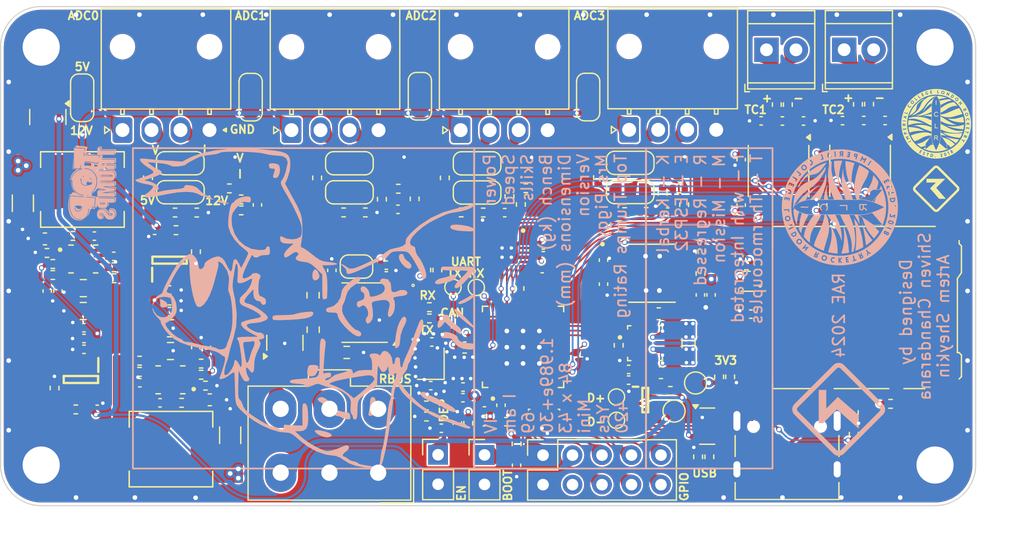
<source format=kicad_pcb>
(kicad_pcb (version 20240108) (generator "pcbnew") (generator_version "8.0")
  (layers (0 "F.Cu" signal) (1 "In1.Cu" power) (2 "In2.Cu" power) (31 "B.Cu" signal) (34 "B.Paste" user) (35 "F.Paste" user) (36 "B.SilkS" user "B.Silkscreen") (37 "F.SilkS" user "F.Silkscreen") (38 "B.Mask" user) (39 "F.Mask" user) (44 "Edge.Cuts" user))
  (net 0 "")
  (net 1 "GND")
  (net 2 "+3V3")
  (net 3 "VBUS")
  (net 4 "RBUS_uC_V")
  (net 5 "Net-(3V3LED1-A)")
  (net 6 "/Power/BBIN")
  (net 7 "/Power/BIAS")
  (net 8 "/Power/BBOUT")
  (net 9 "/Power/LX1")
  (net 10 "/Power/LX2")
  (net 11 "/Power/SEL")
  (net 12 "/Power/FBIn")
  (net 13 "Net-(12VLED1-A)")
  (net 14 "/BOOT")
  (net 15 "/CHIP_PU")
  (net 16 "Net-(C6-Pad1)")
  (net 17 "Net-(IC1-VCC)")
  (net 18 "Net-(U1-XTAL_N)")
  (net 19 "Net-(C14-Pad1)")
  (net 20 "Net-(JP1-B)")
  (net 21 "Net-(IC1-COMP)")
  (net 22 "Net-(C19-Pad1)")
  (net 23 "/Boosts/LDO5.5V_IN")
  (net 24 "Net-(IC1-BOOT)")
  (net 25 "Net-(IC1-SW)")
  (net 26 "+5V")
  (net 27 "/Boosts/LDO12V_IN")
  (net 28 "Net-(IC4-VCC)")
  (net 29 "Net-(IC4-COMP)")
  (net 30 "Net-(C40-Pad1)")
  (net 31 "+12V")
  (net 32 "Net-(IC4-BOOT)")
  (net 33 "Net-(IC4-SW)")
  (net 34 "Net-(J3-VDD)")
  (net 35 "Net-(IC5-CAP)")
  (net 36 "Net-(U6-T+)")
  (net 37 "Net-(U6-T-)")
  (net 38 "+3.3V")
  (net 39 "Net-(U7-T+)")
  (net 40 "Net-(U7-T-)")
  (net 41 "/CAN-")
  (net 42 "/CAN+")
  (net 43 "/Data-")
  (net 44 "/Data+")
  (net 45 "/Boosts/SW_5V")
  (net 46 "/Boosts/FB_5V")
  (net 47 "Net-(IC1-ILIM)")
  (net 48 "Net-(IC1-EN)")
  (net 49 "Net-(IC2-ADJ{slash}NC)")
  (net 50 "Net-(IC3-ADJ{slash}NC)")
  (net 51 "/Boosts/FB_12V")
  (net 52 "Net-(IC4-EN)")
  (net 53 "/Boosts/SW_12V")
  (net 54 "Net-(IC4-ILIM)")
  (net 55 "/ADS_CS0")
  (net 57 "/pressure_sensor1/AIN2P")
  (net 58 "/pressure_sensor1/AIN0N")
  (net 59 "/ADS_CLK")
  (net 60 "/pressure_sensor1/AIN3P")
  (net 61 "/pressure_sensor1/AIN3N")
  (net 62 "/pressure_sensor1/AIN1N")
  (net 63 "/HSPI_MOSI")
  (net 64 "/HSPI_MISO")
  (net 65 "/pressure_sensor1/AIN0P")
  (net 66 "/pressure_sensor1/AIN1P")
  (net 67 "/HSPI_SCLK")
  (net 68 "/pressure_sensor1/AIN2N")
  (net 69 "Net-(J2-CC2)")
  (net 72 "Net-(J2-CC1)")
  (net 73 "/VSPI_MISO")
  (net 75 "/VSPI_MOSI")
  (net 76 "/SD1_DET")
  (net 78 "/SD1_CS")
  (net 79 "/VSPI_SCLK")
  (net 80 "Net-(JP3-C)")
  (net 81 "Net-(JP10-C)")
  (net 82 "Net-(JP5-C)")
  (net 83 "Net-(JP11-C)")
  (net 84 "Net-(JP13-C)")
  (net 85 "/GPIO6")
  (net 86 "/GPIO4")
  (net 87 "/GPIO9")
  (net 88 "/GPIO7")
  (net 89 "/GPIO8")
  (net 90 "/GPIO5")
  (net 91 "/CAN-BUS/Vref")
  (net 92 "Net-(JP3-A)")
  (net 93 "Net-(JP4-C)")
  (net 94 "Net-(JP4-B)")
  (net 95 "Net-(JP9-B)")
  (net 96 "Net-(JP6-B)")
  (net 97 "Net-(JP8-B)")
  (net 98 "Net-(JP11-A)")
  (net 99 "Net-(JP12-B)")
  (net 100 "Net-(JP12-C)")
  (net 101 "Net-(JP16-B)")
  (net 102 "Net-(JP14-B)")
  (net 103 "Net-(JP14-C)")
  (net 104 "Net-(U1-XTAL_P)")
  (net 105 "/SD_EN")
  (net 106 "Net-(TXLED1-A)")
  (net 107 "Net-(U1-U0TXD{slash}PROG{slash}GPIO43)")
  (net 108 "/TXD")
  (net 109 "Net-(U2-Rs)")
  (net 110 "Net-(USBLED1-A)")
  (net 111 "Net-(U3-ST)")
  (net 112 "Net-(TC1-+)")
  (net 113 "Net-(TC1--)")
  (net 114 "Net-(TC2-+)")
  (net 115 "Net-(TC2--)")
  (net 116 "Net-(U1-SPICLK_P{slash}GPIO47)")
  (net 117 "/RXD")
  (net 118 "/CS0")
  (net 119 "/CS1")
  (net 138 "/CAN_TX")
  (net 139 "/CAN_RX")
  (net 144 "/thermocouple2/DRDY")
  (net 146 "/thermocouple2/FAULT")
  (net 147 "/thermocouple1/DRDY")
  (net 149 "/thermocouple1/FAULT")
  (net 150 "DEP")
  (net 152 "Net-(CANRXLED1-A)")
  (net 153 "Net-(CANTXLED1-A)")
  (net 154 "Net-(JP20-C)")
  (net 155 "Net-(JP21-B)")
  (net 156 "Net-(JP17-C)")
  (net 157 "Net-(JP22-C)")
  (net 158 "Net-(JP3-B)")
  (net 159 "Net-(JP5-B)")
  (net 160 "Net-(JP19-B)")
  (net 161 "Net-(JP6-A)")
  (net 162 "Net-(JP7-A)")
  (net 163 "Net-(JP11-B)")
  (net 164 "Net-(JP14-A)")
  (net 165 "Net-(JP15-A)")
  (net 166 "Net-(JP17-B)")
  (net 167 "Net-(JP18-A)")
  (net 168 "Net-(JP19-A)")
  (footprint "Resistor_SMD:R_0402_1005Metric" (layer "F.Cu") (at 14.195003 29.35 -90)
    (property "Reference" "R34" (hide yes))
    (property "Value" "75k" (hide yes))
  )
  (footprint "iclr:SmallerSolderJP" (layer "F.Cu") (at 5.675 29.04 180)
    (property "Reference" "JP18")
    (property "Value" "SolderJumper_2_Open")
  )
  (footprint "Jumper:SolderJumper-3_P1.3mm_Open_RoundedPad1.0x1.5mm_NumberLabels" (layer "F.Cu") (at 16.975003 28.09 180)
    (property "Reference" "JP4" (hide yes))
    (property "Value" "SolderJumper_3_Open" (hide yes))
  )
  (footprint "Resistor_SMD:R_0402_1005Metric" (layer "F.Cu") (at -3.304999 37.05 180)
    (property "Reference" "R21" (hide yes))
    (property "Value" "560k" (hide yes))
  )
  (footprint "Capacitor_SMD:C_0402_1005Metric" (layer "F.Cu") (at 3.741504 43.961429 90)
    (property "Reference" "C39" (hide yes))
    (property "Value" "120pF" (hide yes))
  )
  (footprint "Resistor_SMD:R_0402_1005Metric" (layer "F.Cu") (at 16.475004 32.33)
    (property "Reference" "R36" (hide yes))
    (property "Value" "14k" (hide yes))
  )
  (footprint "Resistor_SMD:R_0603_1608Metric" (layer "F.Cu") (at 13.845002 39.460484 -90)
    (property "Reference" "R10" (hide yes))
    (property "Value" "60" (hide yes))
  )
  (footprint "iclr:SOT95P282X145-5N" (layer "F.Cu") (at 1.485 36.44 90)
    (property "Reference" "IC3" (hide yes))
    (property "Value" "AP2205-W5-7" (hide yes))
  )
  (footprint "Jumper:SolderJumper-3_P1.3mm_Open_RoundedPad1.0x1.5mm_NumberLabels" (layer "F.Cu") (at -6.045 22.45 -90)
    (property "Reference" "JP22")
    (property "Value" "SolderJumper_3_Open")
  )
  (footprint "TestPoint:TestPoint_Pad_D1.0mm" (layer "F.Cu") (at 27.905 38.79)
    (property "Reference" "TP4")
    (property "Value" "TestPoint")
  )
  (footprint "Resistor_SMD:R_0402_1005Metric" (layer "F.Cu") (at 30.765 30.95 -90)
    (property "Reference" "R48" (hide yes))
    (property "Value" "1k" (hide yes))
  )
  (footprint "Resistor_SMD:R_0402_1005Metric" (layer "F.Cu") (at 47.222144 35.727092 90)
    (property "Reference" "R17" (hide yes))
    (property "Value" "10k" (hide yes))
  )
  (footprint "Capacitor_SMD:C_0402_1005Metric" (layer "F.Cu") (at 30.465 50.355)
    (property "Reference" "C1" (hide yes))
    (property "Value" "10uF" (hide yes))
  )
  (footprint "TestPoint:TestPoint_Pad_D1.0mm" (layer "F.Cu") (at 39.985 50.24)
    (property "Reference" "TP1" (hide yes))
    (property "Value" "TestPoint" (hide yes))
  )
  (footprint "Resistor_SMD:R_0402_1005Metric" (layer "F.Cu") (at 60.425 49.56 90)
    (property "Reference" "R12" (hide yes))
    (property "Value" "5.1k" (hide yes))
  )
  (footprint "Capacitor_SMD:C_0402_1005Metric" (layer "F.Cu") (at 1.481504 40.87)
    (property "Reference" "C46" (hide yes))
    (property "Value" "10uF" (hide yes))
  )
  (footprint "Resistor_SMD:R_0402_1005Metric" (layer "F.Cu") (at -1.098496 45.101429 180)
    (property "Reference" "R29" (hide yes))
    (property "Value" "10K" (hide yes))
  )
  (footprint "Connector_PinSocket_2.54mm:PinSocket_2x05_P2.54mm_Vertical" (layer "F.Cu") (at 33.655 53.24 90)
    (property "Reference" "J8" (hide yes))
    (property "Value" "GPIO Breakout" (hide yes))
  )
  (footprint "Capacitor_SMD:C_0402_1005Metric" (layer "F.Cu") (at 31.375 54.11 -90)
    (property "Reference" "C8" (hide yes))
    (property "Value" "0.1uF" (hide yes))
  )
  (footprint "TerminalBlock_TE-Connectivity:TerminalBlock_TE_282834-2_1x02_P2.54mm_Horizontal" (layer "F.Cu") (at 59.595 18.310001)
    (property "Reference" "TC2" (hide yes))
    (property "Value" "Thermocouple" (hide yes))
  )
  (footprint "Resistor_SMD:R_0402_1005Metric" (layer "F.Cu") (at 27.215 50.49 -90)
    (property "Reference" "R1" (hide yes))
    (property "Value" "10K" (hide yes))
  )
  (footprint "Resistor_SMD:R_0603_1608Metric" (layer "F.Cu") (at 13.855002 42.430484 -90)
    (property "Reference" "R9" (hide yes))
    (property "Value" "60" (hide yes))
  )
  (footprint "Package_SO:TSSOP-14_4.4x5mm_P0.65mm" (layer "F.Cu") (at 60.97 28.74 -90)
    (property "Reference" "U7" (hide yes))
    (property "Value" "MAX31856" (hide yes))
  )
  (footprint "iclr:QFN40P300X300X80-21N-D" (layer "F.Cu") (at 30.537 35.794 -90)
    (property "Reference" "IC5" (hide yes))
    (property "Value" "ADS131M04IRUKR" (hide yes))
  )
  (footprint "Capacitor_SMD:C_0402_1005Metric" (layer "F.Cu") (at 1.481504 39.94)
    (property "Reference" "C37" (hide yes))
    (property "Value" "1uF" (hide yes))
  )
  (footprint "TerminalBlock_TE-Connectivity:TerminalBlock_TE_282834-2_1x02_P2.54mm_Horizontal" (layer "F.Cu") (at 52.905 18.32)
    (property "Reference" "TC1" (hide yes))
    (property "Value" "Thermocouple" (hide yes))
  )
  (footprint "Capacitor_SMD:C_0402_1005Metric" (layer "F.Cu") (at -3.325 36.11)
    (property "Reference" "C33" (hide yes))
    (property "Value" "100nF" (hide yes))
  )
  (footprint "iclr:SmallerSolderJP" (layer "F.Cu") (at 31.215 27.58 180)
    (property "Reference" "JP16")
    (property "Value" "SolderJumper_2_Open")
  )
  (footprint "Capacitor_SMD:C_0402_1005Metric" (layer "F.Cu") (at 36.975 44.41)
    (property "Reference" "C11" (hide yes))
    (property "Value" "0.1uF" (hide yes))
  )
  (footprint "Capacitor_SMD:C_0402_1005Metric" (layer "F.Cu") (at 28.605 50.36 180)
    (property "Reference" "C4" (hide yes))
    (property "Value" "1uF" (hide yes))
  )
  (footprint "iclr:SmallerSolderJP" (layer "F.Cu") (at 5.675 27.57 180)
    (property "Reference" "JP21")
    (property "Value" "SolderJumper_2_Open")
  )
  (footprint "Jumper:SolderJumper-2_P1.3mm_Open_RoundedPad1.0x1.5mm" (layer "F.Cu") (at 17.585003 36.990484 180)
    (property "Reference" "JP1" (hide yes))
    (property "Value" "TermJP" (hide yes))
  )
  (footprint "Capacitor_SMD:C_0402_1005Metric" (layer "F.Cu") (at 56.095 24.45)
    (property "Reference" "C55" (hide yes))
    (property "Value" "0.01uF" (hide yes))
  )
  (footprint "Capacitor_SMD:C_0402_1005Metric" (layer "F.Cu") (at 33.675 36.06)
    (property "Reference" "C51" (hide yes))
    (property "Value" "1uF" (hide yes))
  )
  (footprint "Resistor_SMD:R_0603_1608Metric" (layer "F.Cu") (at 16.745002 44.390484)
    (property "Reference" "R8" (hide yes))
    (property "Value" "0" (hide yes))
  )
  (footprint "Resistor_SMD:R_0402_1005Metric" (layer "F.Cu") (at 31.745 31.64 -90)
    (property "Reference" "R60")
    (property "Value" "1k")
  )
  (footprint "Resistor_SMD:R_0402_1005Metric" (layer "F.Cu") (at 51.175 36.89)
    (property "Reference" "R33" (hide yes))
    (property "Value" "1k" (hide yes))
  )
  (footprint "iclr:RCLAMP3346PQTNT" (layer "F.Cu") (at 33.745 49.68)
    (property "Reference" "D6")
    (property "Value" "RCLAMP3346PQTNT" (hide yes))
  )
  (footprint "Capacitor_SMD:C_0402_1005Metric" (layer "F.Cu") (at 26.755 48.29 180)
    (property "Reference" "C7" (hide yes))
    (property "Value" "1uF" (hide yes))
  )
  (footprint "Resistor_SMD:R_0402_1005Metric" (layer "F.Cu") (at 23.595 37.29 90)
    (property "Reference" "R2" (hide yes))
    (property "Value" "470" (hide yes))
  )
  (footprint "Capacitor_SMD:C_0402_1005Metric" (layer "F.Cu") (at -9.055 39.1 -90)
    (property "Reference" "C19" (hide yes))
    (property "Value" "3.9nF" (hide yes))
  )
  (footprint "Inductor_SMD:L_0402_1005Metric" (layer "F.Cu") (at 28.645 48.48)
    (property "Reference" "L1" (hide yes))
    (property "Value" "2.0nH" (hide yes))
  )
  (footprint "Capacitor_SMD:C_0402_1005Metric" (layer "F.Cu") (at 20.155002 36.870484)
    (property "Reference" "C16" (hide yes))
    (property "Value" "10uF" (hide yes))
  )
  (footprint "Resistor_SMD:R_0402_1005Metric" (layer "F.Cu") (at 24.555 37.29 90)
    (property "Reference" "TXLED1" (hide yes))
    (property "Value" "GREEN_LED" (hide yes))
  )
  (footprint "Resistor_SMD:R_0402_1005Metric" (layer "F.Cu") (at 7.655 31.21)
    (property "Reference" "R64")
    (property "Value" "1k")
  )
  (footprint "Jumper:SolderJumper-3_P1.3mm_Open_RoundedPad1.0x1.5mm_NumberLabels" (layer "F.Cu") (at 16.975003 30.6 180)
    (property "Reference" "JP3" (hide yes))
    (property "Value" "SolderJumper_3_Open" (hide yes))
  )
  (footprint "iclr:QFN40P700X700X90-57N" (layer "F.Cu") (at 31.935 43.91 90)
    (property "Reference" "U1" (hide yes))
    (property "Value" "ESP32-S3" (hide yes))
  )
  (footprint "Capacitor_SMD:C_0402_1005Metric" (layer "F.Cu") (at 0.195 33.87 180)
    (property "Reference" "C42" (hide yes))
    (property "Value" "2.2uF" (hide yes))
  )
  (footprint "Capacitor_SMD:C_0402_1005Metric" (layer "F.Cu") (at 50.725 27.78 90)
    (property "Reference" "C57" (hide yes))
    (property "Value" "0.1uF" (hide yes))
  )
  (footprint "iclr:SmallerSolderJP" (layer "F.Cu") (at 44.416543 29.010965 180)
    (property "Reference" "JP19")
    (property "Value" "SolderJumper_2_Open")
  )
  (footprint "Resistor_SMD:R_0402_1005Metric" (layer "F.Cu") (at -6.595 49.3)
    (property "Reference" "R23")
    (property "Value" "152k")
  )
  (footprint "Resistor_SMD:R_0402_1005Metric" (layer "F.Cu") (at 2.521504 48.731429 180)
    (property "Reference" "R31" (hide yes))
    (property "Value" "287k" (hide yes))
  )
  (footprint "Capacitor_SMD:C_1206_3216Metric" (layer "F.Cu") (at -11.155 31.54 -90)
    (property "Reference" "C34" (hide yes))
    (property "Value" "47uF" (hide yes))
  )
  (footprint "Capacitor_SMD:C_0402_1005Metric" (layer "F.Cu") (at 24.075 43.49)
    (property "Reference" "C13" (hide yes))
    (property "Value" "11pF" (hide yes))
  )
  (footprint "Resistor_SMD:R_0402_1005Metric" (layer "F.Cu") (at 26.905 44.06)
    (property "Reference" "R6" (hide yes))
    (property "Value" "499R" (hide yes))
  )
  (footprint "Capacitor_SMD:C_0402_1005Metric" (layer "F.Cu") (at 38.865 38.51 -90)
    (property "Reference" "C25" (hide yes))
    (property "Value" "4.7uF" (hide yes))
  )
  (footprint "Capacitor_SMD:C_0402_1005Metric" (layer "F.Cu") (at 24.895 50.92 180)
    (property "Reference" "C2" (hide yes))
    (property "Value" "1uF" (hide yes))
  )
  (footprint "iclr:rae_logo_4mm" (layer "F.Cu") (at 67.525 30.29)
    (property "Reference" "G***" (hide yes))
    (property "Value" "LOGO" (hide yes))
  )
  (footprint "Resistor_SMD:R_0402_1005Metric" (layer "F.Cu") (at 1.955 32.34)
    (property "Reference" "R49" (hide yes))
    (property "Value" "14k" (hide yes))
  )
  (footprint "iclr:SOTFL50P160X60-8N" (layer "F.Cu") (at 42.464144 48.494377)
    (property "Reference" "U3" (hide yes))
    (property "Value" "LM66200DRLR" (hide yes))
  )
  (footprint "Resistor_SMD:R_0402_1005Metric" (layer "F.Cu") (at 60.785 23.02 90)
    (property "Reference" "R52" (hide yes))
    (property "Value" "100" (hide yes))
  )
  (footprint "Connector_PinHeader_2.54mm:PinHeader_1x02_P2.54mm_Vertical" (layer "F.Cu") (at 24.615 53.205)
    (property "Reference" "ENJUMPER1" (hide yes))
    (property "Value" "Conn_01x02_Male" (hide yes))
  )
  (footprint "Resistor_SMD:R_0402_1005Metric" (layer "F.Cu") (at -0.375 29.34 -90)
    (property "Reference" "R47" (hide yes))
    (property "Value" "75k" (hide yes))
  )
  (footprint "TestPoint:TestPoint_Pad_D1.5mm" (layer "F.Cu") (at 46.795 47.02)
    (property "Reference" "TP6" (hide yes))
    (property "Value" "TestPoint" (hide yes))
  )
  (footprint "Capacitor_SMD:C_0402_1005Metric" (layer "F.Cu") (at -4.745 49.29)
    (property "Reference" "C32" (hide yes))
    (property "Value" "2.2uF" (hide yes))
  )
  (footprint "Capacitor_SMD:C_0402_1005Metric" (layer "F.Cu") (at 33.585 37.17 180)
    (property "Reference" "C52" (hide yes))
    (property "Value" "220nF" (hide yes))
  )
  (footprint "Resistor_SMD:R_0402_1005Metric" (layer "F.Cu") (at -8.575 37.72 180)
    (property "Reference" "R5" (hide yes))
    (property "Value" "7.87k" (hide yes))
  )
  (footprint "Resistor_SMD:R_0402_1005Metric" (layer "F.Cu") (at 25.195 29.35 -90)
    (property "Reference" "R42" (hide yes))
    (property "Value" "75k" (hide yes))
  )
  (footprint "Capacitor_SMD:C_0402_1005Metric" (layer "F.Cu") (at -8.135 39.1 -90)
    (property "Reference" "C18" (hide yes))
    (property "Value" "180pF" (hide yes))
  )
  (footprint "Capacitor_SMD:C_0402_1005Metric" (layer "F.Cu") (at 20.155002 37.790485)
    (property "Reference" "C15" (hide yes))
    (property "Value" "100nF" (hide yes))
  )
  (footprint "Jumper:SolderJumper-3_P1.3mm_Open_RoundedPad1.0x1.5mm_NumberLabels" (layer "F.Cu") (at 2.405 28.09 180)
    (property "Reference" "JP17")
    (property "Value" "SolderJumper_3_Open")
  )
  (footprint "Capacitor_SMD:C_0805_2012Metric" (layer "F.Cu") (at -5.945 38.85 180)
    (property "Reference" "C29" (hide yes))
    (property "Value" "22uF" (hide yes))
  )
  (footprint "Resistor_SMD:R_0402_1005Metric" (layer "F.Cu") (at 49.775 46.49 90)
    (property "Reference" "3V3LED1" (hide yes))
    (property "Value" "BLUE_LED" (hide yes))
  )
  (footprint "Resistor_SMD:R_0402_1005Metric" (layer "F.Cu") (at 60.425 51.43 90)
    (property "Reference" "R11" (hide yes))
    (property "Value" "5.1k" (hide yes))
  )
  (footprint "Capacitor_SMD:C_0402_1005Metric" (layer "F.Cu") (at 48.132144 39.434377 90)
    (property "Reference" "C27" (hide yes))
    (property "Value" "0.1uF" (hide yes))
  )
  (footprint "Resistor_SMD:R_0402_1005Metric" (layer "F.Cu") (at 21.185003 30.29 180)
    (property "Reference" "R44" (hide yes))
    (property "Value" "49" (hide yes))
  )
  (footprint "Capacitor_SMD:C_0805_2012Metric" (layer "F.Cu") (at -5.954999 40.82 180)
    (property "Reference" "C30" (hide yes))
    (property "Value" "22uF" (hide yes))
  )
  (footprint "iclr:iclr_logo_estd2018_6mm" (layer "F.Cu") (at 67.525 24.69)
    (property "Reference" "G***" (hide yes))
    (property "Value" "LOGO" (hide yes))
  )
  (footprint "Package_SO:TSSOP-14_4.4x5mm_P0.65mm" (layer "F.Cu") (at 53.945 28.76 -90)
    (property "Reference" "U6" (hide yes))
    (property "Value" "MAX31856" (hide yes))
  )
  (footprint "Package_TO_SOT_SMD:SOT-723" (layer "F.Cu") (at 51.205 38.26 180)
    (property "Reference" "Q1" (hide yes))
    (property "Value" "PMOS" (hide yes))
  )
  (footprint "Capacitor_SMD:C_0402_1005Metric" (layer "F.Cu") (at 28.605 49.43 180)
    (property "Reference" "C5" (hide yes))
    (property "Value" "0.1uF" (hide yes))
  )
  (footprint "Capacitor_SMD:C_0402_1005Metric" (layer "F.Cu") (at 26.915 43.13 180)
    (property "Reference" "C10" (hide yes))
    (property "Value" "0.1uF" (hide yes))
  )
  (footprint "Resistor_SMD:R_0402_1005Metric" (layer "F.Cu") (at 19.775003 31.19 -90)
    (property "Reference" "R45" (hide yes))
    (property "Value" "1k" (hide yes))
  )
  (footprint "Jumper:SolderJumper-3_P1.3mm_Open_RoundedPad1.0x1.5mm_NumberLabels" (layer "F.Cu") (at 41.166543 28.060965 180)
    (property "Reference" "JP5" (hide yes))
    (property "Value" "SolderJumper_3_Open" (hide yes))
  )
  (footprint "Capacitor_SMD:C_0603_1608Metric" (layer "F.Cu") (at 43.622144 41.059377)
    (property "Reference" "C23" (hide yes))
    (property "Value" "22uF" (hide yes))
  )
  (footprint "Resistor_SMD:R_0402_1005Metric" (layer "F.Cu") (at 40.686543 32.300965)
    (property "Reference" "R39" (hide yes))
    (property "Value" "14k" (hide yes))
  )
  (footprint "iclr:IND_SRP6540-390M" (layer "F.Cu") (at 1.605 52.72 180)
    (property "Reference" "L5" (hide yes))
    (property "Value" "SRR6038-5R0Y" (hide yes))
  )
  (footprint "Package_SO:SOIC-8_3.9x4.9mm_P1.27mm" (layer "F.Cu") (at 18.285002 40.960484 180)
    (property "Reference" "U2" (hide yes))
    (property "Value" "SN65HVD230" (hide yes))
  )
  (footprint "Capacitor_SMD:C_0402_1005Metric" (layer "F.Cu") (at 57.745 31.68 -90)
    (property "Reference" "C62" (hide yes))
    (property "Value" "0.1uF" (hide yes))
  )
  (footprint "MountingHole:MountingHole_3.2mm_M3_DIN965_Pad" (layer "F.Cu") (at -9.575 54.09)
    (property "Reference" "H3" (hide yes))
    (property "Value" "MountingHole_Pad" (hide yes))
  )
  (footprint "Resistor_SMD:R_0402_1005Metric" (layer "F.Cu") (at -9.075 35.82)
    (property "Reference" "R19" (hide yes))
    (property "Value" "100k" (hide yes))
  )
  (footprint "Capacitor_SMD:C_0402_1005Metric" (layer "F.Cu") (at -1.078496 47.001429 180)
    (property "Reference" "C45" (hide yes))
    (property "Value" "100nF" (hide yes))
  )
  (footprint "TestPoint:TestPoint_Pad_D1.0mm" (layer "F.Cu") (at 39.985 48.23)
    (property "Reference" "TP2" (hide yes))
    (property "Value" "TestPoint" (hide yes))
  )
  (footprint "LED_SMD:LED_0402_1005Metric" (layer "F.Cu") (at 22.465001 42.18 90)
    (property "Reference" "CANTXLED1")
    (property "Value" "CANTXLED")
  )
  (footprint "Resistor_SMD:R_0402_1005Metric" (layer "F.Cu") (at 45.816543 31.660965 -90)
    (property "Reference" "R57")
    (property "Value" "1k")
  )
  (footprint "iclr:SmallerSolderJP" (layer "F.Cu") (at 20.235003 27.58 180)
    (property "Reference" "JP9")
    (property "Value" "SolderJumper_2_Open")
  )
  (footprint "MountingHole:MountingHole_3.2mm_M3_DIN965_Pad" (layer "F.Cu") (at 67.425 18.09)
    (property "Reference" "H2" (hide yes))
    (property "Value" "MountingHole_Pad" (hide yes))
  )
  (footprint "Jumper:SolderJumper-3_P1.3mm_Open_RoundedPad1.0x1.5mm_NumberLabels" (layer "F.Cu") (at 41.166543 30.570965 180)
    (property "Reference" "JP6" (hide yes))
    (property "Value" "SolderJumper_3_Open" (hide yes))
  )
  (footprint "iclr:SOT95P282X145-5N" (layer "F.Cu") (at -6.155 46.72 -90)
    (property "Reference" "IC2" (hide yes))
    (property "Value" "AP2205-W5-7" (hide yes))
  )
  (footprint "Resistor_SMD:R_0402_1005Metric" (layer "F.Cu") (at 42.546543 32.290965 180)
    (property "Reference" "R37" (hide yes))
    (property "Value" "10k" (hide yes))
  )
  (footprint "Resistor_SMD:R_0402_1005Metric" (layer "F.Cu") (at 44.625 47.71 180)
    (property "Reference" "R14" (hide yes))
    (property "Value" "10k" (hide yes))
  )
  (footprint "Resistor_SMD:R_0402_1005Metric" (layer "F.Cu") (at 31.375 52.26 -90)
    (property "Reference" "R3" (hide yes))
    (property "Value" "10K" (hide yes))
  )
  (footprint "Resistor_SMD:R_0402_1005Metric" (layer "F.Cu") (at -6.845 34.35)
    (property "Reference" "R24" (hide yes))
    (property "Value" "301k" (hide yes))
  )
  (footprint "Resistor_SMD:R_0402_1005Metric" (layer "F.Cu") (at 38.396543 29.320965 -90)
    (property "Reference" "R35" (hide yes))
    (property "Value" "75k" (hide yes))
  )
  (footprint "Resistor_SMD:R_0402_1005Metric" (layer "F.Cu") (at -8.425 47.46 -90)
    (property "Reference" "R22" (hide yes))
    (property "Value" "50k" (hide yes))
  )
  (footprint "Capacitor_SMD:C_0402_1005Metric" (layer "F.Cu") (at 44.396543 32.300965 180)
    (property "Reference" "C63")
    (property "Value" "10nF")
  )
  (footprint "Connector_USB:USB_C_Receptacle_Palconn_UTC16-G" (layer "F.Cu") (at 54.675 52.22)
    (property "Reference" "J2" (hide yes))
    (property "Value" "USB_C_Receptacle_USB2.0" (hide yes))
  )
  (footprint "Resistor_SMD:R_0402_1005Metric" (layer "F.Cu") (at -3.295 37.999999)
    (property "Reference" "R20" (hide yes))
    (property "Value" "10K" (hide yes))
  )
  (footprint "Capacitor_SMD:C_0402_1005Metric" (layer "F.Cu") (at 0.661505 48.731429)
    (property "Reference" "C44" (hide yes))
    (property "Value" "100nF" (hide yes))
  )
  (footprint "Capacitor_SMD:C_0402_1005Metric" (layer "F.Cu") (at 41.032144 46.774377 180)
    (property "Reference" "C20" (hide yes))
    (property "Value" "10uF" (hide yes))
  )
  (footprint "Jumper:SolderJumper-3_P1.3mm_Open_RoundedPad1.0x1.5mm_NumberLabels" (layer "F.Cu") (at 23.045 22.32 -90)
    (property "Reference" "JP20")
    (property "Value" "SolderJumper_3_Open")
  )
  (footprint "Capacitor_SMD:C_0402_1005Metric" (layer "F.Cu") (at 59.455 24.42)
    (property "Reference" "C58" (hide yes))
    (property "Value" "0.01uF" (hide yes))
  )
  (footprint "Capacitor_SMD:C_0603_1608Metric" (layer "F.Cu") (at -9.255 34.61 180)
    (property "Reference" "C12" (hide yes))
    (property "Value" "2.2uF" (hide yes))
  )
  (footprint "Capacitor_SMD:C_0402_1005Metric" (layer "F.Cu") (at 50.725 31.7 -90)
    (property "Reference" "C56" (hide yes))
    (property "Value" "0.1uF" (hide yes))
  )
  (footprint "Capacitor_SMD:C_0402_1005Metric" (layer "F.Cu") (at 9.055 31.68 90)
    (property "Reference" "C66")
    (property "Value" "10nF")
  )
  (footprint "Resistor_SMD:R_0402_1005Metric" (layer "F.Cu") (at 47.015 53.38 -90)
    (property "Reference" "USBLED1" (hide yes))
    (property "Value" "WHITE_LED" (hide yes))
  )
  (footprint "Resistor_SMD:R_0402_1005Metric" (layer "F.Cu") (at 31.625 38.88 -90)
    (property "Reference" "R54" (hide yes))
    (property "Value" "54.9R" (hide yes))
  )
  (footprint "Resistor_SMD:R_0402_1005Metric" (layer "F.Cu") (at 3.825 32.34 180)
    (property "Reference" "R61")
    (property "Value" "10k")
  )
  (footprint "Capacitor_SMD:C_1206_3216Metric" (layer "F.Cu") (at 6.705 51.526428 90)
    (property "Reference" "C48" (hide yes))
    (property "Value" "22uF" (hide yes))
  )
  (footprint "Capacitor_SMD:C_0402_1005Metric" (layer "F.Cu") (at -4.995 34.37 180)
    (property "Reference" "C31" (hide yes))
    (property "Value" "100nF" (hide yes))
  )
  (footprint "iclr:IC_TPS61089RNRR" (layer "F.Cu") (at -5.945 36.34)
    (property "Reference" "IC1" (hide yes))
    (property "Value" "TPS61089RNRR" (hide yes))
  )
  (footprint "iclr:SmallerSolderJP" (layer "F.Cu") (at 20.235003 29.04 180)
    (property "Reference" "JP7" (hide yes))
    (property "Value" "SolderJumper_2_Open" (hide yes))
  )
  (footprint "Connector_Molex:Molex_Mini-Fit_Jr_5566-06A_2x03_P4.20mm_Vertical" (layer "F.Cu") (at 19.455 54.75 180)
    (property "Reference" "J1" (hide yes))
    (property "Value" "RBUS" (hide yes))
  )
  (footprint "Capacitor_SMD:C_0402_1005Metric" (layer "F.Cu") (at 1.485 39.01)
    (property "Reference" "C47" (hide yes))
    (property "Value" "100nF" (hide yes))
  )
  (footprint "iclr:SmallerSolderJP" (layer "F.Cu") (at 31.215 29.04 180)
    (property "Reference" "JP15" (hide yes))
    (property "Value" "SolderJumper_2_Open" (hide yes))
  )
  (footprint "Jumper:SolderJumper-3_P1.3mm_Open_RoundedPad1.0x1.5mm_NumberLabels" (layer "F.Cu") (at 2.415 30.59 180)
    (property "Reference" "JP14" (hide yes))
    (property "Value" "SolderJumper_3_Open" (hide yes))
  )
  (footprint "Capacitor_SMD:C_0402_1005Metric" (layer "F.Cu") (at 15.465002 37.320484 90)
    (property "Reference" "C17" (hide yes))
    (property "Value" "47nF" (hide yes))
  )
  (footprint "MountingHole:MountingHole_3.2mm_M3_DIN965_Pad" (layer "F.Cu") (at -9.575 18.09)
    (property "Reference" "H1" (hide yes))
    (property "Value" "MountingHole_Pad" (hide yes))
  )
  (footprint "Resistor_SMD:R_0402_1005Metric" (layer "F.Cu") (at 45.356543 30.260965 180)
    (property "Reference" "R41" (hide yes))
    (property "Value" "49" (hide yes))
  )
  (footprint "Resistor_SMD:R_0402_1005Metric" (layer "F.Cu") (at 23.865001 40.49 180)
    (property "Reference" "R56")
    (property "Value" "1k")
  )
  (footprint "Resistor_SMD:R_0402_1005Metric" (layer "F.Cu") (at 3.755 35.71 90)
    (property "Reference" "R28" (hide yes))
    (property "Value" "51k" (hide yes))
  )
  (footprint "Resistor_SMD:R_0402_1005Metric" (layer "F.Cu") (at 18.345003 32.33 180)
    (property "Reference" "R38" (hide yes))
    (property "Value" "10k" (hide yes))
  )
  (footprint "Resistor_SMD:R_0402_1005Metric" (layer "F.Cu") (at 4.201505 45.351429)
    (property "Reference" "R25" (hide yes))
    (property "Value" "18.7k" (hide yes))
  )
  (footprint "Crystal:Crystal_SMD_2016-4Pin_2.0x1.6mm" (layer "F.Cu") (at 23.985 45.36 90)
    (property "Reference" "Y1" (hide yes))
    (property "Value" "R940000171" (hide yes))
  )
  (footprint "Capacitor_SMD:C_0402_1005Metric" (layer "F.Cu") (at 4.661504 43.961429 90)
    (property "Reference" "C40" (hide yes))
    (property "Value" "2.2nF" (hide yes))
  )
  (footprint "Connector_PinHeader_2.54mm:PinHeader_1x02_P2.54mm_Vertical" (layer "F.Cu") (at 28.615 53.22)
    (property "Reference" "BOOTJUMPER1" (hide yes))
    (property "Value" "Conn_01x02_Male" (hide yes))
  )
  (footprint "Capacitor_SMD:C_0805_2012Metric" (layer "F.Cu") (at 1.561504 42.31)
    (property "Reference" "C43" (hide yes))
    (property "Value" "22uF" (hide yes))
  )
  (footprint "Resistor_SMD:R_0402_1005Metric" (layer "F.Cu") (at 47.222144 37.587092 90)
    (property "Reference" "R16" (hide yes))
    (property "Value" "56k" (hide yes))
  )
  (footprint "Capacitor_SMD:C_0402_1005Metric" (layer "F.Cu") (at 57.755 27.68 90)
    (property "Reference" "C61" (hide yes))
    (property "Value" "0.1uF" (hide yes))
  )
  (footprint "Resistor_SMD:R_0402_1005Metric" (layer "F.Cu") (at 40.172144 43.774378 -90)
    (property "Reference" "R15" (hide yes))
    (property "Value" "14k" (hide yes))
  )
  (footprint "Resistor_SMD:R_0402_1005Metric" (layer "F.Cu") (at 23.605 48.96)
    (property "Reference" "R7" (hide yes))
    (property "Value" "3k" (hide yes))
  )
  (footprint "Connector_Molex:Molex_Nano-Fit_105313-xx04_1x04_P2.50mm_Horizontal" (layer "F.Cu") (at 41.075 25.21 90)
    (property "Reference" "J5" (hide yes))
    (property "Value" "1053131104" (hide yes))
  )
  (footprint "Resistor_SMD:R_0402_1005Metric" (layer "F.Cu") (at 63.595 48.82)
    (property "Reference" "R32" (hide yes))
    (property "Value" "10k" (hide yes))
  )
  (footprint "Resistor_SMD:R_0402_1005Metric" (layer "F.Cu") (at 53.795 23.040001 90)
    (property "Reference" "R50" (hide yes))
    (property "Value" "100" (hide yes))
  )
  (footprint "Capacitor_SMD:C_0402_1005Metric" (layer "F.Cu") (at 61.285 24.41)
    (property "Reference" "C59" (hide yes))
    (property "Value" "0.1uF" (hide yes))
  )
  (footprint "Capacitor_SMD:C_0402_1005Metric" (layer "F.Cu") (at 30.035 48.94 -90)
    (property "Reference" "C6" (hide yes))
    (property "Value" "0.1uF" (hide yes))
  )
  (footprint "Capacitor_SMD:C_0402_1005Metric" (layer "F.Cu") (at 52.445 24.44)
    (property "Reference" "C53" (hide yes))
    (property "Value" "0.01uF" (hide yes))
  )
  (footprint "Capacitor_SMD:C_0402_1005Metric" (layer "F.Cu") (at 38.865 36.434869 90)
    (property "Reference" "C24" (hide yes))
    (property "Value" "10uF" (hide yes))
  )
  (footprint "Resistor_SMD:R_0402_1005Metric" (layer "F.Cu") (at 48.825 46.49 -90)
    (property "Reference" "R4" (hide yes))
    (property "Value" "470" (hide yes))
  )
  (footprint "Capacitor_SMD:C_0402_1005Metric" (layer "F.Cu") (at -5.895 42.26 180)
    (property "Reference" "C35" (hide yes))
    (property "Value" "10uF" (hide yes))
  )
  (footprint "MountingHole:MountingHole_3.2mm_M3_DIN965_Pad" (layer "F.Cu") (at 67.425 54.09)
    (property "Reference" "H4" (hide yes))
    (property "Value" "MountingHole_Pad" (hide yes))
  )
  (footprint "Resistor_SMD:R_0402_1005Metric" (layer "F.Cu") (at 6.635 30.26)
    (property "Reference" "R63")
    (property "Value" "49")
  )
  (footprint "Resistor_SMD:R_0402_1005Metric" (layer "F.Cu") (at 28.505 32.34 180)
    (property "Reference" "R46" (hide yes))
    (property "Value" "10k" (hide yes))
  )
  (footprint "Connector_Molex:Molex_Nano-Fit_105313-xx04_1x04_P2.50mm_Horizontal" (layer "F.Cu") (at 11.985 25.24 90)
    (property "Reference" "J4" (hide yes))
    (property "Value" "1053131104" (hide yes))
  )
  (footprint "TestPoint:TestPoint_Pad_D1.0mm" (layer "F.Cu") (at 25.895 38.78)
    (property "Reference" "TP3")
    (property "Value" "TestPoint")
  )
  (footprint "LED_SMD:LED_0402_1005Metric" (layer "F.Cu") (at 22.465 39.7 -90)
    (property "Reference" "CANRXLED1")
    (property "Value" "CANRXLED")
  )
  (footprint "Resistor_SMD:R_0402_1005Metric" (layer "F.Cu") (at 26.605 32.33)
    (property "Reference" "R43" (hide yes))
    (property "Value" "14k" (hide yes))
  )
  (footprint "Resistor_SMD:R_0402_1005Metric" (layer "F.Cu") (at 47.985 53.38 -90)
    (property "Reference" "R13" (hide yes))
    (property "Value" "5.1k" (hide yes))
  )
  (footprint "iclr:SOIC127P599X175-9N" (layer "F.Cu") (at 43.040958 37.564869)
    (property "Reference" "U5" (hide yes))
    (property "Value" "SC4215" (hide yes))
  )
  (footprint "Capacitor_SMD:C_0402_1005Metric" (layer "F.Cu") (at -5.885 43.19 180)
    (property "Reference" "C28" (hide yes))
    (property "Value" "1uF" (hide yes))
  )
  (footprint "Capacitor_SMD:C_0402_1005Metric" (layer "F.Cu") (at -5.885 44.119999 180)
    (property "Reference" "C36" (hide yes))
    (property "Value" "100nF" (hide yes))
  )
  (footprint "Capacitor_SMD:C_0402_1005Metric" (layer "F.Cu") (at 21.155003 32.06 180)
    (property "Reference" "C65")
    (property "Value" "10nF")
  )
  (footprint "Resistor_SMD:R_0402_1005Metric" (layer "F.Cu") (at 61.745 23 -90)
    (property "Reference" "R53" (hide yes))
    (property "Value" "100" (hide yes))
  )
  (footprint "Capacitor_SMD:C_0402_1005Metric" (layer "F.Cu") (at 47.212144 39.434377 90)
    (property "Reference" "C26" (hide yes))
    (property "Value" "10uF" (hide yes))
  )
  (footprint "Capacitor_SMD:C_0402_1005Metric" (layer "F.Cu") (at 26.275 50.48 90)
    (property "Reference" "C3" (hide yes))
    (property "Value" "0.1uF" (hide yes))
  )
  (footprint "Resistor_SMD:R_0402_1005Metric" (layer "F.Cu") (at 54.744999 23.040001 -90)
    (property "Reference" "R51" (hide yes))
    (property "Value" "100" (hide yes))
  )
  (footprint "Connector_Card:microSD_HC_Hirose_DM3AT-SF-PEJM5" (layer "F.Cu") (at 61.315 40.53 90)
    (property "Reference" "J3" (hide yes))
    (property "Value" "Micro_SD_Card_Det" (hide yes))
  )
  (footprint "Capacitor_SMD:C_0402_1005Metric" (layer "F.Cu") (at 30.355 32.35)
    (property "Reference" "C64")
    (property "Value" "10nF")
  )
  (footprint "Capacitor_SMD:C_0402_1005Metric" (layer "F.Cu") (at 51.555 41.09 180)
    (property "Reference" "C49" (hide yes))
    (property "Value" "0.1uF" (hide yes))
  )
  (footprint "Resistor_SMD:R_0402_1005Metric" (layer "F.Cu") (at 32.174999 30.24)
    (property "Reference" "R59")
    (property "Value" "49")
  )
  (footprint "Package_TO_SOT_SMD:SOT-23" (layer "F.Cu") (at 11.415 43.56 90)
    (property "Reference" "D1" (hide yes))
    (property "Value" "SM712_SOT23" (hide yes))
  )
  (footprint "iclr:CONV_MAX77827AEFD+T" (layer "F.Cu") (at 42.442144 43.591451)
    (property "Reference" "U4" (hide yes))
    (property "Value" "MAX77827AEFD+T" (hide yes))
  )
  (footprint "iclr:IND_SRP6540-390M" (layer "F.Cu") (at -6.025 30.35)
    (property "Reference" "L4" (hide yes))
    (property "Value" "SRR6038-5R0Y" (hide yes))
  )
  (footprint "Capacitor_SMD:C_0402_1005Metric" (layer "F.Cu") (at 26.765 47.37 180)
    (property "Reference" "C9" (hide yes))
    (property "Value" "10nF" (hide yes))
  )
  (footprint "Resistor_SMD:R_0402_1005Metric" (layer "F.Cu") (at 23.865001 41.46 180)
    (property "Reference" "R55")
    (property "Value" "1k")
  )
  (footprint "Capacitor_SMD:C_0603_1608Metric" (layer "F.Cu") (at 4.946504 48.471429)
    (property "Reference" "C38" (hide yes))
    (property "Value" "10uF" (hide yes))
  )
  (footprint "Capacitor_SMD:C_0402_1005Metric" (layer "F.Cu") (at 23.985 47.25 180)
    (property "Reference" "C14" (hide yes))
    (property "Value" "11pF" (hide yes))
  )
  (footprint "Capacitor_SMD:C_0402_1005Metric" (layer "F.Cu") (at 33.675 35.13 180)
    (property "Reference" "C50" (hide yes))
    (property "Value" "1uF" (hide yes))
  )
  (footprint "iclr:SmallerSolderJP" (layer "F.Cu") (at 51.535 39.9)
    (property "Reference" "JP2" (hide yes))
    (property "Value" "SolderJumper_2_Open" (hide yes))
  )
  (footprint "Resistor_SMD:R_0402_1005Metric" (layer "F.Cu") (at 7.655 32.15)
    (property "Reference" "R62")
    (property "Value" "1k")
  )
  (footprint "Package_TO_SOT_SMD:SOT-143" (layer "F.Cu") (at 47.795 50.74)
    (property "Reference" "D2" (hide yes))
    (property "Value" "SP0503BAHT" (hide yes))
  )
  (footprint "Inductor_SMD:L_0402_1005Metric" (layer "F.Cu") (at 26.905 45.88 180)
    (property "Reference" "L2" (hide yes))
    (property "Value" "20nH" (hide yes))
  )
  (footprint "Resistor_SMD:R_0402_1005Metric" (layer "F.Cu") (at 22.595003 31.16 -90)
    (property "Reference" "R40" (hide yes))
    (property "Value" "1k" (hide yes))
  )
  (footprint "Package_TO_SOT_SMD:SOT-23" (layer "F.Cu") (at -9.005 24.11 -90)
    (property "Reference" "D3")
    (property "Value" "MMBZ6V2ALT1G")
  )
  (footprint "TestPoint:TestPoint_Pad_D1.5mm" (layer "F.Cu") (at 44.945 49.44)
    (property "Reference" "TP5" (hide yes))
    (property "Value" "TestPoint" (hide yes))
  )
  (footprint "Jumper:SolderJumper-3_P1.3mm_Open_RoundedPad1.0x1.5mm_NumberLabels" (layer "F.Cu") (at 27.975 28.1 180)
    (property "Reference" "JP12" (hide yes))
    (property "Value" "SolderJumper_3_Open" (hide yes))
  )
  (footprint "Capacitor_SMD:C_0603_1608Metric" (layer "F.Cu") (at 43.81 46.13)
    (property "Reference" "C21" (hide yes))
    (property "Value" "10uF" (hide yes))
  )
  (footprint "Capacitor_SMD:C_0402_1005Metric" (layer "F.Cu") (at 41.032144 45.854377 180)
    (property "Reference" "C22" (hide yes))
    (property "Value" "1uF" (hide yes))
  )
  (footprint "Resistor_SMD:R_0402_1005Metric" (layer "F.Cu") (at 43.956543 30.700965 -90)
    (property "Reference" "R58")
    (property "Value" "1k")
  )
  (footprint "Jumper:SolderJumper-3_P1.3mm_Open_RoundedPad1.0x1.5mm_NumberLabels" (layer "F.Cu") (at 27.975 30.61 180)
    (property "Reference" "JP11" (hide yes))
    (property "Value" "SolderJumper_3_Open" (hide yes))
  )
  (footprint "iclr:IC_TPS61089RNRR" (layer "F.Cu") (at 1.56 46.75 180)
    (property "Reference" "IC4" (hide yes))
    (property "Value" "TPS61089RNRR" (hide yes))
  )
  (footprint "Inductor_SMD:L_0805_2012Metric" (layer "F.Cu") (at 46.190105 43.58681 90)
    (property "Reference" "L3" (hide yes))
    (property "Value" "1uH" (hide yes))
  )
  (footprint "Resistor_SMD:R_0402_1005Metric" (layer "F.Cu") (at -1.108495 46.061429)
    (property "Reference" "R30" (hide yes))
    (property "Value" "475k" (hide yes))
  )
  (footprint "Capacitor_SMD:C_0402_1005Metric" (layer "F.Cu") (at 54.275 24.45)
    (property "Reference" "C54" (hide yes))
    (property "Value" "0.1uF" (hide yes))
  )
  (footprint "Capacitor_SMD:C_0402_1005Metric" (layer "F.Cu") (at 63.125 24.41)
    (property "Reference" "C60" (hide yes))
    (property "Value" "0.01uF" (hide yes))
  )
  (footprint "Resistor_SMD:R_0402_1005Metric" (layer "F.Cu") (at 4.575 47.251429 180)
    (property "Reference" "R27" (hide yes))
    (property "Value" "100k" (hide yes))
  )
  (footprint "Resistor_SMD:R_0402_1005Metric" (layer "F.Cu") (at 2.035 33.86 180)
    (property "Reference" "R65")
    (property "Value" "360k")
  )
  (footprint "Resistor_SMD:R_0402_1005Metric" (layer "F.Cu") (at 23.615 49.91)
    (property "Reference" "12VLED1" (hide yes))
    (property "Value" "RED_LED" (hide yes))
  )
  (footprint "Connector_Molex:Molex_Nano-Fit_105313-xx04_1x04_P2.50mm_Horizontal" (layer "F.Cu") (at 26.555 25.240001 90)
    (property "Reference" "J6" (hide yes))
    (property "Value" "1053131104" (hide yes))
  )
  (footprint "Jumper:SolderJumper-3_P1.3mm_Open_RoundedPad1.0x1.5mm_NumberLabels" (layer "F.Cu") (at 37.545 22.39 -90)
    (property "Reference" "JP10" (hide yes))
    (property "Value" "SolderJumper_3_Open" (hide yes))
  )
  (footprint "Connector_Molex:Molex_Nano-Fit_105313-xx04_1x04_P2.50mm_Horizontal" (layer "F.Cu") (at -2.575 25.23 90)
    (property "Reference" "J7" (hide yes))
    (property "Value" "1053131104" (hide yes))
  )
  (footprint "Capacitor_SMD:C_0805_2012Metric" (layer "F.Cu") (at 1.561504 44.27)
    (property "Reference" "C41" (hide yes))
    (property "Value" "22uF" (hide yes))
  )
  (footprint "Jumper:SolderJumper-3_P1.3mm_Open_RoundedPad1.0x1.5mm_NumberLabels" (layer "F.Cu") (at 8.465 22.4 -90)
    (property "Reference" "JP13" (hide yes))
    (property "Value" "SolderJumper_3_Open" (hide yes))
  )
  (footprint "Resistor_SMD:R_0402_1005Metric" (layer "F.Cu") (at 4.201504 46.311429)
    (property "Reference" "R26" (hide yes))
    (property "Value" "976k" (hide yes))
  )
  (footprint "Resistor_SMD:R_0402_1005Metric" (layer "F.Cu") (at -8.575001 36.770001 180)
    (property "Reference" "R18" (hide yes))
    (property "Value" "360k" (hide yes))
  )
  (footprint "iclr:SmallerSolderJP" (layer "F.Cu") (at 44.416543 27.540965 180)
    (property "Reference" "JP8" (hide yes))
    (property "Value" "SolderJumper_2_Open" (hide yes))
  )
  (footprint "iclr:TopTrumps" (layer "B.Cu") (at -5.175 29.79 -90)
    (property "Reference" "G***")
    (property "Value" "LOGO" (hide yes))
  )
  (footprint "iclr:rae_logo_8mm" (layer "B.Cu") (at 59.125 49.29 -90)
    (property "Reference" "G***" (hide yes))
    (property "Value" "LOGO" (hide yes))
  )
  (footprint "iclr:iclr_logo_estd2018_10mm" (layer "B.Cu") (at 59.225 31.89 -90)
    (property "Reference" "G***" (hide yes))
    (property "Value" "LOGO" (hide yes))
  )
  (footprint "iclr:buffkermit" (layer "B.Cu") (at 12.218256 40.404401 -90)
    (property "Reference" "G***" (hide yes))
    (property "Value" "LOGO" (hide yes))
  )
  (gr_rect (start 42.525 26.79) (end 53.425 54.39) (stroke (width 0.15)) (fill none) (layer "B.SilkS"))
  (gr_rect (start 27.725 26.79) (end 42.525 54.39) (stroke (width 0.15)) (fill none) (layer "B.SilkS"))
  (gr_rect (start -1.675 26.79) (end 27.725 54.39) (stroke (width 0.15)) (fill none) (layer "B.SilkS"))
  (gr_arc (start -9.575 57.59) (mid -12.049874 56.564874) (end -13.075 54.09) (stroke (width 0.1)) (layer "Edge.Cuts"))
  (gr_arc (start -13.075 18.09) (mid -12.049874 15.615126) (end -9.575 14.59) (stroke (width 0.1)) (layer "Edge.Cuts"))
  (gr_arc (start 70.925 54.09) (mid 69.899874 56.564874) (end 67.425 57.59) (stroke (width 0.1)) (layer "Edge.Cuts"))
  (gr_line (start 70.925 54.09) (end 70.925 18.09) (stroke (width 0.1)) (layer "Edge.Cuts"))
  (gr_arc (start 67.425 14.59) (mid 69.899874 15.615126) (end 70.925 18.09) (stroke (width 0.1)) (layer "Edge.Cuts"))
  (gr_line (start 67.425 57.59) (end -9.575 57.59) (stroke (width 0.1)) (layer "Edge.Cuts"))
  (gr_line (start -9.575 14.59) (end 67.425 14.59) (stroke (width 0.1)) (layer "Edge.Cuts"))
  (gr_line (start -13.075 54.09) (end -13.075 18.09) (stroke (width 0.1)) (layer "Edge.Cuts"))
  (gr_text "K - Kerbal\nE - ESP32\nR - Regressed\nM - Mission\nI - with Integrated\nT - Thermocouples" (at 52.625 27.19 90) (layer "B.SilkS") (effects (font (size 1 1)) (justify left bottom mirror)))
  (gr_text "Designed by \nShiven Chandarana\nArtem Sheykin" (at 68.725 41.29 90) (layer "B.SilkS") (effects (font (size 1 1)) (justify bottom mirror)))
  (gr_text "Power\nSpeed\nSkills\nBench (kg)\nDimensions (mm)\nVersion\nMrs Piggy\nTop Trumps Rating\n" (at 40.925 27.19 90) (layer "B.SilkS") (effects (font (size 1 1)) (justify left bottom mirror)))
  (gr_text "IV\nI am\n69\n1.989e+30\n84 x 43\nMini\nYes\n420" (at 41.025 51.49 90) (layer "B.SilkS") (effects (font (size 1 1)) (justify right bottom mirror)))
  (gr_text "RAE 2024" (at 59.725 41.19 90) (layer "B.SilkS") (effects (font (size 1 1)) (justify bottom mirror)))
  (gr_text "12V" (at -7.175 25.69 0) (layer "F.SilkS") (effects (font (size 0.7 0.7)) (justify left bottom)))
  (gr_text "RBUS" (at 19.425 47.09 0) (layer "F.SilkS") (effects (font (size 0.7 0.7) (thickness 0.153) (bold yes)) (justify left bottom)))
  (gr_text "TC2" (at 57.625 23.89 0) (layer "F.SilkS") (effects (font (size 0.7 0.7) (thickness 0.153) (bold yes)) (justify left bottom)))
  (gr_text "BOOT" (at 31.025 57.29 90) (layer "F.SilkS") (effects (font (size 0.7 0.7) (thickness 0.153) (bold yes)) (justify left bottom)))
  (gr_text "DEP" (at 25.525 50.51 90) (layer "F.SilkS") (effects (font (size 0.7 0.7) (thickness 0.153) (bold yes)) (justify left bottom)))
  (gr_text "5V" (at -6.775 20.19 0) (layer "F.SilkS") (effects (font (size 0.7 0.7) (thickness 0.153) (bold yes)) (justify left bottom)))
  (gr_text "GPIO" (at 46.225 57.29 90) (layer "F.SilkS") (effects (font (size 0.7 0.7) (thickness 0.153) (bold yes)) (justify left bottom)))
  (gr_text "ADC2" (at 21.725 15.79 0) (layer "F.SilkS") (effects (font (size 0.7 0.7) (thickness 0.153) (bold yes)) (justify left bottom)))
  (gr_text "ADC1" (at 7.025 15.79 0) (layer "F.SilkS") (effects (font (size 0.7 0.7) (thickness 0.153) (bold yes)) (justify left bottom)))
  (gr_text "TC1" (at 50.925 23.89 0) (layer "F.SilkS") (effects (font (size 0.7 0.7) (thickness 0.153) (bold yes)) (justify left bottom)))
  (gr_text "3V3" (at 48.325 45.49 0) (layer "F.SilkS") (effects (font (size 0.7 0.7) (thickness 0.153)) (justify left bottom)))
  (gr_text "TX" (at 25.325 37.99 0) (layer "F.SilkS") (effects (font (size 0.7 0.7) (thickness 0.153) (bold yes)) (justify left bottom)))
  (gr_text "-" (at 62.125 22.846359 0) (layer "F.SilkS") (effects (font (size 0.7 0.7) (thickness 0.153) (bold yes)) (justify left bottom)))
  (gr_text "ADC3" (at 36.225 15.79 0) (layer "F.SilkS") (effects (font (size 0.7 0.7) (thickness 0.153) (bold yes)) (justify left bottom)))
  (gr_text "RX" (at 22.925 39.89 0) (layer "F.SilkS") (effects (font (size 0.7 0.7) (thickness 0.153) (bold yes)) (justify left bottom)))
  (gr_text "TX" (at 22.925 42.89 0) (layer "F.SilkS") (effects (font (size 0.7 0.7) (thickness 0.153) (bold yes)) (justify left bottom)))
  (gr_text "+" (at 52.425 22.89 0) (layer "F.SilkS") (effects (font (size 0.7 0.7) (thickness 0.153) (bold yes)) (justify left bottom)))
  (gr_text "V" (at 7.145 28.06 0) (layer "F.SilkS") (effects (font (size 0.7 0.7) (thickness 0.153) (bold yes)) (justify left bottom)))
  (gr_text "+" (at 59.425001 22.849999 0) (layer "F.SilkS") (effects (font (size 0.7 0.7) (thickness 0.153) (bold yes)) (justify left bottom)))
  (gr_text "RX" (at 27.125 37.99 0) (layer "F.SilkS") (effects (font (size 0.7 0.7) (thickness 0.153) (bold yes)) (justify left bottom)))
  (gr_text "D+" (at 37.345 48.73 0) (layer "F.SilkS") (effects (font (size 0.7 0.7) (thickness 0.153) (bold yes)) (justify left bottom)))
  (gr_text "USB" (at 46.425 55.19 0) (layer "F.SilkS") (effects (font (size 0.7 0.7) (thickness 0.153) (bold yes)) (justify left bottom)))
  (gr_text "-" (at 55.124999 22.88636 0) (layer "F.SilkS") (effects (font (size 0.7 0.7) (thickness 0.153) (bold yes)) (justify left bottom)))
  (gr_text "CAN" (at 24.725 41.39 0) (layer "F.SilkS") (effects (font (size 0.7 0.7) (thickness 0.153) (bold yes)) (justify left bottom)))
  (gr_text "ADC0" (at -7.375 15.79 0) (layer "F.SilkS") (effects (font (size 0.7 0.7) (thickness 0.153) (bold yes)) (justify left bottom)))
  (gr_text "I" (at 7.285 29.44 0) (layer "F.SilkS") (effects (font (size 0.7 0.7) (thickness 0.153) (bold yes)) (justify left bottom)))
  (gr_text "V" (at -0.135 27.38 0) (layer "F.SilkS") (effects (font (size 0.7 0.7) (thickness 0.153) (bold yes)) (justify left bottom)))
  (gr_text "◂GND" (at 5.725 25.59 0) (layer "F.SilkS") (effects (font (size 0.7 0.7) (thickness 0.153) (bold yes)) (justify left bottom)))
  (gr_text "12V" (at 4.475 31.73 0) (layer "F.SilkS") (effects (font (size 0.7 0.7) (thickness 0.153) (bold yes)) (justify left bottom)))
  (gr_text "UART" (at 25.625 36.99 0) (layer "F.SilkS") (effects (font (size 0.7 0.7) (thickness 0.153) (bold yes)) (justify left bottom)))
  (gr_text "EN" (at 27.025 57.29 90) (layer "F.SilkS") (effects (font (size 0.7 0.7) (thickness 0.153) (bold yes)) (justify left bottom)))
  (gr_text "D-" (at 37.365 50.78 0) (layer "F.SilkS") (effects (font (size 0.7 0.7) (thickness 0.153) (bold yes)) (justify left bottom)))
  (gr_text "I" (at 4.235 27.33 0) (layer "F.SilkS") (effects (font (size 0.7 0.7) (thickness 0.153) (bold yes)) (justify left bottom)))
  (gr_text "5V" (at -1.155 31.7 0) (layer "F.SilkS") (effects (font (size 0.7 0.7) (thickness 0.153) (bold yes)) (justify left bottom)))
  (segment (start 43.541534 43.593671) (end 44.673309 43.593672) (width 0.36) (layer "F.Cu") (net 1))
  (segment (start 23.435 46.74) (end 23.435 47.18) (width 0.15) (layer "F.Cu") (net 1))
  (segment (start 24.555 44) (end 24.555 44.64) (width 0.15) (layer "F.Cu") (net 1))
  (segment (start 44.863144 41.063377) (end 44.846144 41.046377) (width 1) (layer "F.Cu") (net 1))
  (segment (start 44.863144 46.18184) (end 44.863144 41.063377) (width 1) (layer "F.Cu") (net 1))
  (segment (start 23.435 46.72) (end 23.435 46.06) (width 0.15) (layer "F.Cu") (net 1))
  (segment (start 44.673919 43.591451) (end 44.682144 43.599676) (width 0.25) (layer "F.Cu") (net 1))
  (segment (start 23.435 47.18) (end 23.505 47.25) (width 0.15) (layer "F.Cu") (net 1))
  (segment (start 23.425 46.73) (end 23.435 46.74) (width 0.15) (layer "F.Cu") (net 1))
  (segment (start 24.555 43.49) (end 24.555 44) (width 0.15) (layer "F.Cu") (net 1))
  (segment (start 41.626144 47.744377) (end 41.047144 47.744377) (width 0.25) (layer "F.Cu") (net 1))
  (segment (start 24.555 44.64) (end 24.535 44.66) (width 0.15) (layer "F.Cu") (net 1))
  (segment (start 23.425 46.73) (end 23.435 46.72) (width 0.15) (layer "F.Cu") (net 1))
  (via (at 26.194228 15.29) (size 0.8) (drill 0.4) (layers "F.Cu" "B.Cu") (net 1))
  (via (at -6.865 44.13) (size 0.45) (drill 0.3) (layers "F.Cu" "B.Cu") (net 1))
  (via (at -12.375 39.09) (size 0.8) (drill 0.4) (layers "F.Cu" "B.Cu") (net 1))
  (via (at 40.261144 45.082377) (size 0.6) (drill 0.3) (layers "F.Cu" "B.Cu") (net 1))
  (via (at 60.835 50.49) (size 0.45) (drill 0.3) (layers "F.Cu" "B.Cu") (net 1))
  (via (at 30.125 36.19) (size 0.45) (drill 0.3) (layers "F.Cu" "B.Cu") (net 1))
  (via (at 1.795 42.3) (size 0.45) (drill 0.3) (layers "F.Cu" "B.Cu") (net 1))
  (via (at -10.695 34.57) (size 0.45) (drill 0.3) (layers "F.Cu" "B.Cu") (net 1))
  (via (at -4.265 48.76) (size 0.45) (drill 0.3) (layers "F.Cu" "B.Cu") (net 1))
  (via (at 58.963456 15.29) (size 0.8) (drill 0.4) (layers "F.Cu" "B.Cu") (net 1))
  (via (at 27.605 44.79) (size 0.45) (drill 0.3) (layers "F.Cu" "B.Cu") (net 1))
  (via (at 15.455002 36.33) (size 0.45) (drill 0.3) (layers "F.Cu" "B.Cu") (net 1))
  (via (at 31.655766 15.29) (size 0.8) (drill 0.4) (layers "F.Cu" "B.Cu") (net 1))
  (via (at 23.445 42.77) (size 0.45) (drill 0.3) (layers "F.Cu" "B.Cu") (net 1))
  (via (at 48.04038 15.29) (size 0.8) (drill 0.4) (layers "F.Cu" "B.Cu") (net 1))
  (via (at 39.182144 39.454377) (size 0.45) (drill 0.3) (layers "F.Cu" "B.Cu") (net 1))
  (via (at 3.725 56.91) (size 0.8) (drill 0.4) (layers "F.Cu" "B.Cu") (net 1))
  (via (at -12.375 45.09) (size 0.8) (drill 0.4) (layers "F.Cu" "B.Cu") (net 1))
  (via (at 31.935 42.54) (size 0.8) (drill 0.4) (layers "F.Cu" "B.Cu") (net 1))
  (via (at 28.445 32.99) (size 0.45) (drill 0.3) (layers "F.Cu" "B.Cu") (net 1))
  (via (at 21.685003 27.56) (size 0.45) (drill 0.3) (layers "F.Cu" "B.Cu") (net 1))
  (via (at -6.855 41.81) (size 0.45) (drill 0.3) (layers "F.Cu" "B.Cu") (net 1))
  (via (at 53.501918 15.29) (size 0.8) (drill 0.4) (layers "F.Cu" "B.Cu") (net 1))
  (via (at 43.675958 39.054869) (size 0.8) (drill 0.4) (layers "F.Cu" "B.Cu") (net 1))
  (via (at 24.225 42.79) (size 0.45) (drill 0.3) (layers "F.Cu" "B.Cu") (net 1))
  (via (at 6.705 49.240001) (size 0.45) (drill 0.3) (layers "F.Cu" "B.Cu") (net 1))
  (via (at -6.575 15.29) (size 0.8) (drill 0.4) (layers "F.Cu" "B.Cu") (net 1))
  (via (at 33.335 43.94) (size 0.8) (drill 0.4) (layers "F.Cu" "B.Cu") (net 1))
  (via (at -7.625 40.81) (size 0.45) (drill 0.3) (layers "F.Cu" "B.Cu") (net 1))
  (via (at 15.271152 15.29) (size 0.8) (drill 0.4) (layers "F.Cu" "B.Cu") (net 1))
  (via (at 34.025 51.36) (size 0.45) (drill 0.3) (layers "F.Cu" "B.Cu") (net 1))
  (via (at 59.353564 56.89) (size 0.8) (drill 0.4) (layers "F.Cu" "B.Cu") (net 1))
  (via (at 70.225 39.09) (size 0.8) (drill 0.4) (layers "F.Cu" "B.Cu") (net 1))
  (via (at -12.375 33.09) (size 0.8) (drill 0.4) (layers "F.Cu" "B.Cu") (net 1))
  (via (at 22.605 49.9) (size 0.45) (drill 0.3) (layers "F.Cu" "B.Cu") (net 1))
  (via (at -6.575 56.89) (size 0.8) (drill 0.4) (layers "F.Cu" "B.Cu") (net 1))
  (via (at 30.925 36.19) (size 0.45) (drill 0.3) (layers "F.Cu" "B.Cu") (net 1))
  (via (at 22.645 44.08) (size 0.45) (drill 0.3) (layers "F.Cu" "B.Cu") (net 1))
  (via (at 39.365 36.28) (size 0.45) (drill 0.3) (layers "F.Cu" "B.Cu") (net 1))
  (via (at 50.655 36.34) (size 0.45) (drill 0.3) (layers "F.Cu" "B.Cu") (net 1))
  (via (at 19.355003 32.33) (size 0.45) (drill 0.3) (layers "F.Cu" "B.Cu") (net 1))
  (via (at 45.866543 27.540965) (size 0.45) (drill 0.3) (layers "F.Cu" "B.Cu") (net 1))
  (via (at 28.475 49.9) (size 0.45) (drill 0.3) (layers "F.Cu" "B.Cu") (net 1))
  (via (at 33.335 42.54) (size 0.8) (drill 0.4) (layers "F.Cu" "B.Cu") (net 1))
  (via (at 43.705958 36.094869) (size 0.8) (drill 0.4) (layers "F.Cu" "B.Cu") (net 1))
  (via (at 20.73269 15.29) (size 0.8) (drill 0.4) (layers "F.Cu" "B.Cu") (net 1))
  (via (at 30.925 35.39) (size 0.45) (drill 0.3) (layers "F.Cu" "B.Cu") (net 1))
  (via (at 22.625 44.86) (size 0.45) (drill 0.3) (layers "F.Cu" "B.Cu") (net 1))
  (via (at 50.315 46.99) (size 0.45) (drill 0.3) (layers "F.Cu" "B.Cu") (net 1))
  (via (at -8.435 46.45) (size 0.45) (drill 0.3) (layers "F.Cu" "B.Cu") (net 1))
  (via (at 57.095 24.43) (size 0.45) (drill 0.3) (layers "F.Cu" "B.Cu") (net 1))
  (via (at 4.348076 15.29) (size 0.8) (drill 0.4) (layers "F.Cu" "B.Cu") (net 1))
  (via (at 23.425 46.73) (size 0.45) (drill 0.3) (layers "F.Cu" "B.Cu") (net 1))
  (via (at 37.455 44.94) (size 0.45) (drill 0.3) (layers "F.Cu" "B.Cu") (net 1))
  (via (at 6.395 48.469999) (size 0.45) (drill 0.3) (layers "F.Cu" "B.Cu") (net 1))
  (via (at 9.809614 15.29) (size 0.8) (drill 0.4) (layers "F.Cu" "B.Cu") (net 1))
  (via (at -1.503572 56.89) (size 0.8) (drill 0.4) (layers "F.Cu" "B.Cu") (net 1))
  (via (at 27.425 46.64) (size 0.45) (drill 0.3) (layers "F.Cu" "B.Cu") (net 1))
  (via (at 30.535 43.94) (size 0.8) (drill 0.4) (layers "F.Cu" "B.Cu") (net 1))
  (via (at 22.675 46.46) (size 0.45) (drill 0.3) (layers "F.Cu" "B.Cu") (net 1))
  (via (at 18.195002 44.390484) (size 0.45) (drill 0.3) (layers "F.Cu" "B.Cu") (net 1))
  (via (at 4.205 43.11) (size 0.45) (drill 0.3) (layers "F.Cu" "B.Cu") (net 1))
  (via (at 5.565 47.25) (size 0.45) (drill 0.3) (layers "F.Cu" "B.Cu") (net 1))
  (via (at 46.645 52.57) (size 0.45) (drill 0.3) (layers "F.Cu" "B.Cu") (net 1))
  (via (at 64.425 56.89) (size 0.8) (drill 0.4) (layers "F.Cu" "B.Cu") (net 1))
  (via (at 25.125 47.74) (size 0.45) (drill 0.3) (layers "F.Cu" "B.Cu") (net 1))
  (via (at 3.755 36.72) (size 0.45) (drill 0.3) (layers "F.Cu" "B.Cu") (net 1))
  (via (at 25.925 46.64) (size 0.45) (drill 0.3) (layers "F.Cu" "B.Cu") (net 1))
  (via (at -12.375 51.09) (size 0.8) (drill 0.4) (layers "F.Cu" "B.Cu") (net 1))
  (via (at 30.125 35.39) (size 0.45) (drill 0.3) (layers "F.Cu" "B.Cu") (net 1))
  (via (at -1.113462 15.29) (size 0.8) (drill 0.4) (layers "F.Cu" "B.Cu") (net 1))
  (via (at 51.445 24.44) (size 0.45) (drill 0.3) (layers "F.Cu" "B.Cu") (net 1))
  (via (at 42.485958 36.094869) (size 0.8) (drill 0.4) (layers "F.Cu" "B.Cu") (net 1))
  (via (at -6.875 43.19) (size 0.45) (drill 0.3) (layers "F.Cu" "B.Cu") (net 1))
  (via (at -3.165 36.59) (size 0.45) (drill 0.3) (layers "F.Cu" "B.Cu") (net 1))
  (via (at 7.125 27.56) (size 0.45) (drill 0.3) (layers "F.Cu" "B.Cu") (net 1))
  (via (at 47.375 49.99) (size 0.45) (drill 0.3) (layers "F.Cu" "B.Cu") (net 1))
  (via (at 26.275 49.49) (size 0.45) (drill 0.3) (layers "F.Cu" "B.Cu") (net 1))
  (via (at 20.985 37.33) (size 0.45) (drill 0.3) (layers "F.Cu" "B.Cu") (net 1))
  (via (at 70.225 27.09) (size 0.8) (drill 0.4) (layers "F.Cu" "B.Cu") (net 1))
  (via (at 24.555 44) (size 0.45) (drill 0.3) (layers "F.Cu" "B.Cu") (net 1))
  (via (at 43.675958 39.054869) (size 0.8) (drill 0.4) (layers "F.Cu" "B.Cu") (net 1))
  (via (at 50.605 40.8) (size 0.45) (drill 0.3) (layers "F.Cu" "B.Cu") (net 1))
  (via (at 25.375 44.34) (size 0.45) (drill 0.3) (layers "F.Cu" "B.Cu") (net 1))
  (via (at 58.465 24.4) (size 0.45) (drill 0.3) (layers "F.Cu" "B.Cu") (net 1))
  (via (at 2.475 39.94) (size 0.45) (drill 0.3) (layers "F.Cu" "B.Cu") (net 1))
  (via (at -8.585 39.95) (size 0.45) (drill 0.3) (layers "F.Cu" "B.Cu") (net 1))
  (via (at 57.205 31.22) (size 0.45) (drill 0.3) (layers "F.Cu" "B.Cu") (net 1))
  (via (at 11.405 43.61) (size 0.45) (drill 0.3) (layers "F.Cu" "B.Cu") (net 1))
  (via (at 26.675 46.64) (size 0.45) (drill 0.3) (layers "F.Cu" "B.Cu") (net 1))
  (via (at 22.675 45.64) (size 0.45) (drill 0.3) (layers "F.Cu" "B.Cu") (net 1))
  (via (at 4.825 32.34) (size 0.45) (drill 0.3) (layers "F.Cu" "B.Cu") (net 1))
  (via (at 43.346543 31.790965) (size 0.45) (drill 0.3) (layers "F.Cu" "B.Cu") (net 1))
  (via (at 1.795 44.24) (size 0.45) (drill 0.3) (layers "F.Cu" "B.Cu") (net 1))
  (via (at 64.425 15.29) (size 0.8) (drill 0.4) (layers "F.Cu" "B.Cu") (net 1))
  (via (at 25.275 43.59) (size 0.45) (drill 0.3) (layers "F.Cu" "B.Cu") (net 1))
  (via (at -10.085 35.77) (size 0.45) (drill 0.3) (layers "F.Cu" "B.Cu") (net 1))
  (via (at 42.578842 15.29) (size 0.8) (drill 0.4) (layers "F.Cu" "B.Cu") (net 1))
  (via (at 33.574008 50.921536) (size 0.45) (drill 0.3) (layers "F.Cu" "B.Cu") (net 1))
  (via (at 22.975 47.89) (size 0.45) (drill 0.3) (layers "F.Cu" "B.Cu") (net 1))
  (via (at 19.555 41.6) (size 0.45) (drill 0.3) (layers "F.Cu" "B.Cu") (net 1))
  (via (at 2.485 39.01) (size 0.45) (drill 0.3) (layers "F.Cu" "B.Cu") (net 1))
  (via (at 23.675 47.99) (size 0.45) (drill 0.3) (layers "F.Cu" "B.Cu") (net 1))
  (via (at 24.975 42.84) (size 0.45) (drill 0.3) (layers "F.Cu" "B.Cu") (net 1))
  (via (at 41.047144 47.744377) (size 0.45) (drill 0.3) (layers "F.Cu" "B.Cu") (net 1))
  (via (at 70.225 45.09) (size 0.8) (drill 0.4) (layers "F.Cu" "B.Cu") (net 1))
  (via (at 31.935 43.94) (size 0.8) (drill 0.4) (layers "F.Cu" "B.Cu") (net 1))
  (via (at 31.385 55.09) (size 0.45) (drill 0.3) (layers "F.Cu" "B.Cu") (net 1))
  (via (at 26.045 44.8) (size 0.45) (drill 0.3) (layers "F.Cu" "B.Cu") (net 1))
  (via (at -12.375 27.09) (size 0.8) (drill 0.4) (layers "F.Cu" "B.Cu") (net 1))
  (via (at 33.335 45.34) (size 0.8) (drill 0.4) (layers "F.Cu" "B.Cu") (net 1))
  (via (at -0.315 34.4) (size 0.45) (drill 0.3) (layers "F.Cu" "B.Cu") (net 1))
  (via (at 30.615 49.8) (size 0.45) (drill 0.3) (layers "F.Cu" "B.Cu") (net 1))
  (via (at 25.225 46.99) (size 0.45) (drill 0.3) (layers "F.Cu" "B.Cu") (net 1))
  (via (at 26.865 44.81) (size 0.45) (drill 0.3) (layers "F.Cu" "B.Cu") (net 1))
  (via (at -11.185 33.789999) (size 0.45) (drill 0.3) (layers "F.Cu" "B.Cu") (net 1))
  (via (at 70.225 21.09) (size 0.8) (drill 0.4) (layers "F.Cu" "B.Cu") (net 1))
  (via (at 30.535 45.34) (size 0.8) (drill 0.4) (layers "F.Cu" "B.Cu") (net 1))
  (via (at 46.715 35.66) (size 0.45) (drill 0.3) (layers "F.Cu" "B.Cu") (net 1))
  (via (at 31.935 45.34) (size 0.8) (drill 0.4) (layers "F.Cu" "B.Cu") (net 1))
  (via (at 47.675 40.51) (size 0.8) (drill 0.4) (layers "F.Cu" "B.Cu") (net 1))
  (via (at -7.615 39.2) (size 0.45) (drill 0.3) (layers "F.Cu" "B.Cu") (net 1))
  (via (at 42.535957 39.054869) (size 0.8) (drill 0.4) (layers "F.Cu" "B.Cu") (net 1))
  (via (at 37.117304 15.29) (size 0.8) (drill 0.4) (layers "F.Cu" "B.Cu") (net 1))
  (via (at 24.425 47.97) (size 0.45) (drill 0.3) (layers "F.Cu" "B.Cu") (net 1))
  (via (at 32.665 27.59) (size 0.45) (drill 0.3) (layers "F.Cu" "B.Cu") (net 1))
  (via (at 22.905 43.32) (size 0.45) (drill 0.3) (layers "F.Cu" "B.Cu") (net 1))
  (via (at 49.210708 56.89) (size 0.8) (drill 0.4) (layers "F.Cu" "B.Cu") (net 1))
  (via (at -1.245 46.52) (size 0.45) (drill 0.3) (layers "F.Cu" "B.Cu") (net 1))
  (via (at 30.535 42.54) (size 0.8) (drill 0.4) (layers "F.Cu" "B.Cu") (net 1))
  (via (at 22.775 47.24) (size 0.45) (drill 0.3) (layers "F.Cu" "B.Cu") (net 1))
  (via (at -12.375 21.09) (size 0.8) (drill 0.4) (layers "F.Cu" "B.Cu") (net 1))
  (via (at 70.225 33.09) (size 0.8) (drill 0.4) (layers "F.Cu" "B.Cu") (net 1))
  (via (at 23.915 50.91) (size 0.45) (drill 0.3) (layers "F.Cu" "B.Cu") (net 1))
  (via (at 50.205 31.24) (size 0.45) (drill 0.3) (layers "F.Cu" "B.Cu") (net 1))
  (via (at 54.282136 56.89) (size 0.8) (drill 0.4) (layers "F.Cu" "B.Cu") (net 1))
  (via (at 50.195 28.26) (size 0.45) (drill 0.3) (layers "F.Cu" "B.Cu") (net 1))
  (via (at 70.225 51.09) (size 0.8) (drill 0.4) (layers "F.Cu" "B.Cu") (net 1))
  (via (at 2.485 40.77) (size 0.45) (drill 0.3) (layers "F.Cu" "B.Cu") (net 1))
  (segment (start 47.925 47.02) (end 47.935 47.01) (width 0.3) (layer "F.Cu") (net 2))
  (segment (start 24.375 41.46) (end 24.885 41.46) (width 0.15) (layer "F.Cu") (net 2))
  (segment (start 57.755 27.2) (end 57.235 27.2) (width 0.15) (layer "F.Cu") (net 2))
  (segment (start 19.675002 36.870484) (end 19.675002 36.330002) (width 0.2) (layer "F.Cu") (net 2))
  (segment (start 48.825 46.999999) (end 47.945001 46.999999) (width 0.2) (layer "F.Cu") (net 2))
  (segment (start 63.085 48.82) (end 62.655 48.82) (width 0.15) (layer "F.Cu") (net 2))
  (segment (start 50.195 32.18) (end 50.725 32.18) (width 0.15) (layer "F.Cu") (net 2))
  (segment (start 27.77 48.075) (end 28.16 48.465) (width 0.5) (layer "F.Cu") (net 2))
  (segment (start 28.490001 46.51) (end 28.490001 46.12) (width 0.3) (layer "F.Cu") (net 2))
  (segment (start 29.535 50.345) (end 29.1 50.345) (width 0.2) (layer "F.Cu") (net 2))
  (segment (start 51.9925 31.6225) (end 51.435 32.18) (width 0.15) (layer "F.Cu") (net 2))
  (segment (start 27.555 48.29) (end 27.235 48.29) (width 0.3) (layer "F.Cu") (net 2))
  (segment (start 57.205 32.16) (end 57.745 32.16) (width 0.15) (layer "F.Cu") (net 2))
  (segment (start 27.395 43.13) (end 27.395 43.03) (width 0.15) (layer "F.Cu") (net 2))
  (segment (start 29.975 50.345) (end 29.985 50.355) (width 0.2) (layer "F.Cu") (net 2))
  (segment (start 51.995 31.6225) (end 51.9925 31.6225) (width 0.15) (layer "F.Cu") (net 2))
  (segment (start 19.675002 36.330002) (end 19.675 36.33) (width 0.2) (layer "F.Cu") (net 2))
  (segment (start 53.295 26.676448) (end 53.295 25.8975) (width 0.15) (layer "F.Cu") (net 2))
  (segment (start 50.725 27.3) (end 50.195 27.3) (width 0.15) (layer "F.Cu") (net 2))
  (segment (start 37.225 43.68) (end 36.495 44.41) (width 0.15) (layer "F.Cu") (net 2))
  (segment (start 35.38 44.51) (end 36.395 44.51) (width 0.15) (layer "F.Cu") (net 2))
  (segment (start 47.945001 46.999999) (end 47.935 47.01) (width 0.2) (layer "F.Cu") (net 2))
  (segment (start 36.395 44.51) (end 36.495 44.41) (width 0.15) (layer "F.Cu") (net 2))
  (segment (start 28.015 42.51) (end 27.395 43.13) (width 0.15) (layer "F.Cu") (net 2))
  (segment (start 28.16 48.465) (end 28.16 48.48) (width 0.5) (layer "F.Cu") (net 2))
  (segment (start 32.929 35.794) (end 33.195 36.06) (width 0.15) (layer "F.Cu") (net 2))
  (segment (start 27.505 47.37) (end 27.245 47.37) (width 0.3) (layer "F.Cu") (net 2))
  (segment (start 29.1 50.345) (end 29.085 50.36) (width 0.2) (layer "F.Cu") (net 2))
  (segment (start 50.725 27.3) (end 52.671448 27.3) (width 0.15) (layer "F.Cu") (net 2))
  (segment (start 27.215 49.980001) (end 27.215 49.49) (width 0.15) (layer "F.Cu") (net 2))
  (segment (start 29.535 50.345) (end 29.975 50.345) (width 0.2) (layer "F.Cu") (net 2))
  (segment (start 60.32 26.660536) (end 60.32 25.8775) (width 0.15) (layer "F.Cu") (net 2))
  (segment (start 20.760002 40.325484) (end 20.596675 40.325484) (width 0.2) (layer "F.Cu") (net 2))
  (segment (start 33.195 35.13) (end 33.195 35.03) (width 0.15) (layer "F.Cu") (net 2))
  (segment (start 58.4625 32.16) (end 57.745 32.16) (width 0.15) (layer "F.Cu") (net 2))
  (segment (start 50.625 37.84) (end 50.630001 37.845001) (width 0.2) (layer "F.Cu") (net 2))
  (segment (start 51.435 32.18) (end 50.725 32.18) (width 0.15) (layer "F.Cu") (net 2))
  (segment (start 46.795 47.02) (end 47.925 47.02) (width 0.3) (layer "F.Cu") (net 2))
  (segment (start 50.630001 37.845001) (end 50.630001 38.26) (width 0.2) (layer "F.Cu") (net 2))
  (segment (start 33.195 35.03) (end 33.555 34.67) (width 0.15) (layer "F.Cu") (net 2))
  (segment (start 32.037 35.394) (end 32.931 35.394) (width 0.15) (layer "F.Cu") (net 2))
  (segment (start 19.675002 37.790485) (end 19.675002 36.870484) (width 0.2) (layer "F.Cu") (net 2))
  (segment (start 33.195 36.06) (end 33.195 36.2) (width 0.15) (layer "F.Cu") (net 2))
  (segment (start 27.77 48.075) (end 27.555 48.29) (width 0.3) (layer "F.Cu") (net 2))
  (segment (start 19.535 39.263809) (end 19.535 37.930487) (width 0.2) (layer "F.Cu") (net 2))
  (segment (start 59.02 31.6025) (end 58.4625 32.16) (width 0.15) (layer "F.Cu") (net 2))
  (segment (start 27.245 47.37) (end 27.245 48.28) (width 0.3) (layer "F.Cu") (net 2))
  (segment (start 50.71 38.339999) (end 50.630001 38.26) (width 0.2) (layer "F.Cu") (net 2))
  (segment (start 30.915 51.4) (end 31.265001 51.750001) (width 0.15) (layer "F.Cu") (net 2))
  (segment (start 28.490001 42.51) (end 28.015 42.51) (width 0.15) (layer "F.Cu") (net 2))
  (segment (start 32.037 35.794) (end 32.929 35.794) (width 0.15) (layer "F.Cu") (net 2))
  (segment (start 28.365 46.51) (end 27.505 47.37) (width 0.3) (layer "F.Cu") (net 2))
  (segment (start 24.375 40.49) (end 24.375 41.46) (width 0.15) (layer "F.Cu") (net 2))
  (segment (start 57.755 27.2) (end 59.780536 27.2) (width 0.15) (layer "F.Cu") (net 2))
  (segment (start 27.395 43.03) (end 27.035 42.67) (width 0.15) (layer "F.Cu") (net 2))
  (segment (start 19.535 37.930487) (end 19.675002 37.790485) (width 0.2) (layer "F.Cu") (net 2))
  (segment (start 50.71 39.9) (end 50.71 38.339999) (width 0.2) (layer "F.Cu") (net 2))
  (segment (start 32.931 35.394) (end 33.195 35.13) (width 0.15) (layer "F.Cu") (net 2))
  (segment (start 45.510958 38.199869) (end 47.119367 38.199869) (width 0.9) (layer "F.Cu") (net 2))
  (segment (start 31.265001 51.750001) (end 31.375 51.750001) (width 0.15) (layer "F.Cu") (net 2))
  (segment (start 23.595 37.799999) (end 23.055 37.8) (width 0.15) (layer "F.Cu") (net 2))
  (segment (start 29.085 49.43) (end 29.085 50.36) (width 0.2) (layer "F.Cu") (net 2))
  (segment (start 33.195 36.2) (end 33.515 36.52) (width 0.15) (layer "F.Cu") (net 2))
  (segment (start 28.490001 46.51) (end 28.365 46.51) (width 0.3) (layer "F.Cu") (net 2))
  (segment (start 27.245 48.28) (end 27.235 48.29) (width 0.3) (layer "F.Cu") (net 2))
  (via (at -11.565 27.9) (size 0.8) (drill 0.4) (layers "F.Cu" "B.Cu") (net 2))
  (via (at 19.675 36.33) (size 0.45) (drill 0.3) (layers "F.Cu" "B.Cu") (net 2))
  (via (at 27.215 49.49) (size 0.45) (drill 0.3) (layers "F.Cu" "B.Cu") (net 2))
  (via (at 33.515 36.52) (size 0.45) (drill 0.3) (layers "F.Cu" "B.Cu") (net 2))
  (via (at 33.555 34.67) (size 0.45) (drill 0.3) (layers "F.Cu" "B.Cu") (net 2))
  (via (at 29.103909 49.889157) (size 0.45) (drill 0.3) (layers "F.Cu" "B.Cu") (net 2))
  (via (at 57.235 27.2) (size 0.45) (drill 0.3) (layers "F.Cu" "B.Cu") (net 2))
  (via (at 30.915 51.4) (size 0.45) (drill 0.3) (layers "F.Cu" "B.Cu") (net 2))
  (via (at 27.035 42.67) (size 0.45) (drill 0.3) (layers "F.Cu" "B.Cu") (net 2))
  (via (at 6.705001 54.82) (size 0.8) (drill 0.4) (layers "F.Cu" "B.Cu") (net 2))
  (via (at 24.885 41.46) (size 0.45) (drill 0.3) (layers "F.Cu" "B.Cu") (net 2))
  (via (at 50.195 27.3) (size 0.45) (drill 0.3) (layers "F.Cu" "B.Cu") (net 2))
  (via (at 7.405 55.22) (size 0.8) (drill 0.4) (layers "F.Cu" "B.Cu") (net 2))
  (via (at 27.77 48.075) (size 0.8) (drill 0.4) (layers "F.Cu" "B.Cu") (net 2))
  (via (at 50.195 32.18) (size 0.45) (drill 0.3) (layers "F.Cu" "B.Cu") (net 2))
  (via (at 7.405 54.42) (size 0.8) (drill 0.4) (layers "F.Cu" "B.Cu") (net 2))
  (via (at 50.625 37.84) (size 0.45) (drill 0.3) (layers "F.Cu" "B.Cu") (net 2))
  (via (at -10.865 28.3) (size 0.8) (drill 0.4) (layers "F.Cu" "B.Cu") (net 2))
  (via (at 57.205 32.16) (size 0.45) (drill 0.3) (layers "F.Cu" "B.Cu") (net 2))
  (via (at 47.935 47.01) (size 0.8) (drill 0.4) (layers "F.Cu" "B.Cu") (net 2))
  (via (at 48.147144 38.069377) (size 0.8) (drill 0.4) (layers "F.Cu" "B.Cu") (net 2))
  (via (at -11.565 28.7) (size 0.8) (drill 0.4) (layers "F.Cu" "B.Cu") (net 2))
  (via (at 37.225 43.68) (size 0.45) (drill 0.3) (layers "F.Cu" "B.Cu") (net 2))
  (via (at 62.655 48.82) (size 0.45) (drill 0.3) (layers "F.Cu" "B.Cu") (net 2))
  (via (at 23.055 37.8) (size 0.45) (drill 0.3) (layers "F.Cu" "B.Cu") (net 2))
  (arc (start 60.32 26.660536) (mid 60.161995 27.041995) (end 59.780536 27.2) (width 0.15) (layer "F.Cu") (net 2))
  (arc (start 53.295 26.676448) (mid 53.112366 27.117366) (end 52.671448 27.3) (width 0.15) (layer "F.Cu") (net 2))
  (arc (start 20.596675 40.325484) (mid 19.845957 40.014527) (end 19.535 39.263809) (width 0.2) (layer "F.Cu") (net 2))
  (segment (start 46.49021 51.69) (end 46.795 51.69) (width 0.3) (layer "F.Cu") (net 3))
  (segment (start 45.632144 48.284377) (end 45.632144 48.222377) (width 0.25) (layer "F.Cu") (net 3))
  (segment (start 52.275 49.71) (end 52.275 50.159184) (width 0.3) (layer "F.Cu") (net 3))
  (segment (start 52.499 50.699989) (end 52.499 50.745899) (width 0.3) (layer "F.Cu") (net 3))
  (segment (start 48.080211 52.870001) (end 48.416376 52.870001) (width 0.3) (layer "F.Cu") (net 3))
  (segment (start 45.124144 47.714377) (end 45.124144 47.656377) (width 0.25) (layer "F.Cu") (net 3))
  (segment (start 46.195 51.5) (end 46.310605 51.615605) (width 0.3) (layer "F.Cu") (net 3))
  (segment (start 48.416377 52.87) (end 48.416376 52.870001) (width 0.3) (layer "F.Cu") (net 3))
  (segment (start 52.532801 52.87) (end 48.416377 52.87) (width 0.3) (layer "F.Cu") (net 3))
  (segment (start 57.075 50.11479) (end 57.075 49.71) (width 0.3) (layer "F.Cu") (net 3))
  (segment (start 42.325 48.78) (end 41.661767 48.78) (width 0.25) (layer "F.Cu") (net 3))
  (segment (start 41.661767 48.78) (end 41.626144 48.744377) (width 0.25) (layer "F.Cu") (net 3))
  (segment (start 55.762986 51.532014) (end 57.000605 50.294395) (width 0.3) (layer "F.Cu") (net 3))
  (segment (start 52.315587 51.239413) (end 52.28916 51.26584) (width 0.3) (layer "F.Cu") (net 3))
  (segment (start 45.632144 48.222377) (end 45.124144 47.714377) (width 0.25) (layer "F.Cu") (net 3))
  (segment (start 46.795 51.69) (end 47.900606 52.795606) (width 0.3) (layer "F.Cu") (net 3))
  (segment (start 52.499 50.745899) (end 52.499 50.796615) (width 0.3) (layer "F.Cu") (net 3))
  (via (at 42.325 48.78) (size 0.45) (drill 0.3) (layers "F.Cu" "B.Cu") (net 3))
  (via (at 46.195 51.5) (size 0.45) (drill 0.3) (layers "F.Cu" "B.Cu") (net 3))
  (via (at 45.632144 48.284377) (size 0.45) (drill 0.3) (layers "F.Cu" "B.Cu") (net 3))
  (arc (start 57.075 50.11479) (mid 57.055665 50.211992) (end 57.000605 50.294395) (width 0.3) (layer "F.Cu") (net 3))
  (arc (start 55.762986 51.532014) (mid 54.280965 52.522269) (end 52.532801 52.87) (width 0.3) (layer "F.Cu") (net 3))
  (arc (start 52.499 50.796615) (mid 52.451333 51.036256) (end 52.315587 51.239413) (width 0.3) (layer "F.Cu") (net 3))
  (arc (start 46.310605 51.615605) (mid 46.393008 51.670665) (end 46.49021 51.69) (width 0.3) (layer "F.Cu") (net 3))
  (arc (start 52.499 50.699989) (mid 52.460132 50.504482) (end 52.349395 50.338789) (width 0.3) (layer "F.Cu") (net 3))
  (arc (start 48.416376 52.870001) (mid 50.512312 52.453093) (end 52.28916 51.26584) (width 0.3) (layer "F.Cu") (net 3))
  (arc (start 52.275 50.159184) (mid 52.294335 50.256386) (end 52.349395 50.338789) (width 0.3) (layer "F.Cu") (net 3))
  (arc (start 48.080211 52.870001) (mid 47.983009 52.850666) (end 47.900606 52.795606) (width 0.3) (layer "F.Cu") (net 3))
  (segment (start 43.227502 48.284377) (end 45.632144 48.284377) (width 0.25) (layer "B.Cu") (net 3))
  (segment (start 45.972913 48.625146) (end 45.632144 48.284377) (width 0.3) (layer "B.Cu") (net 3))
  (segment (start 46.195 51.5) (end 46.195 49.161311) (width 0.3) (layer "B.Cu") (net 3))
  (segment (start 42.325 48.78) (end 42.532916 48.572084) (width 0.25) (layer "B.Cu") (net 3))
  (arc (start 43.227502 48.284377) (mid 42.851595 48.35915) (end 42.532916 48.572084) (width 0.25) (layer "B.Cu") (net 3))
  (arc (start 46.195 49.161311) (mid 46.137282 48.871141) (end 45.972913 48.625146) (width 0.3) (layer "B.Cu") (net 3))
  (segment (start 44.245 50.14) (end 44.945 49.44) (width 0.4) (layer "F.Cu") (net 4))
  (segment (start 43.302144 48.744377) (end 44.249377 48.744377) (width 0.3) (layer "F.Cu") (net 4))
  (segment (start 44.249377 48.744377) (end 44.945 49.44) (width 0.3) (layer "F.Cu") (net 4))
  (via (at 44.245 50.14) (size 0.45) (drill 0.3) (layers "F.Cu" "B.Cu") (net 4))
  (segment (start 13.171542 52.633458) (end 11.055 54.75) (width 0.4) (layer "B.Cu") (net 4))
  (segment (start 44.245 50.14) (end 43.302574 51.082426) (width 0.4) (layer "B.Cu") (net 4))
  (segment (start 41.077697 52.004) (end 14.691188 52.004) (width 0.4) (layer "B.Cu") (net 4))
  (arc (start 14.691188 52.004) (mid 13.868762 52.167591) (end 13.171542 52.633458) (width 0.4) (layer "B.Cu") (net 4))
  (arc (start 43.302574 51.082426) (mid 42.281792 51.764491) (end 41.077697 52.004) (width 0.4) (layer "B.Cu") (net 4))
  (segment (start 48.825 45.980001) (end 49.775 45.980001) (width 0.2) (layer "F.Cu") (net 5))
  (segment (start 41.142144 44.091451) (end 42.209517 44.091451) (width 0.2) (layer "F.Cu") (net 6))
  (segment (start 42.482144 44.204377) (end 42.530012 44.252245) (width 0.2) (layer "F.Cu") (net 6))
  (segment (start 41.626144 48.244377) (end 43.302144 48.244377) (width 0.25) (layer "F.Cu") (net 6))
  (arc (start 42.530012 44.252245) (mid 42.687012 44.487214) (end 42.742144 44.764377) (width 0.2) (layer "F.Cu") (net 6))
  (arc (start 42.209517 44.091451) (mid 42.357062 44.1208) (end 42.482144 44.204377) (width 0.2) (layer "F.Cu") (net 6))
  (segment (start 41.512144 45.854377) (end 41.605908 45.854377) (width 0.25) (layer "F.Cu") (net 7))
  (segment (start 41.624027 45.872495) (end 42.200262 45.296259) (width 0.31) (layer "F.Cu") (net 7))
  (segment (start 42.200262 45.296259) (end 42.200262 44.809569) (width 0.31) (layer "F.Cu") (net 7))
  (segment (start 41.605908 45.854377) (end 41.624027 45.872495) (width 0.25) (layer "F.Cu") (net 7))
  (segment (start 37.597144 39.582981) (end 37.597144 38.700727) (width 1.1) (layer "F.Cu") (net 8))
  (segment (start 42.847144 41.059377) (end 38.988687 41.059377) (width 1.1) (layer "F.Cu") (net 8))
  (segment (start 38.728494 37.569377) (end 41.022144 37.569377) (width 1.1) (layer "F.Cu") (net 8))
  (segment (start 40.570958 36.92987) (end 40.570958 38.199869) (width 0.25) (layer "F.Cu") (net 8))
  (arc (start 37.597144 38.700727) (mid 37.928509 37.900742) (end 38.728494 37.569377) (width 1.1) (layer "F.Cu") (net 8))
  (arc (start 38.988687 41.059377) (mid 38.479128 40.958019) (end 38.047144 40.669377) (width 1.1) (layer "F.Cu") (net 8))
  (arc (start 38.047144 40.669377) (mid 37.714095 40.170935) (end 37.597144 39.582981) (width 1.1) (layer "F.Cu") (net 8))
  (via (at 43.955 45.31) (size 0.45) (drill 0.3) (layers "F.Cu" "B.Cu") (net 9))
  (via (at 45.987388 44.114787) (size 0.45) (drill 0.3) (layers "F.Cu" "B.Cu") (net 9))
  (via (at 43.945 44.6197) (size 0.45) (drill 0.3) (layers "F.Cu" "B.Cu") (net 9))
  (via (at 46.00888 45.268416) (size 0.45) (drill 0.3) (layers "F.Cu" "B.Cu") (net 9))
  (via (at 46.562641 44.116134) (size 0.45) (drill 0.3) (layers "F.Cu" "B.Cu") (net 9))
  (via (at 43.137422 44.107563) (size 0.45) (drill 0.3) (layers "F.Cu" "B.Cu") (net 9))
  (via (at 46.565102 45.267827) (size 0.45) (drill 0.3) (layers "F.Cu" "B.Cu") (net 9))
  (via (at 46.556064 43.052686) (size 0.45) (drill 0.3) (layers "F.Cu" "B.Cu") (net 10))
  (via (at 43.105 43.09) (size 0.45) (drill 0.3) (layers "F.Cu" "B.Cu") (net 10))
  (via (at 43.952144 42.554377) (size 0.45) (drill 0.3) (layers "F.Cu" "B.Cu") (net 10))
  (via (at 46.565122 41.9092) (size 0.45) (drill 0.3) (layers "F.Cu" "B.Cu") (net 10))
  (via (at 45.972144 41.9092) (size 0.45) (drill 0.3) (layers "F.Cu" "B.Cu") (net 10))
  (via (at 45.972144 43.05559) (size 0.45) (drill 0.3) (layers "F.Cu" "B.Cu") (net 10))
  (via (at 43.935 42) (size 0.45) (drill 0.3) (layers "F.Cu" "B.Cu") (net 10))
  (segment (start 41.142145 43.091451) (end 40.589624 43.091451) (width 0.2) (layer "F.Cu") (net 11))
  (arc (start 40.589624 43.091451) (mid 40.363685 43.136393) (end 40.172144 43.264377) (width 0.2) (layer "F.Cu") (net 11))
  (segment (start 47.222144 37.077092) (end 47.222144 36.237092) (width 0.5) (layer "F.Cu") (net 12))
  (segment (start 47.074921 36.929869) (end 47.222144 37.077092) (width 0.25) (layer "F.Cu") (net 12))
  (segment (start 45.510958 36.929869) (end 47.074921 36.929869) (width 0.5) (layer "F.Cu") (net 12))
  (segment (start 24.115 48.96) (end 24.115 49.9) (width 0.2) (layer "F.Cu") (net 13))
  (segment (start 24.115 49.9) (end 24.125 49.91) (width 0.2) (layer "F.Cu") (net 13))
  (segment (start 30.935 47.355) (end 30.935 47.909779) (width 0.15) (layer "F.Cu") (net 14))
  (segment (start 31.375 53.63) (end 29.025 53.63) (width 0.15) (layer "F.Cu") (net 14))
  (segment (start 31.375 52.769999) (end 31.375 53.63) (width 0.15) (layer "F.Cu") (net 14))
  (segment (start 31.925 50.299802) (end 31.925 51.909655) (width 0.15) (layer "F.Cu") (net 14))
  (segment (start 29.025 53.63) (end 28.615 53.22) (width 0.15) (layer "F.Cu") (net 14))
  (segment (start 31.705554 52.439445) (end 31.375 52.769999) (width 0.15) (layer "F.Cu") (net 14))
  (arc (start 31.718861 49.802188) (mid 31.138719 48.933943) (end 30.935 47.909779) (width 0.15) (layer "F.Cu") (net 14))
  (arc (start 31.718861 49.802188) (mid 31.871434 50.030514) (end 31.925 50.299802) (width 0.15) (layer "F.Cu") (net 14))
  (arc (start 31.925 51.909655) (mid 31.867968 52.196375) (end 31.705554 52.439445) (width 0.15) (layer "F.Cu") (net 14))
  (segment (start 31.45 50.141001) (end 31.45 50.53716) (width 0.15) (layer "F.Cu") (net 15))
  (segment (start 26.275 50.96) (end 25.415 50.96) (width 0.15) (layer "F.Cu") (net 15))
  (segment (start 27.215 50.999999) (end 26.314999 50.999999) (width 0.15) (layer "F.Cu") (net 15))
  (segment (start 25.454999 50.999999) (end 25.375 50.92) (width 0.15) (layer "F.Cu") (net 15))
  (segment (start 31.074063 50.895) (end 27.36142 50.895) (width 0.15) (layer "F.Cu") (net 15))
  (segment (start 25.415 50.96) (end 25.375 50.92) (width 0.15) (layer "F.Cu") (net 15))
  (segment (start 26.314999 50.999999) (end 26.275 50.96) (width 0.15) (layer "F.Cu") (net 15))
  (segment (start 30.57 47.43142) (end 30.57 48.016571) (width 0.15) (layer "F.Cu") (net 15))
  (segment (start 30.535 47.354999) (end 30.540711 47.36071) (width 0.15) (layer "F.Cu") (net 15))
  (segment (start 25.185 51.11) (end 25.185 52.635) (width 0.15) (layer "F.Cu") (net 15))
  (segment (start 25.185 52.635) (end 24.615 53.205) (width 0.15) (layer "F.Cu") (net 15))
  (segment (start 27.290709 50.92429) (end 27.215 50.999999) (width 0.15) (layer "F.Cu") (net 15))
  (segment (start 25.375 50.92) (end 25.185 51.11) (width 0.15) (layer "F.Cu") (net 15))
  (arc (start 31.348915 50.781153) (mid 31.222812 50.865412) (end 31.074063 50.895) (width 0.15) (layer "F.Cu") (net 15))
  (arc (start 31.348915 50.781153) (mid 31.423738 50.66919) (end 31.45 50.53716) (width 0.15) (layer "F.Cu") (net 15))
  (arc (start 27.36142 50.895) (mid 27.323151 50.902612) (end 27.290709 50.92429) (width 0.15) (layer "F.Cu") (net 15))
  (arc (start 31.32031 49.827901) (mid 31.416295 49.971553) (end 31.45 50.141001) (width 0.15) (layer "F.Cu") (net 15))
  (arc (start 31.32031 49.827901) (mid 30.764985 48.996825) (end 30.57 48.016571) (width 0.15) (layer "F.Cu") (net 15))
  (arc (start 30.57 47.43142) (mid 30.562388 47.393152) (end 30.540711 47.36071) (width 0.15) (layer "F.Cu") (net 15))
  (segment (start 29.915 48.34) (end 29.915 47.32) (width 0.5) (layer "F.Cu") (net 16))
  (segment (start 30.015 48.48) (end 30.035 48.46) (width 0.5) (layer "F.Cu") (net 16))
  (segment (start 30.035 48.46) (end 29.915 48.34) (width 0.5) (layer "F.Cu") (net 16))
  (segment (start 29.13 48.48) (end 30.015 48.48) (width 0.5) (layer "F.Cu") (net 16))
  (segment (start -7.12 36.09) (end -7.395 36.09) (width 0.15) (layer "F.Cu") (net 17))
  (segment (start -8.48 35.005) (end -8.48 34.61) (width 0.15) (layer "F.Cu") (net 17))
  (segment (start -7.395 36.09) (end -8.48 35.005) (width 0.15) (layer "F.Cu") (net 17))
  (segment (start 23.595 43.49) (end 23.595 44.5) (width 0.15) (layer "F.Cu") (net 18))
  (segment (start 23.595 44.5) (end 23.435 44.66) (width 0.15) (layer "F.Cu") (net 18))
  (segment (start 28.490001 45.31) (end 28.465001 45.335) (width 0.15) (layer "F.Cu") (net 18))
  (segment (start 24.04 45.335) (end 23.435 44.73) (width 0.15) (layer "F.Cu") (net 18))
  (segment (start 28.465001 45.335) (end 24.04 45.335) (width 0.15) (layer "F.Cu") (net 18))
  (segment (start 23.435 44.73) (end 23.435 44.66) (width 0.15) (layer "F.Cu") (net 18))
  (segment (start 24.465 46.13) (end 24.535 46.06) (width 0.15) (layer "F.Cu") (net 19))
  (segment (start 26.42 45.88) (end 24.715 45.88) (width 0.15) (layer "F.Cu") (net 19))
  (segment (start 24.715 45.88) (end 24.535 46.06) (width 0.15) (layer "F.Cu") (net 19))
  (segment (start 24.465 47.25) (end 24.465 46.13) (width 0.15) (layer "F.Cu") (net 19))
  (segment (start 13.850002 38.635484) (end 14.417335 38.068152) (width 0.2) (layer "F.Cu") (net 20))
  (segment (start 16.324519 37.600968) (end 16.935003 36.990484) (width 0.2) (layer "F.Cu") (net 20))
  (segment (start 13.845002 38.635484) (end 13.850002 38.635484) (width 0.2) (layer "F.Cu") (net 20))
  (segment (start 15.465002 37.800484) (end 15.842845 37.800484) (width 0.2) (layer "F.Cu") (net 20))
  (segment (start 14.637828 42.472658) (end 13.855002 43.255484) (width 0.2) (layer "F.Cu") (net 20))
  (segment (start 15.277944 39.710484) (end 16.625486 39.710484) (width 0.2) (layer "F.Cu") (net 20))
  (segment (start 16.561656 42.304879) (end 15.042882 42.304879) (width 0.2) (layer "F.Cu") (net 20))
  (segment (start 15.063543 37.800484) (end 15.465002 37.800484) (width 0.2) (layer "F.Cu") (net 20))
  (segment (start 13.845002 38.635484) (end 14.6669 39.457381) (width 0.2) (layer "F.Cu") (net 20))
  (segment (start 17.105002 40.19) (end 17.105002 41.761533) (width 0.2) (layer "F.Cu") (net 20))
  (arc (start 17.105002 41.761533) (mid 16.94586 42.145736) (end 16.561656 42.304879) (width 0.2) (layer "F.Cu") (net 20))
  (arc (start 15.842845 37.800484) (mid 16.103525 37.748631) (end 16.324519 37.600968) (width 0.2) (layer "F.Cu") (net 20))
  (arc (start 17.105002 40.19) (mid 16.964555 39.850931) (end 16.625486 39.710484) (width 0.2) (layer "F.Cu") (net 20))
  (arc (start 15.042882 42.304879) (mid 14.823668 42.348483) (end 14.637828 42.472658) (width 0.2) (layer "F.Cu") (net 20))
  (arc (start 15.063543 37.800484) (mid 14.713817 37.870049) (end 14.417335 38.068152) (width 0.2) (layer "F.Cu") (net 20))
  (arc (start 14.6669 39.457381) (mid 14.947249 39.644705) (end 15.277944 39.710484) (width 0.2) (layer "F.Cu") (net 20))
  (segment (start -7.475002 37.090001) (end -8.135 37.749998) (width 0.15) (layer "F.Cu") (net 21))
  (segment (start -8.135 37.749998) (end -8.135 38.62) (width 0.15) (layer "F.Cu") (net 21))
  (segment (start -7.119999 37.090001) (end -7.475002 37.090001) (width 0.15) (layer "F.Cu") (net 21))
  (segment (start -9.084999 38.590002) (end -9.055 38.620001) (width 0.15) (layer "F.Cu") (net 22))
  (segment (start -9.084999 37.72) (end -9.084999 38.590002) (width 0.15) (layer "F.Cu") (net 22))
  (segment (start -9.085 36.770001) (end -9.215001 36.770001) (width 0.15) (layer "F.Cu") (net 23))
  (segment (start -9.215001 36.770001) (end -9.545 37.1) (width 0.15) (layer "F.Cu") (net 23))
  (via (at -9.545 37.1) (size 0.45) (drill 0.3) (layers "F.Cu" "B.Cu") (net 23))
  (via (at -4.745 42.75) (size 0.45) (drill 0.3) (layers "F.Cu" "B.Cu") (net 23))
  (segment (start -9.545 37.1) (end -9.545 37.947409) (width 0.15) (layer "B.Cu") (net 23))
  (segment (start -9.545 37.947409) (end -4.745 42.747409) (width 0.15) (layer "B.Cu") (net 23))
  (segment (start -4.745 42.747409) (end -4.745 42.75) (width 0.15) (layer "B.Cu") (net 23))
  (segment (start -4.769999 34.625) (end -4.515 34.37) (width 0.15) (layer "F.Cu") (net 24))
  (segment (start -4.77 35.589999) (end -4.769999 34.625) (width 0.15) (layer "F.Cu") (net 24))
  (segment (start 37.485 21.15) (end 37.545 21.09) (width 0.4) (layer "F.Cu") (net 26))
  (segment (start -8.055 23.1725) (end -8.055 22.333037) (width 0.4) (layer "F.Cu") (net 26))
  (segment (start -6.045 21.15) (end 37.485 21.15) (width 0.4) (layer "F.Cu") (net 26))
  (segment (start -5.225 49.39) (end -4.865 49.75) (width 0.4) (layer "F.Cu") (net 26))
  (segment (start -5.205 47.97) (end -5.205 49.27) (width 0.4) (layer "F.Cu") (net 26))
  (segment (start -8.045 24.27) (end -8.045 23.1825) (width 0.4) (layer "F.Cu") (net 26))
  (segment (start -8.045 23.1825) (end -8.055 23.1725) (width 0.4) (layer "F.Cu") (net 26))
  (segment (start -5.235 49.3) (end -5.225 49.29) (width 0.2) (layer "F.Cu") (net 26))
  (segment (start -5.225 49.29) (end -5.225 49.39) (width 0.4) (layer "F.Cu") (net 26))
  (segment (start -6.085001 49.3) (end -5.235 49.3) (width 0.2) (layer "F.Cu") (net 26))
  (segment (start -5.205 49.27) (end -5.225 49.29) (width 0.4) (layer "F.Cu") (net 26))
  (segment (start -6.046871 21.151871) (end -6.045 21.15) (width 0.4) (layer "F.Cu") (net 26))
  (segment (start -6.975302 21.151871) (end -6.046871 21.151871) (width 0.4) (layer "F.Cu") (net 26))
  (via (at -4.865 49.75) (size 0.45) (drill 0.3) (layers "F.Cu" "B.Cu") (net 26))
  (via (at -8.045 24.27) (size 0.45) (drill 0.3) (layers "F.Cu" "B.Cu") (net 26))
  (arc (start -8.055 22.333037) (mid -7.744189 21.53379) (end -6.975302 21.151871) (width 0.4) (layer "F.Cu") (net 26))
  (segment (start -3.115 48.75) (end -3.115 38.118399) (width 0.4) (layer "B.Cu") (net 26))
  (segment (start 34.902157 54.45) (end 23.708312 54.45) (width 0.2) (layer "B.Cu") (net 26))
  (segment (start -4.865 49.75) (end -4.115 49.75) (width 0.4) (layer "B.Cu") (net 26))
  (segment (start -8.045 32.359971) (end -8.045 24.27) (width 0.4) (layer "B.Cu") (net 26))
  (segment (start 11.134903 56.99) (end 9.010164 56.99) (width 0.2) (layer "B.Cu") (net 26))
  (segment (start 22.814963 54.079963) (end 21.55564 52.82064) (width 0.2) (layer "B.Cu") (net 26))
  (segment (start 20.672906 52.455) (end 14.689688 52.455) (width 0.2) (layer "B.Cu") (net 26))
  (segment (start -1.880523 49.75) (end -4.865 49.75) (width 0.2) (layer "B.Cu") (net 26))
  (segment (start -3.407893 37.411292) (end -7.752107 33.067078) (width 0.4) (layer "B.Cu") (net 26))
  (segment (start 36.175 53.24) (end 36.195 53.24) (width 0.2) (layer "B.Cu") (net 26))
  (segment (start 13.175 54.235025) (end 13.175 54.967222) (width 0.2) (layer "B.Cu") (net 26))
  (segment (start 36.195 53.24) (end 35.043578 54.391422) (width 0.2) (layer "B.Cu") (net 26))
  (segment (start 6.235835 55.840835) (end 1.577261 51.182261) (width 0.2) (layer "B.Cu") (net 26))
  (arc (start 23.708312 54.45) (mid 23.224835 54.35383) (end 22.814963 54.079963) (width 0.2) (layer "B.Cu") (net 26))
  (arc (start -3.407893 37.411292) (mid -3.19112 37.735715) (end -3.115 38.118399) (width 0.4) (layer "B.Cu") (net 26))
  (arc (start 20.672906 52.455) (mid 21.150638 52.550027) (end 21.55564 52.82064) (width 0.2) (layer "B.Cu") (net 26))
  (arc (start -3.115 48.75) (mid -3.407893 49.457107) (end -4.115 49.75) (width 0.4) (layer "B.Cu") (net 26))
  (arc (start 13.175 54.967222) (mid 13.021959 55.736609) (end 12.586109 56.388891) (width 0.2) (layer "B.Cu") (net 26))
  (arc (start 9.010164 56.99) (mid 7.508708 56.691342) (end 6.235835 55.840835) (width 0.2) (layer "B.Cu") (net 26))
  (arc (start -1.880523 49.75) (mid -0.009184 50.122233) (end 1.577261 51.182261) (width 0.2) (layer "B.Cu") (net 26))
  (arc (start -7.752107 33.067078) (mid -7.96888 32.742655) (end -8.045 32.359971) (width 0.4) (layer "B.Cu") (net 26))
  (arc (start 35.043578 54.391422) (mid 34.978693 54.434776) (end 34.902157 54.45) (width 0.2) (layer "B.Cu") (net 26))
  (arc (start 13.751309 52.843691) (mid 13.324778 53.482041) (end 13.175 54.235025) (width 0.2) (layer "B.Cu") (net 26))
  (arc (start 14.689688 52.455) (mid 14.181842 52.556017) (end 13.751309 52.843691) (width 0.2) (layer "B.Cu") (net 26))
  (arc (start 11.134903 56.99) (mid 11.92029 56.833777) (end 12.586109 56.388891) (width 0.2) (layer "B.Cu") (net 26))
  (segment (start 4.711503 46.311429) (end 4.833571 46.311429) (width 0.15) (layer "F.Cu") (net 27))
  (segment (start 4.833571 46.311429) (end 5.175 45.97) (width 0.15) (layer "F.Cu") (net 27))
  (via (at 5.175 45.97) (size 0.45) (drill 0.3) (layers "F.Cu" "B.Cu") (net 27))
  (via (at 0.185 39.88) (size 0.45) (drill 0.3) (layers "F.Cu" "B.Cu") (net 27))
  (segment (start 5.175 45.97) (end 5.175 44.87) (width 0.15) (layer "B.Cu") (net 27))
  (segment (start 5.175 44.87) (end 0.185 39.88) (width 0.15) (layer "B.Cu") (net 27))
  (segment (start 4.171504 48.225281) (end 4.171504 48.471429) (width 0.15) (layer "F.Cu") (net 28))
  (segment (start 2.735001 47) (end 2.946223 47) (width 0.15) (layer "F.Cu") (net 28))
  (segment (start 2.946223 47) (end 4.171504 48.225281) (width 0.15) (layer "F.Cu") (net 28))
  (segment (start 2.895001 45.999999) (end 3.543571 45.351429) (width 0.15) (layer "F.Cu") (net 29))
  (segment (start 3.691506 44.491426) (end 3.741503 44.441429) (width 0.15) (layer "F.Cu") (net 29))
  (segment (start 2.735 45.999999) (end 2.895001 45.999999) (width 0.15) (layer "F.Cu") (net 29))
  (segment (start 3.543571 45.351429) (end 3.691506 45.351429) (width 0.15) (layer "F.Cu") (net 29))
  (segment (start 3.691506 45.351429) (end 3.691506 44.491426) (width 0.15) (layer "F.Cu") (net 29))
  (segment (start 4.661504 44.441429) (end 4.661504 45.301429) (width 0.15) (layer "F.Cu") (net 30))
  (segment (start 4.661504 45.301429) (end 4.711504 45.351429) (width 0.15) (layer "F.Cu") (net 30))
  (segment (start 7.495 23.78) (end 8.26979 23.78) (width 0.4) (layer "F.Cu") (net 31))
  (segment (start 1.525001 33.86) (end 0.685 33.86) (width 0.2) (layer "F.Cu") (net 31))
  (segment (start -6.045 23.78) (end -6.055 23.77) (width 0.4) (layer "F.Cu") (net 31))
  (segment (start 37.529395 23.705605) (end 37.545 23.69) (width 0.4) (layer "F.Cu") (net 31))
  (segment (start 0.635 33.91) (end 0.675 33.87) (width 0.4) (layer "F.Cu") (net 31))
  (segment (start 0.685 33.86) (end 0.675 33.87) (width 0.2) (layer "F.Cu") (net 31))
  (segment (start 0.675 33.77) (end 0.335 33.43) (width 0.4) (layer "F.Cu") (net 31))
  (segment (start 22.025 23.78) (end 22.76979 23.78) (width 0.4) (layer "F.Cu") (net 31))
  (segment (start 22.949395 23.705605) (end 23.005 23.65) (width 0.4) (layer "F.Cu") (net 31))
  (segment (start -6.045 25.65) (end -6.045 23.78) (width 0.4) (layer "F.Cu") (net 31))
  (segment (start 0.635 35.09) (end 0.635 33.91) (width 0.4) (layer "F.Cu") (net 31))
  (segment (start 0.675 33.87) (end 0.675 33.77) (width 0.4) (layer "F.Cu") (net 31))
  (segment (start 36.575 23.78) (end 37.34979 23.78) (width 0.4) (layer "F.Cu") (net 31))
  (segment (start 8.449395 23.705605) (end 8.455 23.7) (width 0.4) (layer "F.Cu") (net 31))
  (segment (start 0.535 35.19) (end 0.635 35.09) (width 0.4) (layer "F.Cu") (net 31))
  (via (at 0.335 33.43) (size 0.45) (drill 0.3) (layers "F.Cu" "B.Cu") (net 31))
  (via (at 22.025 23.78) (size 0.45) (drill 0.3) (layers "F.Cu" "B.Cu") (net 31))
  (via (at -6.045 25.65) (size 0.45) (drill 0.3) (layers "F.Cu" "B.Cu") (net 31))
  (via (at 36.575 23.78) (size 0.45) (drill 0.3) (layers "F.Cu" "B.Cu") (net 31))
  (via (at 7.495 23.78) (size 0.45) (drill 0.3) (layers "F.Cu" "B.Cu") (net 31))
  (arc (start 22.76979 23.78) (mid 22.866992 23.760665) (end 22.949395 23.705605) (width 0.4) (layer "F.Cu") (net 31))
  (arc (start 37.34979 23.78) (mid 37.446992 23.760665) (end 37.529395 23.705605) (width 0.4) (layer "F.Cu") (net 31))
  (arc (start 8.26979 23.78) (mid 8.366992 23.760665) (end 8.449395 23.705605) (width 0.4) (layer "F.Cu") (net 31))
  (segment (start -6.045 25.65) (end -6.045 25.225588) (width 0.4) (layer "B.Cu") (net 31))
  (segment (start -4.599412 23.78) (end 7.495 23.78) (width 0.4) (layer "B.Cu") (net 31))
  (segment (start 7.495 23.78) (end 22.025 23.78) (width 0.4) (layer "B.Cu") (net 31))
  (segment (start 0.335 33.43) (end -5.405931 27.689069) (width 0.4) (layer "B.Cu") (net 31))
  (segment (start 22.025 23.78) (end 36.575 23.78) (width 0.4) (layer "B.Cu") (net 31))
  (segment (start -6.045 26.146219) (end -6.045 25.65) (width 0.4) (layer "B.Cu") (net 31))
  (arc (start -4.599412 23.78) (mid -5.621597 24.203403) (end -6.045 25.225588) (width 0.4) (layer "B.Cu") (net 31))
  (arc (start -6.045 26.146219) (mid -5.878911 26.981203) (end -5.405931 27.689069) (width 0.4) (layer "B.Cu") (net 31))
  (segment (start 0.181505 48.731429) (end 0.181505 47.991279) (width 0.15) (layer "F.Cu") (net 32))
  (arc (start 0.181505 47.991279) (mid 0.234391 47.725403) (end 0.385 47.500001) (width 0.15) (layer "F.Cu") (net 32))
  (segment (start 51.78 39.865) (end 51.815 39.9) (width 0.2) (layer "F.Cu") (net 34))
  (segment (start 53.555 41.09) (end 53.59 41.055) (width 0.2) (layer "F.Cu") (net 34))
  (segment (start 51.78 38.66) (end 51.78 39.865) (width 0.2) (layer "F.Cu") (net 34))
  (segment (start 52.035 41.09) (end 52.035 40.12) (width 0.2) (layer "F.Cu") (net 34))
  (segment (start 52.035 41.09) (end 53.555 41.09) (width 0.2) (layer "F.Cu") (net 34))
  (segment (start 52.035 40.12) (end 51.815 39.9) (width 0.2) (layer "F.Cu") (net 34))
  (segment (start 32.409 36.594) (end 32.985 37.17) (width 0.15) (layer "F.Cu") (net 35))
  (segment (start 32.985 37.17) (end 33.105 37.17) (width 0.15) (layer "F.Cu") (net 35))
  (segment (start 32.037 36.594) (end 32.409 36.594) (width 0.15) (layer "F.Cu") (net 35))
  (segment (start 53.785 24.44) (end 53.795 24.45) (width 0.15) (layer "F.Cu") (net 36))
  (segment (start 52.925 24.44) (end 53.785 24.44) (width 0.15) (layer "F.Cu") (net 36))
  (segment (start 53.945 23.7) (end 53.945 25.8975) (width 0.15) (layer "F.Cu") (net 36))
  (segment (start 53.795 23.55) (end 53.945 23.7) (width 0.15) (layer "F.Cu") (net 36))
  (segment (start 54.744999 23.55) (end 54.595 23.699999) (width 0.15) (layer "F.Cu") (net 37))
  (segment (start 54.595 23.699999) (end 54.595 25.8975) (width 0.15) (layer "F.Cu") (net 37))
  (segment (start 54.755 24.45) (end 55.615 24.45) (width 0.15) (layer "F.Cu") (net 37))
  (segment (start 60.97 23.714999) (end 60.97 25.8775) (width 0.15) (layer "F.Cu") (net 39))
  (segment (start 59.935 24.42) (end 60.795 24.42) (width 0.15) (layer "F.Cu") (net 39))
  (segment (start 60.795 24.42) (end 60.805 24.41) (width 0.15) (layer "F.Cu") (net 39))
  (segment (start 60.785 23.529999) (end 60.97 23.714999) (width 0.15) (layer "F.Cu") (net 39))
  (segment (start 61.615 23.639999) (end 61.615 25.8725) (width 0.15) (layer "F.Cu") (net 40))
  (segment (start 61.745 23.509999) (end 61.615 23.639999) (width 0.15) (layer "F.Cu") (net 40))
  (segment (start 61.765 24.41) (end 62.645 24.41) (width 0.15) (layer "F.Cu") (net 40))
  (segment (start 61.615 25.8725) (end 61.62 25.8775) (width 0.15) (layer "F.Cu") (net 40))
  (segment (start 15.810002 40.325484) (end 13.926423 40.325484) (width 0.15) (layer "F.Cu") (net 41))
  (segment (start 13.855712 40.296194) (end 13.845002 40.285484) (width 0.15) (layer "F.Cu") (net 41))
  (segment (start 10.465 42.915751) (end 10.465 44.4975) (width 0.15) (layer "F.Cu") (net 41))
  (segment (start 10.465 44.4975) (end 10.465 48.618579) (width 0.15) (layer "F.Cu") (net 41))
  (segment (start 13.845002 40.285484) (end 13.095267 40.285484) (width 0.15) (layer "F.Cu") (net 41))
  (segment (start 10.49429 48.68929) (end 11.055 49.25) (width 0.15) (layer "F.Cu") (net 41))
  (arc (start 10.465 48.618579) (mid 10.472612 48.656848) (end 10.49429 48.68929) (width 0.15) (layer "F.Cu") (net 41))
  (arc (start 13.926423 40.325484) (mid 13.888154 40.317872) (end 13.855712 40.296194) (width 0.15) (layer "F.Cu") (net 41))
  (arc (start 13.095267 40.285484) (mid 11.235387 41.055871) (end 10.465 42.915751) (width 0.15) (layer "F.Cu") (net 41))
  (segment (start 12.365 44.4975) (end 12.365 45.323594) (width 0.15) (layer "F.Cu") (net 42))
  (segment (start 15.810002 41.595484) (end 13.865002 41.595484) (width 0.15) (layer "F.Cu") (net 42))
  (segment (start 13.865002 41.595484) (end 13.855002 41.605484) (width 0.15) (layer "F.Cu") (net 42))
  (segment (start 12.365 42.991205) (end 12.365 44.4975) (width 0.15) (layer "F.Cu") (net 42))
  (segment (start 13.855002 41.605484) (end 13.750721 41.605484) (width 0.15) (layer "F.Cu") (net 42))
  (segment (start 13.09785 47.09285) (end 15.255 49.25) (width 0.15) (layer "F.Cu") (net 42))
  (arc (start 12.365 45.323594) (mid 12.555461 46.281109) (end 13.09785 47.09285) (width 0.15) (layer "F.Cu") (net 42))
  (arc (start 13.750721 41.605484) (mid 12.770868 42.011352) (end 12.365 42.991205) (width 0.15) (layer "F.Cu") (net 42))
  (segment (start 54.179 50.56) (end 54.671 50.56) (width 0.15) (layer "F.Cu") (net 43))
  (segment (start 40.297488 50.082488) (end 39.832407 49.61742) (width 0.15) (layer "F.Cu") (net 43))
  (segment (start 53.925 49.71) (end 53.925 50.306) (width 0.15) (layer "F.Cu") (net 43))
  (segment (start 50.645889 48.905) (end 53.601746 48.905) (width 0.15) (layer "F.Cu") (net 43))
  (segment (start 48.381101 51.546101) (end 48.450605 51.615605) (width 0.15) (layer "F.Cu") (net 43))
  (segment (start 54.925 50.306) (end 54.925 49.71) (width 0.15) (layer "F.Cu") (net 43))
  (segment (start 53.925 49.228254) (end 53.925 49.71) (width 0.15) (layer "F.Cu") (net 43))
  (segment (start 48.63021 51.69) (end 48.71979 51.69) (width 0.15) (layer "F.Cu") (net 43))
  (segment (start 48.899395 51.615605) (end 49.107321 51.407679) (width 0.15) (layer "F.Cu") (net 43))
  (segment (start 49.37 50.773514) (end 49.37 50.136034) (width 0.15) (layer "F.Cu") (net 43))
  (segment (start 39.185 45.118215) (end 39.185 48.054471) (width 0.15) (layer "F.Cu") (net 43))
  (segment (start 35.379999 42.51) (end 36.576785 42.51) (width 0.15) (layer "F.Cu") (net 43))
  (segment (start 42.56087 51.02) (end 47.110979 51.02) (width 0.15) (layer "F.Cu") (net 43))
  (arc (start 48.450605 51.615605) (mid 48.533008 51.670665) (end 48.63021 51.69) (width 0.15) (layer "F.Cu") (net 43))
  (arc (start 54.925 50.306) (mid 54.850605 50.485605) (end 54.671 50.56) (width 0.15) (layer "F.Cu") (net 43))
  (arc (start 39.185 45.118215) (mid 38.421072 43.273928) (end 36.576785 42.51) (width 0.15) (layer "F.Cu") (net 43))
  (arc (start 49.721277 49.287987) (mid 50.145493 49.004535) (end 50.645889 48.905) (width 0.15) (layer "F.Cu") (net 43))
  (arc (start 53.601746 48.905) (mid 53.830321 48.999679) (end 53.925 49.228254) (width 0.15) (layer "F.Cu") (net 43))
  (arc (start 39.185 48.054471) (mid 39.353256 48.900335) (end 39.832407 49.61742) (width 0.15) (layer "F.Cu") (net 43))
  (arc (start 54.179 50.56) (mid 53.999395 50.485605) (end 53.925 50.306) (width 0.15) (layer "F.Cu") (net 43))
  (arc (start 47.110979 51.02) (mid 47.798364 51.156729) (end 48.381101 51.546101) (width 0.15) (layer "F.Cu") (net 43))
  (arc (start 40.297488 50.082488) (mid 41.335951 50.776354) (end 42.56087 51.02) (width 0.15) (layer "F.Cu") (net 43))
  (arc (start 48.71979 51.69) (mid 48.816992 51.670665) (end 48.899395 51.615605) (width 0.15) (layer "F.Cu") (net 43))
  (arc (start 49.107321 51.407679) (mid 49.301732 51.116721) (end 49.37 50.773514) (width 0.15) (layer "F.Cu") (net 43))
  (arc (start 49.37 50.136034) (mid 49.461292 49.677078) (end 49.721277 49.287987) (width 0.15) (layer "F.Cu") (net 43))
  (segment (start 46.97448 50.72) (end 42.932523 50.72) (width 0.15) (layer "F.Cu") (net 44))
  (segment (start 53.508449 48.605) (end 53.641225 48.605007) (width 0.15) (layer "F.Cu") (net 44))
  (segment (start 53.508449 48.605) (end 50.599432 48.605) (width 0.15) (layer "F.Cu") (net 44))
  (segment (start 36.590883 42.11) (end 35.38 42.11) (width 0.15) (layer "F.Cu") (net 44))
  (segment (start 54.425 49.71) (end 54.425 49.388824) (width 0.15) (layer "F.Cu") (net 44))
  (segment (start 53.508449 48.605) (end 54.519364 48.605) (width 0.15) (layer "F.Cu") (net 44))
  (segment (start 55.425 49.510636) (end 55.425 49.71) (width 0.15) (layer "F.Cu") (net 44))
  (segment (start 48.795 49.79) (end 48.494692 50.090308) (width 0.15) (layer "F.Cu") (net 44))
  (segment (start 49.541995 49.043005) (end 48.795 49.79) (width 0.15) (layer "F.Cu") (net 44))
  (segment (start 39.517038 47.34814) (end 39.517038 45.036155) (width 0.15) (layer "F.Cu") (net 44))
  (arc (start 49.541995 49.043005) (mid 50.027151 48.718834) (end 50.599432 48.605) (width 0.15) (layer "F.Cu") (net 44))
  (arc (start 54.519364 48.605) (mid 55.159745 48.870255) (end 55.425 49.510636) (width 0.15) (layer "F.Cu") (net 44))
  (arc (start 54.425 49.388824) (mid 54.19544 48.834597) (end 53.641225 48.605007) (width 0.15) (layer "F.Cu") (net 44))
  (arc (start 40.495621 49.710622) (mid 41.613677 50.457668) (end 42.932523 50.72) (width 0.15) (layer "F.Cu") (net 44))
  (arc (start 36.590883 42.11) (mid 38.659987 42.967051) (end 39.517038 45.036155) (width 0.15) (layer "F.Cu") (net 44))
  (arc (start 48.494692 50.090308) (mid 47.797213 50.556349) (end 46.97448 50.72) (width 0.15) (layer "F.Cu") (net 44))
  (arc (start 39.517038 47.34814) (mid 39.771364 48.626708) (end 40.495621 49.710622) (width 0.15) (layer "F.Cu") (net 44))
  (segment (start -7.12 34.585) (end -7.354999 34.350001) (width 0.15) (layer "F.Cu") (net 45))
  (segment (start -7.12 35.589999) (end -7.12 34.585) (width 0.15) (layer "F.Cu") (net 45))
  (segment (start -7.12 36.59) (end -7.885002 36.59) (width 0.15) (layer "F.Cu") (net 46))
  (segment (start -7.885002 36.59) (end -8.065002 36.77) (width 0.15) (layer "F.Cu") (net 46))
  (segment (start -8.563719 35.821282) (end -8.565001 35.82) (width 0.15) (layer "F.Cu") (net 46))
  (segment (start -8.563718 36.175058) (end -8.563719 35.821282) (width 0.15) (layer "F.Cu") (net 46))
  (segment (start -8.065002 36.729998) (end -8.490606 36.304394) (width 0.15) (layer "F.Cu") (net 46))
  (segment (start -8.065002 36.77) (end -8.065002 36.729998) (width 0.15) (layer "F.Cu") (net 46))
  (arc (start -8.490606 36.304394) (mid -8.535006 36.244523) (end -8.563718 36.175058) (width 0.15) (layer "F.Cu") (net 46))
  (segment (start -4.274998 36.59) (end -3.814998 37.05) (width 0.15) (layer "F.Cu") (net 47))
  (segment (start -4.77 36.59) (end -4.274998 36.59) (width 0.15) (layer "F.Cu") (net 47))
  (segment (start -4.77 37.09) (end -4.714998 37.090001) (width 0.15) (layer "F.Cu") (net 48))
  (segment (start -4.714998 37.090001) (end -3.804999 38) (width 0.15) (layer "F.Cu") (net 48))
  (segment (start -7.105 47.97) (end -8.425 47.969999) (width 0.2) (layer "F.Cu") (net 49))
  (segment (start -7.105 47.97) (end -7.104999 49.3) (width 0.2) (layer "F.Cu") (net 49))
  (segment (start 2.435 35.19) (end 3.744999 35.19) (width 0.2) (layer "F.Cu") (net 50))
  (segment (start 2.435 33.969999) (end 2.544999 33.86) (width 0.2) (layer "F.Cu") (net 50))
  (segment (start 3.744999 35.19) (end 3.755 35.200001) (width 0.2) (layer "F.Cu") (net 50))
  (segment (start 2.435 35.19) (end 2.435 33.969999) (width 0.2) (layer "F.Cu") (net 50))
  (segment (start 2.735 46.5) (end 3.502934 46.500001) (width 0.15) (layer "F.Cu") (net 51))
  (segment (start 3.502934 46.500001) (end 3.691505 46.311429) (width 0.15) (layer "F.Cu") (net 51))
  (segment (start 4.065 47.251429) (end 4.065001 46.911202) (width 0.15) (layer "F.Cu") (net 51))
  (segment (start 3.691505 46.346505) (end 3.691505 46.311429) (width 0.15) (layer "F.Cu") (net 51))
  (segment (start 3.929802 46.584802) (end 3.691505 46.346505) (width 0.15) (layer "F.Cu") (net 51))
  (arc (start 3.929802 46.584802) (mid 4.029864 46.734556) (end 4.065001 46.911202) (width 0.15) (layer "F.Cu") (net 51))
  (segment (start 0.385 45.999999) (end 0.310073 45.999999) (width 0.15) (layer "F.Cu") (net 52))
  (segment (start 0.310073 45.999999) (end -0.588497 45.101429) (width 0.15) (layer "F.Cu") (net 52))
  (segment (start 2.920207 47.685208) (end 2.735001 47.500001) (width 0.15) (layer "F.Cu") (net 53))
  (segment (start 3.031503 48.731429) (end 3.031503 47.9539) (width 0.15) (layer "F.Cu") (net 53))
  (arc (start 2.920207 47.685208) (mid 3.002578 47.808485) (end 3.031503 47.9539) (width 0.15) (layer "F.Cu") (net 53))
  (segment (start -0.313454 46.346472) (end -0.598497 46.061429) (width 0.15) (layer "F.Cu") (net 54))
  (segment (start 0.385 46.5) (end 0.057195 46.5) (width 0.15) (layer "F.Cu") (net 54))
  (arc (start -0.313454 46.346472) (mid -0.143399 46.460099) (end 0.057195 46.5) (width 0.15) (layer "F.Cu") (net 54))
  (segment (start 29.353263 38.938263) (end 29.37597 38.960966) (width 0.15) (layer "F.Cu") (net 55))
  (segment (start 29.34849 38.93349) (end 29.353263 38.938263) (width 0.15) (layer "F.Cu") (net 55))
  (segment (start 29.735 40.465) (end 29.735 39.827625) (width 0.15) (layer "F.Cu") (net 55))
  (segment (start 29.037 38.181473) (end 29.037 36.594) (width 0.15) (layer "F.Cu") (net 55))
  (arc (start 29.037 38.181473) (mid 29.117953 38.588461) (end 29.34849 38.93349) (width 0.15) (layer "F.Cu") (net 55))
  (arc (start 29.735 39.827625) (mid 29.64169 39.358583) (end 29.37597 38.960966) (width 0.15) (layer "F.Cu") (net 55))
  (segment (start 22.275004 31.669999) (end 22.595003 31.669999) (width 0.15) (layer "F.Cu") (net 57))
  (segment (start 21.635003 32.06) (end 21.885003 32.06) (width 0.15) (layer "F.Cu") (net 57))
  (segment (start 24.533344 34.294) (end 29.737 34.294) (width 0.15) (layer "F.Cu") (net 57))
  (segment (start 21.885003 32.06) (end 22.275004 31.669999) (width 0.15) (layer "F.Cu") (net 57))
  (segment (start 22.013803 32.974536) (end 22.484685 33.445418) (width 0.15) (layer "F.Cu") (net 57))
  (arc (start 22.013803 32.974536) (mid 21.73345 32.554958) (end 21.635003 32.06) (width 0.15) (layer "F.Cu") (net 57))
  (arc (start 22.484685 33.445418) (mid 23.424618 34.073461) (end 24.533344 34.294) (width 0.15) (layer "F.Cu") (net 57))
  (segment (start 43.956543 32.260965) (end 43.916543 32.300965) (width 0.15) (layer "F.Cu") (net 58))
  (segment (start 43.030284 32.912731) (end 31.835386 32.912731) (width 0.15) (layer "F.Cu") (net 58))
  (segment (start 43.956543 31.210964) (end 43.956543 32.260965) (width 0.15) (layer "F.Cu") (net 58))
  (segment (start 43.916543 32.300965) (end 43.498873 32.718635) (width 0.15) (layer "F.Cu") (net 58))
  (segment (start 30.937 33.811117) (end 30.937 34.294) (width 0.15) (layer "F.Cu") (net 58))
  (arc (start 30.937 33.811117) (mid 31.200131 33.175862) (end 31.835386 32.912731) (width 0.15) (layer "F.Cu") (net 58))
  (arc (start 43.030284 32.912731) (mid 43.283883 32.862287) (end 43.498873 32.718635) (width 0.15) (layer "F.Cu") (net 58))
  (segment (start 31.365 37.322) (end 31.337 37.294) (width 0.15) (layer "F.Cu") (net 59))
  (segment (start 31.365 38.110001) (end 31.365 37.322) (width 0.15) (layer "F.Cu") (net 59))
  (segment (start 31.625 38.370001) (end 31.365 38.110001) (width 0.15) (layer "F.Cu") (net 59))
  (segment (start 9.70684 31.89) (end 10.992805 31.89) (width 0.15) (layer "F.Cu") (net 60))
  (segment (start 20.417894 35.794) (end 29.037 35.794) (width 0.15) (layer "F.Cu") (net 60))
  (segment (start 9.045 32.15) (end 9.055 32.16) (width 0.15) (layer "F.Cu") (net 60))
  (segment (start 8.164999 32.15) (end 9.045 32.15) (width 0.15) (layer "F.Cu") (net 60))
  (arc (start 15.810594 33.885594) (mid 17.924441 35.298022) (end 20.417894 35.794) (width 0.15) (layer "F.Cu") (net 60))
  (arc (start 9.70684 31.89) (mid 9.354066 31.960171) (end 9.055 32.16) (width 0.15) (layer "F.Cu") (net 60))
  (arc (start 10.992805 31.89) (mid 13.600172 32.408638) (end 15.810594 33.885594) (width 0.15) (layer "F.Cu") (net 60))
  (segment (start 20.501336 35.394) (end 29.037 35.394) (width 0.15) (layer "F.Cu") (net 61))
  (segment (start 9.045 31.21) (end 9.055 31.2) (width 0.15) (layer "F.Cu") (net 61))
  (segment (start 9.705184 31.47) (end 11.027935 31.47) (width 0.15) (layer "F.Cu") (net 61))
  (segment (start 9.055 31.2) (end 9.056169 31.201169) (width 0.15) (layer "F.Cu") (net 61))
  (segment (start 8.164999 31.21) (end 9.045 31.21) (width 0.15) (layer "F.Cu") (net 61))
  (arc (start 9.705184 31.47) (mid 9.35394 31.400133) (end 9.056169 31.201169) (width 0.15) (layer "F.Cu") (net 61))
  (arc (start 11.027935 31.47) (mid 13.750668 32.011585) (end 16.05887 33.55387) (width 0.15) (layer "F.Cu") (net 61))
  (arc (start 20.501336 35.394) (mid 18.097091 34.915766) (end 16.05887 33.55387) (width 0.15) (layer "F.Cu") (net 61))
  (segment (start 31.035001 32.149999) (end 30.835 32.35) (width 0.15) (layer "F.Cu") (net 62))
  (segment (start 30.537 33.069417) (end 30.537 34.294) (width 0.15) (layer "F.Cu") (net 62))
  (segment (start 31.745 32.149999) (end 31.035001 32.149999) (width 0.15) (layer "F.Cu") (net 62))
  (arc (start 30.835 32.35) (mid 30.614443 32.680079) (end 30.537 33.069417) (width 0.15) (layer "F.Cu") (net 62))
  (segment (start 54.595 30.82) (end 54.595 31.6225) (width 0.15) (layer "F.Cu") (net 63))
  (segment (start 31.025 38.9) (end 31.025 39.904065) (width 0.15) (layer "F.Cu") (net 63))
  (segment (start 30.99571 37.90271) (end 30.966289 37.873289) (width 0.15) (layer "F.Cu") (net 63))
  (segment (start 30.935 40.076907) (end 30.935 40.465) (width 0.15) (layer "F.Cu") (net 63))
  (segment (start 30.99571 39.974776) (end 30.964289 40.006197) (width 0.15) (layer "F.Cu") (net 63))
  (segment (start 30.937 37.802579) (end 30.937 37.294) (width 0.15) (layer "F.Cu") (net 63))
  (segment (start 31.025 38.9) (end 31.025 37.973421) (width 0.15) (layer "F.Cu") (net 63))
  (segment (start 54.375 30.6) (end 54.595 30.82) (width 0.15) (layer "F.Cu") (net 63))
  (segment (start 61.425 30.6) (end 61.62 30.795) (width 0.15) (layer "F.Cu") (net 63))
  (segment (start 61.62 30.795) (end 61.62 31.6025) (width 0.15) (layer "F.Cu") (net 63))
  (via (at 61.425 30.6) (size 0.45) (drill 0.3) (layers "F.Cu" "B.Cu") (net 63))
  (via (at 31.025 38.9) (size 0.45) (drill 0.3) (layers "F.Cu" "B.Cu") (net 63))
  (via (at 54.375 30.6) (size 0.45) (drill 0.3) (layers "F.Cu" "B.Cu") (net 63))
  (arc (start 30.964289 40.006197) (mid 30.942612 40.038639) (end 30.935 40.076907) (width 0.15) (layer "F.Cu") (net 63))
  (arc (start 30.937 37.802579) (mid 30.944612 37.840847) (end 30.966289 37.873289) (width 0.15) (layer "F.Cu") (net 63))
  (arc (start 31.025 37.973421) (mid 31.017388 37.935152) (end 30.99571 37.90271) (width 0.15) (layer "F.Cu") (net 63))
  (arc (start 30.99571 39.974776) (mid 31.017388 39.942334) (end 31.025 39.904065) (width 0.15) (layer "F.Cu") (net 63))
  (segment (start 31.025 38.9) (end 31.025 38.636) (width 0.15) (layer "B.Cu") (net 63))
  (segment (start 32.225 35.738906) (end 32.225 35.214609) (width 0.15) (layer "B.Cu") (net 63))
  (segment (start 54.375 30.6) (end 61.425 30.6) (width 0.15) (layer "B.Cu") (net 63))
  (segment (start 36.862952 30.6) (end 54.375 30.6) (width 0.15) (layer "B.Cu") (net 63))
  (arc (start 33.571751 31.96325) (mid 32.575009 33.454987) (end 32.225 35.214609) (width 0.15) (layer "B.Cu") (net 63))
  (arc (start 36.862952 30.6) (mid 35.081754 30.954303) (end 33.571751 31.96325) (width 0.15) (layer "B.Cu") (net 63))
  (arc (start 31.594928 37.260072) (mid 32.061243 36.56217) (end 32.225 35.738906) (width 0.15) (layer "B.Cu") (net 63))
  (arc (start 31.025 38.636) (mid 31.173119 37.891353) (end 31.594928 37.260072) (width 0.15) (layer "B.Cu") (net 63))
  (segment (start 30.535 39.77) (end 30.537 39.768) (width 0.15) (layer "F.Cu") (net 64))
  (segment (start 60.97 30.965) (end 60.97 31.6025) (width 0.15) (layer "F.Cu") (net 64))
  (segment (start 30.535 39.77) (end 30.535 40.465001) (width 0.15) (layer "F.Cu") (net 64))
  (segment (start 53.945 30.92) (end 53.945 31.6225) (width 0.15) (layer "F.Cu") (net 64))
  (segment (start 60.055 30.05) (end 60.97 30.965) (width 0.15) (layer "F.Cu") (net 64))
  (segment (start 53.105 30.08) (end 53.945 30.92) (width 0.15) (layer "F.Cu") (net 64))
  (segment (start 30.537 39.768) (end 30.537 37.294) (width 0.15) (layer "F.Cu") (net 64))
  (via (at 60.055 30.05) (size 0.45) (drill 0.3) (layers "F.Cu" "B.Cu") (net 64))
  (via (at 53.105 30.08) (size 0.45) (drill 0.3) (layers "F.Cu" "B.Cu") (net 64))
  (via (at 30.535 39.77) (size 0.45) (drill 0.3) (layers "F.Cu" "B.Cu") (net 64))
  (segment (start 30.535 39.77) (end 30.535 38.837195) (width 0.15) (layer "B.Cu") (net 64))
  (segment (start 37.155793 30.08) (end 53.105 30.08) (width 0.15) (layer "B.Cu") (net 64))
  (segment (start 53.105 30.08) (end 60.025 30.08) (width 0.15) (layer "B.Cu") (net 64))
  (segment (start 31.925 35.481455) (end 31.925 35.194206) (width 0.15) (layer "B.Cu") (net 64))
  (segment (start 60.025 30.08) (end 60.055 30.05) (width 0.15) (layer "B.Cu") (net 64))
  (arc (start 30.535 38.837195) (mid 30.708013 37.9674) (end 31.200713 37.230023) (width 0.15) (layer "B.Cu") (net 64))
  (arc (start 33.398804 31.636196) (mid 32.308017 33.26865) (end 31.925 35.194206) (width 0.15) (layer "B.Cu") (net 64))
  (arc (start 31.925 35.481455) (mid 31.736766 36.427769) (end 31.200713 37.230023) (width 0.15) (layer "B.Cu") (net 64))
  (arc (start 33.398804 31.636196) (mid 35.122525 30.484442) (end 37.155793 30.08) (width 0.15) (layer "B.Cu") (net 64))
  (segment (start 31.337 33.808728) (end 31.337 34.294) (width 0.15) (layer "F.Cu") (net 65))
  (segment (start 45.816543 32.170964) (end 45.006544 32.170964) (width 0.15) (layer "F.Cu") (net 65))
  (segment (start 43.508017 33.212731) (end 31.932997 33.212731) (width 0.15) (layer "F.Cu") (net 65))
  (segment (start 44.876543 32.300965) (end 44.287755 32.889753) (width 0.15) (layer "F.Cu") (net 65))
  (segment (start 45.006544 32.170964) (end 44.876543 32.300965) (width 0.15) (layer "F.Cu") (net 65))
  (arc (start 31.932997 33.212731) (mid 31.511563 33.387294) (end 31.337 33.808728) (width 0.15) (layer "F.Cu") (net 65))
  (arc (start 43.508017 33.212731) (mid 43.930008 33.128792) (end 44.287755 32.889753) (width 0.15) (layer "F.Cu") (net 65))
  (segment (start 30.765 31.46) (end 29.875 32.35) (width 0.15) (layer "F.Cu") (net 66))
  (segment (start 30.137 32.982574) (end 30.137 34.294) (width 0.15) (layer "F.Cu") (net 66))
  (segment (start 30.765 31.459999) (end 30.765 31.46) (width 0.15) (layer "F.Cu") (net 66))
  (arc (start 30.137 32.982574) (mid 30.068899 32.640207) (end 29.875 32.35) (width 0.15) (layer "F.Cu") (net 66))
  (segment (start 30.137 37.802579) (end 30.137 37.294) (width 0.15) (layer "F.Cu") (net 67))
  (segment (start 30.07429 39.974776) (end 30.105711 40.006197) (width 0.15) (layer "F.Cu") (net 67))
  (segment (start 30.07429 37.90671) (end 30.107711 37.873289) (width 0.15) (layer "F.Cu") (net 67))
  (segment (start 51.925 29.59) (end 53.295 30.96) (width 0.15) (layer "F.Cu") (net 67))
  (segment (start 30.135 40.076907) (end 30.135 40.465) (width 0.15) (layer "F.Cu") (net 67))
  (segment (start 60.32 30.995) (end 60.32 31.6025) (width 0.15) (layer "F.Cu") (net 67))
  (segment (start 30.045 38.9) (end 30.045 39.904065) (width 0.15) (layer "F.Cu") (net 67))
  (segment (start 58.915 29.59) (end 60.32 30.995) (width 0.15) (layer "F.Cu") (net 67))
  (segment (start 53.295 30.96) (end 53.295 31.6225) (width 0.15) (layer "F.Cu") (net 67))
  (segment (start 30.045 38.9) (end 30.045 37.977421) (width 0.15) (layer "F.Cu") (net 67))
  (via (at 51.925 29.59) (size 0.45) (drill 0.3) (layers "F.Cu" "B.Cu") (net 67))
  (via (at 30.045 38.9) (size 0.45) (drill 0.3) (layers "F.Cu" "B.Cu") (net 67))
  (via (at 58.915 29.59) (size 0.45) (drill 0.3) (layers "F.Cu" "B.Cu") (net 67))
  (arc (start 30.135 40.076907) (mid 30.127388 40.038639) (end 30.105711 40.006197) (width 0.15) (layer "F.Cu") (net 67))
  (arc (start 30.045 39.904065) (mid 30.052612 39.942334) (end 30.07429 39.974776) (width 0.15) (layer "F.Cu") (net 67))
  (arc (start 30.045 37.977421) (mid 30.052612 37.939152) (end 30.07429 37.90671) (width 0.15) (layer "F.Cu") (net 67))
  (arc (start 30.137 37.802579) (mid 30.129388 37.840847) (end 30.107711 37.873289) (width 0.15) (layer "F.Cu") (net 67))
  (segment (start 33.330924 31.244076) (end 33.161487 31.413513) (width 0.15) (layer "B.Cu") (net 67))
  (segment (start 30.045 38.9) (end 30.045 38.65252) (width 0.15) (layer "B.Cu") (net 67))
  (segment (start 31.625 35.376055) (end 31.625 35.122919) (width 0.15) (layer "B.Cu") (net 67))
  (segment (start 51.925 29.59) (end 58.915 29.59) (width 0.15) (layer "B.Cu") (net 67))
  (segment (start 37.324217 29.59) (end 51.925 29.59) (width 0.15) (layer "B.Cu") (net 67))
  (segment (start 30.533645 37.472827) (end 30.914071 37.092398) (width 0.15) (layer "B.Cu") (net 67))
  (arc (start 33.161487 31.413513) (mid 32.024321 33.115403) (end 31.625 35.122919) (width 0.15) (layer "B.Cu") (net 67))
  (arc (start 31.625 35.376055) (mid 31.440236 36.304932) (end 30.914071 37.092398) (width 0.15) (layer "B.Cu") (net 67))
  (arc (start 37.324217 29.59) (mid 35.163062 30.01988) (end 33.330924 31.244076) (width 0.15) (layer "B.Cu") (net 67))
  (arc (start 30.045 38.65252) (mid 30.171995 38.014075) (end 30.533645 37.472827) (width 0.15) (layer "B.Cu") (net 67))
  (segment (start 20.675003 32.06) (end 22.663855 34.048852) (width 0.15) (layer "F.Cu") (net 68))
  (segment (start 24.935987 34.99) (end 29.033 34.99) (width 0.15) (layer "F.Cu") (net 68))
  (segment (start 20.425003 32.06) (end 20.065002 31.699999) (width 0.15) (layer "F.Cu") (net 68))
  (segment (start 20.675003 32.06) (end 20.425003 32.06) (width 0.15) (layer "F.Cu") (net 68))
  (segment (start 20.065002 31.699999) (end 19.775003 31.699999) (width 0.15) (layer "F.Cu") (net 68))
  (segment (start 29.033 34.99) (end 29.037 34.994) (width 0.15) (layer "F.Cu") (net 68))
  (arc (start 24.935987 34.99) (mid 23.706318 34.745404) (end 22.663855 34.048852) (width 0.15) (layer "F.Cu") (net 68))
  (segment (start 60.309289 48.93429) (end 60.425 49.050001) (width 0.15) (layer "F.Cu") (net 69))
  (segment (start 56.7862 48.905) (end 60.238578 48.905) (width 0.15) (layer "F.Cu") (net 69))
  (segment (start 56.425 49.71) (end 56.425 49.2662) (width 0.15) (layer "F.Cu") (net 69))
  (arc (start 56.7862 48.905) (mid 56.530793 49.010793) (end 56.425 49.2662) (width 0.15) (layer "F.Cu") (net 69))
  (arc (start 60.238578 48.905) (mid 60.276847 48.912612) (end 60.309289 48.93429) (width 0.15) (layer "F.Cu") (net 69))
  (segment (start 53.425001 50.340288) (end 53.425001 49.71) (width 0.15) (layer "F.Cu") (net 72))
  (segment (start 53.985 51.03) (end 53.516721 50.561721) (width 0.15) (layer "F.Cu") (net 72))
  (segment (start 59.935 51.95) (end 60.414999 51.95) (width 0.15) (layer "F.Cu") (net 72))
  (segment (start 60.414999 51.95) (end 60.425 51.939999) (width 0.15) (layer "F.Cu") (net 72))
  (via (at 59.935 51.95) (size 0.45) (drill 0.3) (layers "F.Cu" "B.Cu") (net 72))
  (via (at 53.985 51.03) (size 0.45) (drill 0.3) (layers "F.Cu" "B.Cu") (net 72))
  (arc (start 53.516721 50.561721) (mid 53.448838 50.460127) (end 53.425001 50.340288) (width 0.15) (layer "F.Cu") (net 72))
  (segment (start 55.427118 51.95) (end 59.935 51.95) (width 0.15) (layer "B.Cu") (net 72))
  (segment (start 53.985 51.03) (end 54.535806 51.580806) (width 0.15) (layer "B.Cu") (net 72))
  (arc (start 55.427118 51.95) (mid 54.944743 51.85405) (end 54.535806 51.580806) (width 0.15) (layer "B.Cu") (net 72))
  (segment (start 33.335 40.083009) (end 33.335 40.465001) (width 0.15) (layer "F.Cu") (net 73))
  (segment (start 37.76803 35.602456) (end 33.368603 40.001883) (width 0.15) (layer "F.Cu") (net 73))
  (segment (start 46.01727 34.419683) (end 40.623497 34.419683) (width 0.15) (layer "F.Cu") (net 73))
  (segment (start 49.775 41.21011) (end 49.775 38.177413) (width 0.15) (layer "F.Cu") (net 73))
  (segment (start 53.59 44.355) (end 52.91989 44.355) (width 0.15) (layer "F.Cu") (net 73))
  (arc (start 40.623497 34.419683) (mid 39.078129 34.727076) (end 37.76803 35.602456) (width 0.15) (layer "F.Cu") (net 73))
  (arc (start 33.368603 40.001883) (mid 33.343733 40.039104) (end 33.335 40.083009) (width 0.15) (layer "F.Cu") (net 73))
  (arc (start 52.91989 44.355) (mid 50.696117 43.433883) (end 49.775 41.21011) (width 0.15) (layer "F.Cu") (net 73))
  (arc (start 49.775 38.177413) (mid 48.674386 35.520297) (end 46.01727 34.419683) (width 0.15) (layer "F.Cu") (net 73))
  (segment (start 37.535987 34.985971) (end 32.637565 39.884393) (width 0.15) (layer "F.Cu") (net 75))
  (segment (start 53.59 39.955) (end 53.39521 39.955) (width 0.15) (layer "F.Cu") (net 75))
  (segment (start 32.535 40.132007) (end 32.535 40.465) (width 0.15) (layer "F.Cu") (net 75))
  (segment (start 53.215605 39.880605) (end 53.149783 39.814783) (width 0.15) (layer "F.Cu") (net 75))
  (segment (start 48.118304 33.814889) (end 40.36323 33.814889) (width 0.15) (layer "F.Cu") (net 75))
  (arc (start 40.36323 33.814889) (mid 38.833137 34.119243) (end 37.535987 34.985971) (width 0.15) (layer "F.Cu") (net 75))
  (arc (start 52.465 38.161577) (mid 51.19188 35.088004) (end 48.118304 33.814889) (width 0.15) (layer "F.Cu") (net 75))
  (arc (start 53.39521 39.955) (mid 53.298008 39.935665) (end 53.215605 39.880605) (width 0.15) (layer "F.Cu") (net 75))
  (arc (start 53.149783 39.814783) (mid 52.642969 39.056283) (end 52.465 38.161577) (width 0.15) (layer "F.Cu") (net 75))
  (arc (start 32.535 40.132007) (mid 32.561656 39.997999) (end 32.637565 39.884393) (width 0.15) (layer "F.Cu") (net 75))
  (segment (start 58.402715 53.385) (end 58.403914 53.384993) (width 0.15) (layer "F.Cu") (net 76))
  (segment (start 43.563217 51.320012) (end 43.726214 51.322495) (width 0.15) (layer "F.Cu") (net 76))
  (segment (start 59.617754 53.175392) (end 59.93429 53.044278) (width 0.15) (layer "F.Cu") (net 76))
  (segment (start 58.575225 53.382938) (end 58.583827 53.382463) (width 0.15) (layer "F.Cu") (net 76))
  (segment (start 60.245322 52.878574) (end 60.253739 52.873529) (width 0.15) (layer "F.Cu") (net 76))
  (segment (start 43.726214 51.322495) (end 43.737742 51.323339) (width 0.15) (layer "F.Cu") (net 76))
  (segment (start 46.47 53.157859) (end 46.575843 53.263702) (width 0.15) (layer "F.Cu") (net 76))
  (segment (start 59.943161 53.040082) (end 60.245322 52.878574) (width 0.15) (layer "F.Cu") (net 76))
  (segment (start 46.607002 53.293517) (end 46.626103 53.307831) (width 0.15) (layer "F.Cu") (net 76))
  (segment (start 63.845372 49.248079) (end 63.961617 48.967424) (width 0.15) (layer "F.Cu") (net 76))
  (segment (start 45.393938 52.078938) (end 46.47 53.155) (width 0.15) (layer "F.Cu") (net 76))
  (segment (start 60.940814 52.334176) (end 60.941668 52.333332) (width 0.15) (layer "F.Cu") (net 76))
  (segment (start 60.811807 52.459601) (end 60.818224 52.453855) (width 0.15) (layer "F.Cu") (net 76))
  (segment (start 44.714692 51.587638) (end 44.997003 51.750629) (width 0.15) (layer "F.Cu") (net 76))
  (segment (start 63.487509 49.784118) (end 63.495039 49.775395) (width 0.15) (layer "F.Cu") (net 76))
  (segment (start 58.935098 53.347382) (end 59.271131 53.280539) (width 0.15) (layer "F.Cu") (net 76))
  (segment (start 60.941668 52.333332) (end 63.380687 49.894313) (width 0.15) (layer "F.Cu") (net 76))
  (segment (start 44.074525 51.368534) (end 44.389403 51.452902) (width 0.15) (layer "F.Cu") (net 76))
  (segment (start 63.495039 49.775395) (end 63.680438 49.533768) (width 0.15) (layer "F.Cu") (net 76))
  (segment (start 60.253739 52.873529) (end 60.538614 52.683181) (width 0.15) (layer "F.Cu") (net 76))
  (segment (start 44.389403 51.452902) (end 44.40179 51.457106) (width 0.15) (layer "F.Cu") (net 76))
  (segment (start 35.38 42.91) (end 36.561584 42.91) (width 0.15) (layer "F.Cu") (net 76))
  (segment (start 44.997003 51.750629) (end 45.007879 51.757896) (width 0.15) (layer "F.Cu") (net 76))
  (segment (start 63.380687 49.894313) (end 63.381783 49.893199) (width 0.15) (layer "F.Cu") (net 76))
  (segment (start 45.007879 51.757896) (end 45.267102 51.956805) (width 0.15) (layer "F.Cu") (net 76))
  (segment (start 46.825533 53.38403) (end 46.866394 53.384973) (width 0.15) (layer "F.Cu") (net 76))
  (segment (start 63.961617 48.967424) (end 63.965821 48.955037) (width 0.15) (layer "F.Cu") (net 76))
  (segment (start 60.538614 52.683181) (end 60.546497 52.677335) (width 0.15) (layer "F.Cu") (net 76))
  (segment (start 63.839587 49.25981) (end 63.845372 49.248079) (width 0.15) (layer "F.Cu") (net 76))
  (segment (start 46.868703 53.385) (end 58.402715 53.385) (width 0.15) (layer "F.Cu") (net 76))
  (segment (start 60.818224 52.453855) (end 60.940814 52.334176) (width 0.15) (layer "F.Cu") (net 76))
  (segment (start 64.046991 48.648781) (end 64.08674 48.346815) (width 0.15) (layer "F.Cu") (net 76))
  (segment (start 40.861872 51.32) (end 43.561694 51.32) (width 0.15) (layer "F.Cu") (net 76))
  (segment (start 60.546497 52.677335) (end 60.811807 52.459601) (width 0.15) (layer "F.Cu") (net 76))
  (segment (start 64.09 48.181871) (end 64.09 47.355) (width 0.15) (layer "F.Cu") (net 76))
  (segment (start 58.925391 53.348822) (end 58.935098 53.347382) (width 0.15) (layer "F.Cu") (net 76))
  (segment (start 64.089987 48.183454) (end 64.09 48.181871) (width 0.15) (layer "F.Cu") (net 76))
  (segment (start 46.721944 53.359218) (end 46.801969 53.380652) (width 0.15) (layer "F.Cu") (net 76))
  (segment (start 44.40179 51.457106) (end 44.70296 51.581853) (width 0.15) (layer "F.Cu") (net 76))
  (segment (start 45.267102 51.956805) (end 45.275857 51.964366) (width 0.15) (layer "F.Cu") (net 76))
  (segment (start 63.687705 49.522892) (end 63.839587 49.25981) (width 0.15) (layer "F.Cu") (net 76))
  (segment (start 46.575843 53.263702) (end 46.577462 53.265285) (width 0.15) (layer "F.Cu") (net 76))
  (segment (start 64.04444 48.66161) (end 64.046991 48.648781) (width 0.15) (layer "F.Cu") (net 76))
  (segment (start 59.93429 53.044278) (end 59.943161 53.040082) (width 0.15) (layer "F.Cu") (net 76))
  (segment (start 59.608514 53.178698) (end 59.617754 53.175392) (width 0.15) (layer "F.Cu") (net 76))
  (segment (start 43.561694 51.32) (end 43.563217 51.320012) (width 0.15) (layer "F.Cu") (net 76))
  (segment (start 46.577462 53.265285) (end 46.607002 53.293517) (width 0.15) (layer "F.Cu") (net 76))
  (segment (start 38.885 45.233416) (end 38.885 49.379669) (width 0.15) (layer "F.Cu") (net 76))
  (segment (start 46.626103 53.307831) (end 46.697824 53.34923) (width 0.15) (layer "F.Cu") (net 76))
  (segment (start 43.737742 51.323339) (end 44.061695 51.365982) (width 0.15) (layer "F.Cu") (net 76))
  (segment (start 46.866394 53.384973) (end 46.868703 53.385) (width 0.15) (layer "F.Cu") (net 76))
  (segment (start 63.680438 49.533768) (end 63.687705 49.522892) (width 0.15) (layer "F.Cu") (net 76))
  (segment (start 45.275857 51.964366) (end 45.392859 52.077875) (width 0.15) (layer "F.Cu") (net 76))
  (segment (start 44.70296 51.581853) (end 44.714692 51.587638) (width 0.15) (layer "F.Cu") (net 76))
  (segment (start 59.280651 53.278155) (end 59.608514 53.178698) (width 0.15) (layer "F.Cu") (net 76))
  (segment (start 64.087583 48.335346) (end 64.089987 48.183454) (width 0.15) (layer "F.Cu") (net 76))
  (segment (start 59.271131 53.280539) (end 59.280651 53.278155) (width 0.15) (layer "F.Cu") (net 76))
  (segment (start 58.403914 53.384993) (end 58.575225 53.382938) (width 0.15) (layer "F.Cu") (net 76))
  (segment (start 45.392859 52.077875) (end 45.393938 52.078938) (width 0.15) (layer "F.Cu") (net 76))
  (segment (start 44.061695 51.365982) (end 44.074525 51.368534) (width 0.15) (layer "F.Cu") (net 76))
  (segment (start 64.08674 48.346815) (end 64.087583 48.335346) (width 0.15) (layer "F.Cu") (net 76))
  (segment (start 63.381783 49.893199) (end 63.487509 49.784118) (width 0.15) (layer "F.Cu") (net 76))
  (segment (start 58.583827 53.382463) (end 58.925391 53.348822) (width 0.15) (layer "F.Cu") (net 76))
  (segment (start 63.965821 48.955037) (end 64.04444 48.66161) (width 0.15) (layer "F.Cu") (net 76))
  (segment (start 46.801969 53.380652) (end 46.825533 53.38403) (width 0.15) (layer "F.Cu") (net 76))
  (segment (start 46.697824 53.34923) (end 46.721944 53.359218) (width 0.15) (layer "F.Cu") (net 76))
  (segment (start 46.47 53.155) (end 46.47 53.157859) (width 0.15) (layer "F.Cu") (net 76))
  (arc (start 38.885 49.379669) (mid 39.03073 50.112302) (end 39.445762 50.733427) (width 0.15) (layer "F.Cu") (net 76))
  (arc (start 36.561584 42.91) (mid 38.204487 43.590513) (end 38.885 45.233416) (width 0.15) (layer "F.Cu") (net 76))
  (arc (start 39.445762 50.733427) (mid 40.095479 51.167554) (end 40.861872 51.32) (width 0.15) (layer "F.Cu") (net 76))
  (segment (start 52.765895 38.158605) (end 52.765023 38.120998) (width 0.15) (layer "F.Cu") (net 78))
  (segment (start 32.134999 40.16706) (end 32.134999 40.465) (width 0.15) (layer "F.Cu") (net 78))
  (segment (start 53.264711 38.779711) (end 52.879032 38.394032) (width 0.15) (layer "F.Cu") (net 78))
  (segment (start 52.762238 37.852195) (end 52.724225 37.441977) (width 0.15) (layer "F.Cu") (net 78))
  (segment (start 51.967697 35.489153) (end 51.719769 35.160844) (width 0.15) (layer "F.Cu") (net 78))
  (segment (start 53.443944 38.854968) (end 53.413509 38.854197) (width 0.15) (layer "F.Cu") (net 78))
  (segment (start 53.288583 38.80245) (end 53.266521 38.781476) (width 0.15) (layer "F.Cu") (net 78))
  (segment (start 53.59 38.855) (end 53.446477 38.855) (width 0.15) (layer "F.Cu") (net 78))
  (segment (start 52.789021 38.255902) (end 52.769272 38.182154) (width 0.15) (layer "F.Cu") (net 78))
  (segment (start 51.713868 35.153738) (end 51.436706 34.849706) (width 0.15) (layer "F.Cu") (net 78))
  (segment (start 48.837904 33.555655) (end 48.427688 33.517643) (width 0.15) (layer "F.Cu") (net 78))
  (segment (start 50.048528 33.898781) (end 49.664903 33.750164) (width 0.15) (layer "F.Cu") (net 78))
  (segment (start 51.430174 34.843174) (end 51.126142 34.566012) (width 0.15) (layer "F.Cu") (net 78))
  (segment (start 52.189494 35.846558) (end 51.972917 35.496774) (width 0.15) (layer "F.Cu") (net 78))
  (segment (start 52.837158 38.346118) (end 52.799009 38.280023) (width 0.15) (layer "F.Cu") (net 78))
  (segment (start 53.377777 38.846618) (end 53.319218 38.822364) (width 0.15) (layer "F.Cu") (net 78))
  (segment (start 50.783106 34.306964) (end 50.433321 34.090386) (width 0.15) (layer "F.Cu") (net 78))
  (segment (start 48.419593 33.517223) (end 48.243468 33.51523) (width 0.15) (layer "F.Cu") (net 78))
  (segment (start 52.764994 38.065987) (end 52.762658 37.860286) (width 0.15) (layer "F.Cu") (net 78))
  (segment (start 52.377368 36.222903) (end 52.193989 35.854627) (width 0.15) (layer "F.Cu") (net 78))
  (segment (start 37.387587 34.710107) (end 32.279507 39.818187) (width 0.15) (layer "F.Cu") (net 78))
  (segment (start 52.722948 37.432829) (end 52.647354 37.028428) (width 0.15) (layer "F.Cu") (net 78))
  (segment (start 52.877434 38.392397) (end 52.851457 38.365204) (width 0.15) (layer "F.Cu") (net 78))
  (segment (start 52.764996 38.118672) (end 52.765 38.06713) (width 0.15) (layer "F.Cu") (net 78))
  (segment (start 49.656145 33.747229) (end 49.260444 33.634642) (width 0.15) (layer "F.Cu") (net 78))
  (segment (start 50.425252 34.085891) (end 50.056978 33.902512) (width 0.15) (layer "F.Cu") (net 78))
  (segment (start 49.251453 33.632527) (end 48.847052 33.556932) (width 0.15) (layer "F.Cu") (net 78))
  (segment (start 52.645239 37.019436) (end 52.532651 36.623736) (width 0.15) (layer "F.Cu") (net 78))
  (segment (start 48.242337 33.515224) (end 40.272289 33.515224) (width 0.15) (layer "F.Cu") (net 78))
  (segment (start 52.529716 36.614978) (end 52.381099 36.231353) (width 0.15) (layer "F.Cu") (net 78))
  (segment (start 51.119036 34.560111) (end 50.790726 34.312184) (width 0.15) (layer "F.Cu") (net 78))
  (arc (start 52.764994 38.065987) (mid 52.764999 38.066558) (end 52.765 38.06713) (width 0.15) (layer "F.Cu") (net 78))
  (arc (start 53.288583 38.80245) (mid 53.302983 38.813818) (end 53.319218 38.822364) (width 0.15) (layer "F.Cu") (net 78))
  (arc (start 51.972917 35.496774) (mid 51.970395 35.492903) (end 51.967697 35.489153) (width 0.15) (layer "F.Cu") (net 78))
  (arc (start 40.272289 33.515224) (mid 38.711099 33.825764) (end 37.387587 34.710107) (width 0.15) (layer "F.Cu") (net 78))
  (arc (start 32.134999 40.16706) (mid 32.172555 39.978251) (end 32.279507 39.818187) (width 0.15) (layer "F.Cu") (net 78))
  (arc (start 52.789021 38.255902) (mid 52.793224 38.26829) (end 52.799009 38.280023) (width 0.15) (layer "F.Cu") (net 78))
  (arc (start 53.266521 38.781476) (mid 53.26561 38.780599) (end 53.264711 38.779711) (width 0.15) (layer "F.Cu") (net 78))
  (arc (start 52.381099 36.231353) (mid 52.379331 36.227085) (end 52.377368 36.222903) (width 0.15) (layer "F.Cu") (net 78))
  (arc (start 51.119036 34.560111) (mid 51.122657 34.562979) (end 51.126142 34.566012) (width 0.15) (layer "F.Cu") (net 78))
  (arc (start 52.762658 37.860286) (mid 52.76253 37.856236) (end 52.762238 37.852195) (width 0.15) (layer "F.Cu") (net 78))
  (arc (start 53.413509 38.854197) (mid 53.395294 38.852053) (end 53.377777 38.846618) (width 0.15) (layer "F.Cu") (net 78))
  (arc (start 48.847052 33.556932) (mid 48.842493 33.556188) (end 48.837904 33.555655) (width 0.15) (layer "F.Cu") (net 78))
  (arc (start 52.765895 38.158605) (mid 52.766881 38.17048) (end 52.769272 38.182154) (width 0.15) (layer "F.Cu") (net 78))
  (arc (start 52.879032 38.394032) (mid 52.878228 38.393219) (end 52.877434 38.392397) (width 0.15) (layer "F.Cu") (net 78))
  (arc (start 52.193989 35.854627) (mid 52.191835 35.85054) (end 52.189494 35.846558) (width 0.15) (layer "F.Cu") (net 78))
  (arc (start 53.443944 38.854968) (mid 53.44521 38.854992) (end 53.446477 38.855) (width 0.15) (layer "F.Cu") (net 78))
  (arc (start 48.242337 33.515224) (mid 48.242903 33.515226) (end 48.243468 33.51523) (width 0.15) (layer "F.Cu") (net 78))
  (arc (start 52.722948 37.432829) (mid 52.723692 37.437388) (end 52.724225 37.441977) (width 0.15) (layer "F.Cu") (net 78))
  (arc (start 52.529716 36.614978) (mid 52.531285 36.619323) (end 52.532651 36.623736) (width 0.15) (layer "F.Cu") (net 78))
  (arc (start 51.719769 35.160844) (mid 51.716901 35.157223) (end 51.713868 35.153738) (width 0.15) (layer "F.Cu") (net 78))
  (arc (start 52.645239 37.019436) (mid 52.6464 37.023908) (end 52.647354 37.028428) (width 0.15) (layer "F.Cu") (net 78))
  (arc (start 50.433321 34.090386) (mid 50.429338 34.088046) (end 50.425252 34.085891) (width 0.15) (layer "F.Cu") (net 78))
  (arc (start 50.783106 34.306964) (mid 50.786976 34.309486) (end 50.790726 34.312184) (width 0.15) (layer "F.Cu") (net 78))
  (arc (start 50.048528 33.898781) (mid 50.052796 33.900549) (end 50.056978 33.902512) (width 0.15) (layer "F.Cu") (net 78))
  (arc (start 49.656145 33.747229) (mid 49.660558 33.748595) (end 49.664903 33.750164) (width 0.15) (layer "F.Cu") (net 78))
  (arc (start 49.260444 33.634642) (mid 49.255973 33.633481) (end 49.251453 33.632527) (width 0.15) (layer "F.Cu") (net 78))
  (arc (start 48.419593 33.517223) (mid 48.423645 33.517351) (end 48.427688 33.517643) (width 0.15) (layer "F.Cu") (net 78))
  (arc (start 51.430174 34.843174) (mid 51.433515 34.846365) (end 51.436706 34.849706) (width 0.15) (layer "F.Cu") (net 78))
  (arc (start 52.765023 38.120998) (mid 52.765003 38.119835) (end 52.764996 38.118672) (width 0.15) (layer "F.Cu") (net 78))
  (arc (start 52.851457 38.365204) (mid 52.843736 38.356089) (end 52.837158 38.346118) (width 0.15) (layer "F.Cu") (net 78))
  (segment (start 50.074993 38.096328) (end 50.072699 37.905729) (width 0.15) (layer "F.Cu") (net 79))
  (segment (start 51.405859 42.154979) (end 51.298284 42.152766) (width 0.15) (layer "F.Cu") (net 79))
  (segment (start 47.792009 34.493117) (end 47.439832 34.34724) (width 0.15) (layer "F.Cu") (net 79))
  (segment (start 47.056293 34.230896) (end 46.682424 34.156528) (width 0.15) (layer "F.Cu") (net 79))
  (segment (start 50.033362 37.507466) (end 49.958994 37.133596) (width 0.15) (layer "F.Cu") (net 79))
  (segment (start 46.672717 34.155088) (end 46.292758 34.117665) (width 0.15) (layer "F.Cu") (net 79))
  (segment (start 46.092358 34.114889) (end 40.456544 34.114889) (width 0.15) (layer "F.Cu") (net 79))
  (segment (start 51.053253 42.109218) (end 50.851095 42.035636) (width 0.15) (layer "F.Cu") (net 79))
  (segment (start 48.137062 34.677006) (end 47.80088 34.497313) (width 0.15) (layer "F.Cu") (net 79))
  (segment (start 49.692577 36.389009) (end 49.512884 36.052827) (width 0.15) (layer "F.Cu") (net 79))
  (segment (start 50.077234 40.931716) (end 50.075021 40.824142) (width 0.15) (layer "F.Cu") (net 79))
  (segment (start 48.462431 34.893831) (end 48.14548 34.682051) (width 0.15) (layer "F.Cu") (net 79))
  (segment (start 49.290212 35.719576) (end 49.048386 35.42491) (width 0.15) (layer "F.Cu") (net 79))
  (segment (start 50.116271 41.159909) (end 50.078732 40.947024) (width 0.15) (layer "F.Cu") (net 79))
  (segment (start 50.309298 41.581013) (end 50.20173 41.394703) (width 0.15) (layer "F.Cu") (net 79))
  (segment (start 50.634708 41.910705) (end 50.469906 41.77242) (width 0.15) (layer "F.Cu") (net 79))
  (segment (start 49.507838 36.044409) (end 49.296058 35.727459) (width 0.15) (layer "F.Cu") (net 79))
  (segment (start 37.682135 35.264087) (end 33.021882 39.92434) (width 0.15) (layer "F.Cu") (net 79))
  (segment (start 32.935 40.134092) (end 32.935 40.465) (width 0.15) (layer "F.Cu") (net 79))
  (segment (start 47.430591 34.343934) (end 47.065812 34.23328) (width 0.15) (layer "F.Cu") (net 79))
  (segment (start 48.764979 35.141503) (end 48.470314 34.899677) (width 0.15) (layer "F.Cu") (net 79))
  (segment (start 46.28416 34.117191) (end 46.093562 34.114896) (width 0.15) (layer "F.Cu") (net 79))
  (segment (start 50.075 40.822085) (end 50.075 38.097531) (width 0.15) (layer "F.Cu") (net 79))
  (segment (start 49.842649 36.750058) (end 49.696773 36.397881) (width 0.15) (layer "F.Cu") (net 79))
  (segment (start 51.282976 42.151268) (end 51.070091 42.113729) (width 0.15) (layer "F.Cu") (net 79))
  (segment (start 50.45758 41.760094) (end 50.319295 41.595292) (width 0.15) (layer "F.Cu") (net 79))
  (segment (start 53.59 42.155) (end 51.407916 42.155) (width 0.15) (layer "F.Cu") (net 79))
  (segment (start 49.041795 35.417638) (end 48.77225 35.148093) (width 0.15) (layer "F.Cu") (net 79))
  (segment (start 50.194364 41.378905) (end 50.120782 41.176747) (width 0.15) (layer "F.Cu") (net 79))
  (segment (start 49.95661 37.124077) (end 49.845955 36.759297) (width 0.15) (layer "F.Cu") (net 79))
  (segment (start 50.835298 42.02827) (end 50.648987 41.920702) (width 0.15) (layer "F.Cu") (net 79))
  (segment (start 50.072225 37.897131) (end 50.034802 37.517173) (width 0.15) (layer "F.Cu") (net 79))
  (arc (start 50.116271 41.159909) (mid 50.118159 41.168426) (end 50.120782 41.176747) (width 0.15) (layer "F.Cu") (net 79))
  (arc (start 49.290212 35.719576) (mid 49.293232 35.723446) (end 49.296058 35.727459) (width 0.15) (layer "F.Cu") (net 79))
  (arc (start 50.072699 37.905729) (mid 50.072554 37.901425) (end 50.072225 37.897131) (width 0.15) (layer "F.Cu") (net 79))
  (arc (start 50.45758 41.760094) (mid 50.463474 41.766526) (end 50.469906 41.77242) (width 0.15) (layer "F.Cu") (net 79))
  (arc (start 50.074993 38.096328) (mid 50.074998 38.096929) (end 50.075 38.097531) (width 0.15) (layer "F.Cu") (net 79))
  (arc (start 50.20173 41.394703) (mid 50.197702 41.386965) (end 50.194364 41.378905) (width 0.15) (layer "F.Cu") (net 79))
  (arc (start 50.033362 37.507466) (mid 50.034201 37.512302) (end 50.034802 37.517173) (width 0.15) (layer "F.Cu") (net 79))
  (arc (start 48.764979 35.141503) (mid 48.768695 35.144709) (end 48.77225 35.148093) (width 0.15) (layer "F.Cu") (net 79))
  (arc (start 47.439832 34.34724) (mid 47.435252 34.345473) (end 47.430591 34.343934) (width 0.15) (layer "F.Cu") (net 79))
  (arc (start 49.842649 36.750058) (mid 49.844415 36.754637) (end 49.845955 36.759297) (width 0.15) (layer "F.Cu") (net 79))
  (arc (start 47.056293 34.230896) (mid 47.061082 34.231971) (end 47.065812 34.23328) (width 0.15) (layer "F.Cu") (net 79))
  (arc (start 51.298284 42.152766) (mid 51.290601 42.152312) (end 51.282976 42.151268) (width 0.15) (layer "F.Cu") (net 79))
  (arc (start 47.80088 34.497313) (mid 47.796496 34.495106) (end 47.792009 34.493117) (width 0.15) (layer "F.Cu") (net 79))
  (arc (start 50.634708 41.910705) (mid 50.641629 41.916016) (end 50.648987 41.920702) (width 0.15) (layer "F.Cu") (net 79))
  (arc (start 46.682424 34.156528) (mid 46.677588 34.155689) (end 46.672717 34.155088) (width 0.15) (layer "F.Cu") (net 79))
  (arc (start 50.851095 42.035636) (mid 50.843036 42.032298) (end 50.835298 42.02827) (width 0.15) (layer "F.Cu") (net 79))
  (arc (start 49.696773 36.397881) (mid 49.694784 36.393394) (end 49.692577 36.389009) (width 0.15) (layer "F.Cu") (net 79))
  (arc (start 51.405859 42.154979) (mid 51.406887 42.154995) (end 51.407916 42.155) (width 0.15) (layer "F.Cu") (net 79))
  (arc (start 50.077234 40.931716) (mid 50.077688 40.939399) (end 50.078732 40.947024) (width 0.15) (layer "F.Cu") (net 79))
  (arc (start 46.093562 34.114896) (mid 46.09296 34.114891) (end 46.092358 34.114889) (width 0.15) (layer "F.Cu") (net 79))
  (arc (start 49.958994 37.133596) (mid 49.957919 37.128807) (end 49.95661 37.124077) (width 0.15) (layer "F.Cu") (net 79))
  (arc (start 33.021882 39.92434) (mid 32.95758 40.020575) (end 32.935 40.134092) (width 0.15) (layer "F.Cu") (net 79))
  (arc (start 49.512884 36.052827) (mid 49.510464 36.048556) (end 49.507838 36.044409) (width 0.15) (layer "F.Cu") (net 79))
  (arc (start 51.053253 42.109218) (mid 51.061573 42.111841) (end 51.070091 42.113729) (width 0.15) (layer "F.Cu") (net 79))
  (arc (start 48.137062 34.677006) (mid 48.141333 34.679425) (end 48.14548 34.682051) (width 0.15) (layer "F.Cu") (net 79))
  (arc (start 50.075021 40.824142) (mid 50.075005 40.823114) (end 50.075 40.822085) (width 0.15) (layer "F.Cu") (net 79))
  (arc (start 49.048386 35.42491) (mid 49.04518 35.421193) (end 49.041795 35.417638) (width 0.15) (layer "F.Cu") (net 79))
  (arc (start 50.309298 41.581013) (mid 50.313985 41.58837) (end 50.319295 41.595292) (width 0.15) (layer "F.Cu") (net 79))
  (arc (start 46.292758 34.117665) (mid 46.288464 34.117335) (end 46.28416 34.117191) (width 0.15) (layer "F.Cu") (net 79))
  (arc (start 48.470314 34.899677) (mid 48.466444 34.896657) (end 48.462431 34.893831) (width 0.15) (layer "F.Cu") (net 79))
  (arc (start 37.682135 35.264087) (mid 38.955045 34.413556) (end 40.456544 34.114889) (width 0.15) (layer "F.Cu") (net 79))
  (segment (start 21.185003 30.482182) (end 21.185003 30.072843) (width 0.15) (layer "F.Cu") (net 80))
  (segment (start 20.536058 29.621055) (end 19.955003 29.04) (width 0.15) (layer "F.Cu") (net 80))
  (segment (start 20.835014 29.74) (end 20.823217 29.74) (width 0.15) (layer "F.Cu") (net 80))
  (segment (start 18.255 29.32) (end 19.633582 29.32) (width 0.15) (layer "F.Cu") (net 80))
  (segment (start 19.704293 29.29071) (end 19.955003 29.04) (width 0.15) (layer "F.Cu") (net 80))
  (segment (start 19.188853 28.27385) (end 19.955003 29.04) (width 0.15) (layer "F.Cu") (net 80))
  (segment (start 22.595003 30.650001) (end 22.429293 30.815711) (width 0.15) (layer "F.Cu") (net 80))
  (segment (start 18.275003 28.09) (end 18.745 28.09) (width 0.15) (layer "F.Cu") (net 80))
  (segment (start 22.358583 30.845) (end 21.580603 30.845) (width 0.15) (layer "F.Cu") (net 80))
  (arc (start 20.536058 29.621055) (mid 20.667808 29.709087) (end 20.823217 29.74) (width 0.15) (layer "F.Cu") (net 80))
  (arc (start 21.580603 30.845) (mid 21.420348 30.813123) (end 21.284476 30.722332) (width 0.15) (layer "F.Cu") (net 80))
  (arc (start 21.091062 29.846059) (mid 21.160592 29.950113) (end 21.185003 30.072843) (width 0.15) (layer "F.Cu") (net 80))
  (arc (start 19.188853 28.27385) (mid 18.985212 28.137781) (end 18.745 28.09) (width 0.15) (layer "F.Cu") (net 80))
  (arc (start 20.835014 29.74) (mid 20.973586 29.767564) (end 21.091062 29.846059) (width 0.15) (layer "F.Cu") (net 80))
  (arc (start 16.975003 30.6) (mid 17.349905 29.694902) (end 18.255 29.32) (width 0.15) (layer "F.Cu") (net 80))
  (arc (start 21.284476 30.722332) (mid 21.210855 30.61215) (end 21.185003 30.482182) (width 0.15) (layer "F.Cu") (net 80))
  (arc (start 19.633582 29.32) (mid 19.671851 29.312388) (end 19.704293 29.29071) (width 0.15) (layer "F.Cu") (net 80))
  (arc (start 22.358583 30.845) (mid 22.396851 30.837388) (end 22.429293 30.815711) (width 0.15) (layer "F.Cu") (net 80))
  (segment (start 38.255 22.39) (end 41.075 25.21) (width 0.2) (layer "F.Cu") (net 81))
  (segment (start 37.545 22.39) (end 38.255 22.39) (width 0.2) (layer "F.Cu") (net 81))
  (segment (start 41.166543 27.368457) (end 41.166543 28.060965) (width 0.15) (layer "F.Cu") (net 82))
  (segment (start 43.325 25.21) (end 41.166543 27.368457) (width 0.15) (layer "F.Cu") (net 82))
  (segment (start 43.575 25.21) (end 43.325 25.21) (width 0.15) (layer "F.Cu") (net 82))
  (segment (start 30.935 29.03) (end 30.935 29.04) (width 0.15) (layer "F.Cu") (net 83))
  (segment (start 30.176561 28.271561) (end 30.935 29.03) (width 0.15) (layer "F.Cu") (net 83))
  (segment (start 29.285006 29.3) (end 30.665 29.3) (width 0.15) (layer "F.Cu") (net 83))
  (segment (start 29.275 28.1) (end 29.762376 28.1) (width 0.15) (layer "F.Cu") (net 83))
  (segment (start 30.765 29.4) (end 30.765 30.440001) (width 0.15) (layer "F.Cu") (net 83))
  (arc (start 29.285006 29.3) (mid 28.358692 29.683692) (end 27.975 30.61) (width 0.15) (layer "F.Cu") (net 83))
  (arc (start 29.762376 28.1) (mid 29.986531 28.144587) (end 30.176561 28.271561) (width 0.15) (layer "F.Cu") (net 83))
  (arc (start 30.765 29.4) (mid 30.735711 29.329289) (end 30.665 29.3) (width 0.15) (layer "F.Cu") (net 83))
  (segment (start 9.145 22.4) (end 11.985 25.24) (width 0.2) (layer "F.Cu") (net 84))
  (segment (start 8.455 22.4) (end 9.145 22.4) (width 0.2) (layer "F.Cu") (net 84))
  (segment (start 33.77429 50.417818) (end 34.887183 51.530711) (width 0.15) (layer "F.Cu") (net 85))
  (segment (start 33.745 49.179786) (end 33.745 49.38) (width 0.15) (layer "F.Cu") (net 85))
  (segment (start 33.745 49.38) (end 33.745 50.347107) (width 0.15) (layer "F.Cu") (net 85))
  (segment (start 40.590898 55.095898) (end 41.275 55.78) (width 0.15) (layer "F.Cu") (net 85))
  (segment (start 33.567012 48.782012) (end 33.5896 48.804602) (width 0.15) (layer "F.Cu") (net 85))
  (segment (start 34.957893 51.56) (end 37.324521 51.56) (width 0.15) (layer "F.Cu") (net 85))
  (segment (start 39.459698 52.444419) (end 39.515853 52.50057) (width 0.15) (layer "F.Cu") (net 85))
  (segment (start 33.335 47.354999) (end 33.335 48.222068) (width 0.15) (layer "F.Cu") (net 85))
  (arc (start 39.459698 52.444419) (mid 38.48007 51.789853) (end 37.324521 51.56) (width 0.15) (layer "F.Cu") (net 85))
  (arc (start 34.957893 51.56) (mid 34.919625 51.552388) (end 34.887183 51.530711) (width 0.15) (layer "F.Cu") (net 85))
  (arc (start 33.5896 48.804602) (mid 33.704613 48.976739) (end 33.745 49.179786) (width 0.15) (layer "F.Cu") (net 85))
  (arc (start 33.567012 48.782012) (mid 33.395295 48.525111) (end 33.335 48.222068) (width 0.15) (layer "F.Cu") (net 85))
  (arc (start 39.515853 52.50057) (mid 39.863073 53.020193) (end 39.985 53.633139) (width 0.15) (layer "F.Cu") (net 85))
  (arc (start 39.985 53.633139) (mid 40.142468 54.424773) (end 40.590898 55.095898) (width 0.15) (layer "F.Cu") (net 85))
  (arc (start 33.745 50.347107) (mid 33.752612 50.385376) (end 33.77429 50.417818) (width 0.15) (layer "F.Cu") (net 85))
  (segment (start 32.535 49.97) (end 32.545 49.98) (width 0.15) (layer "F.Cu") (net 86))
  (segment (start 36.936114 52.460834) (end 36.967946 52.492665) (width 0.15) (layer "F.Cu") (net 86))
  (segment (start 32.545 49.98) (end 32.545 50.673123) (width 0.15) (layer "F.Cu") (net 86))
  (segment (start 32.535 47.355) (end 32.535 49.97) (width 0.15) (layer "F.Cu") (net 86))
  (segment (start 38.042934 55.087934) (end 38.735 55.78) (width 0.15) (layer "F.Cu") (net 86))
  (segment (start 34.036877 52.165) (end 36.221906 52.165) (width 0.15) (layer "F.Cu") (net 86))
  (arc (start 37.445 53.644339) (mid 37.321018 53.021054) (end 36.967946 52.492665) (width 0.15) (layer "F.Cu") (net 86))
  (arc (start 37.445 53.644339) (mid 37.600398 54.425631) (end 38.042934 55.087934) (width 0.15) (layer "F.Cu") (net 86))
  (arc (start 32.545 50.673123) (mid 32.981961 51.728039) (end 34.036877 52.165) (width 0.15) (layer "F.Cu") (net 86))
  (arc (start 36.221906 52.165) (mid 36.608432 52.241885) (end 36.936114 52.460834) (width 0.15) (layer "F.Cu") (net 86))
  (segment (start 43.157851 52.582851) (end 43.815 53.24) (width 0.15) (layer "F.Cu") (net 87))
  (segment (start 35.406421 50.66) (end 37.723611 50.66) (width 0.15) (layer "F.Cu") (net 87))
  (segment (start 34.945 50.24) (end 35.335711 50.630711) (width 0.15) (layer "F.Cu") (net 87))
  (segment (start 34.535 47.354999) (end 34.535 48.152324) (width 0.15) (layer "F.Cu") (net 87))
  (segment (start 34.945 49.142101) (end 34.945 49.98) (width 0.15) (layer "F.Cu") (net 87))
  (segment (start 34.945 49.98) (end 34.945 50.24) (width 0.15) (layer "F.Cu") (net 87))
  (segment (start 40.632634 51.865) (end 41.424804 51.865) (width 0.15) (layer "F.Cu") (net 87))
  (arc (start 39.813969 51.525898) (mid 40.189576 51.77687) (end 40.632634 51.865) (width 0.15) (layer "F.Cu") (net 87))
  (arc (start 43.157851 52.582851) (mid 42.362722 52.051563) (end 41.424804 51.865) (width 0.15) (layer "F.Cu") (net 87))
  (arc (start 34.945 49.142101) (mid 34.892501 48.878192) (end 34.742998 48.654467) (width 0.15) (layer "F.Cu") (net 87))
  (arc (start 34.535 48.152324) (mid 34.589062 48.424094) (end 34.742998 48.654467) (width 0.15) (layer "F.Cu") (net 87))
  (arc (start 35.406421 50.66) (mid 35.368153 50.652388) (end 35.335711 50.630711) (width 0.15) (layer "F.Cu") (net 87))
  (arc (start 39.813969 51.525898) (mid 38.854865 50.885021) (end 37.723611 50.66) (width 0.15) (layer "F.Cu") (net 87))
  (segment (start 39.55403 52.114487) (end 40.679543 53.24) (width 0.15) (layer "F.Cu") (net 88))
  (segment (start 34.145 49.98) (end 34.145 50.322843) (width 0.15) (layer "F.Cu") (net 88))
  (segment (start 34.145 49.176691) (end 34.145 49.98) (width 0.15) (layer "F.Cu") (net 88))
  (segment (start 35.082157 51.26) (end 37.491115 51.26) (width 0.15) (layer "F.Cu") (net 88))
  (segment (start 34.17429 50.393554) (end 35.011447 51.230711) (width 0.15) (layer "F.Cu") (net 88))
  (segment (start 33.735 47.355) (end 33.735 48.186872) (width 0.15) (layer "F.Cu") (net 88))
  (segment (start 40.679543 53.24) (end 41.275 53.24) (width 0.15) (layer "F.Cu") (net 88))
  (arc (start 34.145 50.322843) (mid 34.152612 50.361112) (end 34.17429 50.393554) (width 0.15) (layer "F.Cu") (net 88))
  (arc (start 33.952886 48.712886) (mid 33.791625 48.471545) (end 33.735 48.186872) (width 0.15) (layer "F.Cu") (net 88))
  (arc (start 35.011447 51.230711) (mid 35.043889 51.252388) (end 35.082157 51.26) (width 0.15) (layer "F.Cu") (net 88))
  (arc (start 37.491115 51.26) (mid 38.607556 51.482074) (end 39.55403 52.114487) (width 0.15) (layer "F.Cu") (net 88))
  (arc (start 34.145 49.176691) (mid 34.095071 48.925682) (end 33.952886 48.712886) (width 0.15) (layer "F.Cu") (net 88))
  (arc (start 40.809036 52.815457) (mid 40.847305 52.823069) (end 40.879747 52.844747) (width 0.15) (layer "F.Cu") (net 88))
  (segment (start 34.545 49.38) (end 34.545 50.298579) (width 0.15) (layer "F.Cu") (net 89))
  (segment (start 34.545 49.147987) (end 34.545 49.38) (width 0.15) (layer "F.Cu") (net 89))
  (segment (start 34.355907 48.691643) (end 34.335443 48.671181) (width 0.15) (layer "F.Cu") (net 89))
  (segment (start 34.57429 50.36929) (end 35.135711 50.930711) (width 0.15) (layer "F.Cu") (net 89))
  (segment (start 35.206421 50.96) (end 37.633533 50.96) (width 0.15) (layer "F.Cu") (net 89))
  (segment (start 40.542693 52.165) (end 41.292304 52.165) (width 0.15) (layer "F.Cu") (net 89))
  (segment (start 43.097955 55.062955) (end 43.815 55.78) (width 0.15) (layer "F.Cu") (net 89))
  (segment (start 34.135 47.355) (end 34.135 48.1873) (width 0.15) (layer "F.Cu") (net 89))
  (arc (start 40.542693 52.165) (mid 40.067924 52.070563) (end 39.665459 51.801652) (width 0.15) (layer "F.Cu") (net 89))
  (arc (start 42.535 53.703864) (mid 42.681307 54.439398) (end 43.097955 55.062955) (width 0.15) (layer "F.Cu") (net 89))
  (arc (start 37.633533 50.96) (mid 38.733204 51.178738) (end 39.665459 51.801652) (width 0.15) (layer "F.Cu") (net 89))
  (arc (start 42.022904 52.467624) (mid 41.687702 52.243649) (end 41.292304 52.165) (width 0.15) (layer "F.Cu") (net 89))
  (arc (start 34.57429 50.36929) (mid 34.552612 50.336848) (end 34.545 50.298579) (width 0.15) (layer "F.Cu") (net 89))
  (arc (start 34.335443 48.671181) (mid 34.187094 48.449177) (end 34.135 48.1873) (width 0.15) (layer "F.Cu") (net 89))
  (arc (start 34.545 49.147987) (mid 34.495867 48.901031) (end 34.355907 48.691643) (width 0.15) (layer "F.Cu") (net 89))
  (arc (start 42.022904 52.467624) (mid 42.401923 53.034842) (end 42.535 53.703864) (width 0.15) (layer "F.Cu") (net 89))
  (arc (start 35.206421 50.96) (mid 35.168153 50.952388) (end 35.135711 50.930711) (width 0.15) (layer "F.Cu") (net 89))
  (segment (start 32.935 49.37) (end 32.945 49.38) (width 0.15) (layer "F.Cu") (net 90))
  (segment (start 32.935 47.355) (end 32.935 49.37) (width 0.15) (layer "F.Cu") (net 90))
  (segment (start 34.08936 51.86) (end 36.32034 51.86) (width 0.15) (layer "F.Cu") (net 90))
  (segment (start 32.945 49.38) (end 32.945 50.71564) (width 0.15) (layer "F.Cu") (net 90))
  (segment (start 38.086614 52.591615) (end 38.734999 53.24) (width 0.15) (layer "F.Cu") (net 90))
  (arc (start 32.945 50.71564) (mid 33.280175 51.524825) (end 34.08936 51.86) (width 0.15) (layer "F.Cu") (net 90))
  (arc (start 36.32034 51.86) (mid 37.276241 52.05014) (end 38.086614 52.591615) (width 0.15) (layer "F.Cu") (net 90))
  (segment (start 16.480002 39.055484) (end 18.235001 37.300485) (width 0.15) (layer "F.Cu") (net 91))
  (segment (start 15.810001 39.055484) (end 16.480002 39.055484) (width 0.15) (layer "F.Cu") (net 91))
  (segment (start 18.235001 37.300485) (end 18.235001 36.990484) (width 0.15) (layer "F.Cu") (net 91))
  (segment (start 18.285003 31.547353) (end 18.285003 30.61) (width 0.15) (layer "F.Cu") (net 92))
  (segment (start 16.985003 32.33) (end 17.835004 32.33) (width 0.15) (layer "F.Cu") (net 92))
  (segment (start 18.285003 30.61) (end 18.275003 30.6) (width 0.15) (layer "F.Cu") (net 92))
  (segment (start 17.835004 32.33) (end 18.049787 32.115217) (width 0.15) (layer "F.Cu") (net 92))
  (arc (start 18.049787 32.115217) (mid 18.223873 31.854679) (end 18.285003 31.547353) (width 0.15) (layer "F.Cu") (net 92))
  (segment (start 16.975003 27.730003) (end 16.975003 28.09) (width 0.15) (layer "F.Cu") (net 93))
  (segment (start 14.485 25.24) (end 16.975003 27.730003) (width 0.15) (layer "F.Cu") (net 93))
  (segment (start 15.675003 28.09) (end 15.134074 28.09) (width 0.15) (layer "F.Cu") (net 94))
  (segment (start 14.811312 28.223692) (end 14.195003 28.840001) (width 0.15) (layer "F.Cu") (net 94))
  (arc (start 15.134074 28.09) (mid 14.959397 28.124745) (end 14.811312 28.223692) (width 0.15) (layer "F.Cu") (net 94))
  (segment (start 17.335 25.24) (end 19.675 27.58) (width 0.15) (layer "F.Cu") (net 95))
  (segment (start 20.425003 30.29) (end 20.675004 30.29) (width 0.15) (layer "F.Cu") (net 95))
  (segment (start 21.570662 31.16) (end 22.754687 31.16) (width 0.15) (layer "F.Cu") (net 95))
  (segment (start 19.775003 30.680001) (end 20.035002 30.680001) (width 0.15) (layer "F.Cu") (net 95))
  (segment (start 20.527497 28.152494) (end 19.955003 27.58) (width 0.15) (layer "F.Cu") (net 95))
  (segment (start 19.675 27.58) (end 19.955003 27.58) (width 0.15) (layer "F.Cu") (net 95))
  (segment (start 20.675004 30.29) (end 20.675004 30.495703) (width 0.15) (layer "F.Cu") (net 95))
  (segment (start 23.155003 30.75069) (end 23.155003 30.229966) (width 0.15) (layer "F.Cu") (net 95))
  (segment (start 21.209123 28.31) (end 20.907751 28.31) (width 0.15) (layer "F.Cu") (net 95))
  (segment (start 20.704294 30.566414) (end 21.104994 30.967114) (width 0.15) (layer "F.Cu") (net 95))
  (segment (start 20.035002 30.680001) (end 20.425003 30.29) (width 0.15) (layer "F.Cu") (net 95))
  (segment (start 22.999463 29.85446) (end 21.628866 28.483863) (width 0.15) (layer "F.Cu") (net 95))
  (segment (start 16.985 25.24) (end 17.335 25.24) (width 0.15) (layer "F.Cu") (net 95))
  (arc (start 20.675004 30.495703) (mid 20.682616 30.533972) (end 20.704294 30.566414) (width 0.15) (layer "F.Cu") (net 95))
  (arc (start 22.754687 31.16) (mid 22.90544 31.130013) (end 23.033243 31.044619) (width 0.15) (layer "F.Cu") (net 95))
  (arc (start 23.155003 30.75069) (mid 23.123363 30.909753) (end 23.033243 31.044619) (width 0.15) (layer "F.Cu") (net 95))
  (arc (start 20.527497 28.152494) (mid 20.701959 28.269066) (end 20.907751 28.31) (width 0.15) (layer "F.Cu") (net 95))
  (arc (start 21.570662 31.16) (mid 21.318644 31.109871) (end 21.104994 30.967114) (width 0.15) (layer "F.Cu") (net 95))
  (arc (start 23.155003 30.229966) (mid 23.11458 30.026743) (end 22.999463 29.85446) (width 0.15) (layer "F.Cu") (net 95))
  (arc (start 21.209123 28.31) (mid 21.436286 28.355186) (end 21.628866 28.483863) (width 0.15) (layer "F.Cu") (net 95))
  (segment (start 39.361713 30.570965) (end 39.866543 30.570965) (width 0.15) (layer "F.Cu") (net 96))
  (segment (start 40.176544 30.880966) (end 40.176544 32.300965) (width 0.15) (layer "F.Cu") (net 96))
  (segment (start 38.396543 29.830964) (end 38.977326 30.411747) (width 0.15) (layer "F.Cu") (net 96))
  (segment (start 39.866543 30.570965) (end 40.176544 30.880966) (width 0.15) (layer "F.Cu") (net 96))
  (arc (start 39.361713 30.570965) (mid 39.153684 30.529586) (end 38.977326 30.411747) (width 0.15) (layer "F.Cu") (net 96))
  (segment (start 44.846544 31.337268) (end 44.846544 30.260965) (width 0.15) (layer "F.Cu") (net 97))
  (segment (start 46.01202 31.670965) (end 45.180241 31.670965) (width 0.15) (layer "F.Cu") (net 97))
  (segment (start 46.361543 29.148325) (end 46.361543 31.321442) (width 0.15) (layer "F.Cu") (net 97))
  (segment (start 43.956543 30.190966) (end 44.776545 30.190966) (width 0.15) (layer "F.Cu") (net 97))
  (segment (start 44.136543 27.108457) (end 44.136543 27.540965) (width 0.15) (layer "F.Cu") (net 97))
  (segment (start 45.070383 28.270965) (end 45.484183 28.270965) (width 0.15) (layer "F.Cu") (net 97))
  (segment (start 44.776545 30.190966) (end 44.846544 30.260965) (width 0.15) (layer "F.Cu") (net 97))
  (segment (start 46.035 25.21) (end 44.136543 27.108457) (width 0.15) (layer "F.Cu") (net 97))
  (segment (start 44.136543 27.540965) (end 44.722407 28.126829) (width 0.15) (layer "F.Cu") (net 97))
  (segment (start 46.075 25.21) (end 46.035 25.21) (width 0.15) (layer "F.Cu") (net 97))
  (arc (start 44.846544 31.337268) (mid 44.944282 31.573227) (end 45.180241 31.670965) (width 0.15) (layer "F.Cu") (net 97))
  (arc (start 46.01202 31.670965) (mid 46.25917 31.568592) (end 46.361543 31.321442) (width 0.15) (layer "F.Cu") (net 97))
  (arc (start 45.484183 28.270965) (mid 46.10457 28.527938) (end 46.361543 29.148325) (width 0.15) (layer "F.Cu") (net 97))
  (arc (start 45.070383 28.270965) (mid 44.88206 28.233505) (end 44.722407 28.126829) (width 0.15) (layer "F.Cu") (net 97))
  (segment (start 27.114999 32.33) (end 27.124999 32.34) (width 0.15) (layer "F.Cu") (net 98))
  (segment (start 29.275 31.060001) (end 27.995001 32.34) (width 0.15) (layer "F.Cu") (net 98))
  (segment (start 27.124999 32.34) (end 27.995001 32.34) (width 0.15) (layer "F.Cu") (net 98))
  (segment (start 29.275 30.61) (end 29.275 31.060001) (width 0.15) (layer "F.Cu") (net 98))
  (segment (start 25.80058 28.234421) (end 25.195 28.840001) (width 0.15) (layer "F.Cu") (net 99))
  (segment (start 26.675 28.1) (end 26.125101 28.1) (width 0.15) (layer "F.Cu") (net 99))
  (arc (start 25.80058 28.234421) (mid 25.949472 28.134935) (end 26.125101 28.1) (width 0.15) (layer "F.Cu") (net 99))
  (segment (start 29.055 25.240001) (end 29.055 26.27) (width 0.15) (layer "F.Cu") (net 100))
  (segment (start 27.975 27.35) (end 27.975 28.1) (width 0.15) (layer "F.Cu") (net 100))
  (segment (start 29.055 26.27) (end 27.975 27.35) (width 0.15) (layer "F.Cu") (net 100))
  (segment (start 30.935 25.860001) (end 30.935 27.58) (width 0.15) (layer "F.Cu") (net 101))
  (segment (start 32.635001 30.24) (end 31.745 31.130001) (width 0.15) (layer "F.Cu") (net 101))
  (segment (start 31.555 25.240001) (end 30.935 25.860001) (width 0.15) (layer "F.Cu") (net 101))
  (segment (start 32.705 30.219998) (end 32.684998 30.24) (width 0.15) (layer "F.Cu") (net 101))
  (segment (start 32.684998 30.24) (end 32.635001 30.24) (width 0.15) (layer "F.Cu") (net 101))
  (segment (start 32.530474 28.435474) (end 32.564663 28.469663) (width 0.15) (layer "F.Cu") (net 101))
  (segment (start 30.935 27.58) (end 31.525933 28.170933) (width 0.15) (layer "F.Cu") (net 101))
  (segment (start 32.705 28.808466) (end 32.705 30.219998) (width 0.15) (layer "F.Cu") (net 101))
  (segment (start 31.86167 28.31) (end 32.227552 28.31) (width 0.15) (layer "F.Cu") (net 101))
  (arc (start 31.525933 28.170933) (mid 31.67997 28.273858) (end 31.86167 28.31) (width 0.15) (layer "F.Cu") (net 101))
  (arc (start 32.227552 28.31) (mid 32.391492 28.34261) (end 32.530474 28.435474) (width 0.15) (layer "F.Cu") (net 101))
  (arc (start 32.705 28.808466) (mid 32.668528 28.625107) (end 32.564663 28.469663) (width 0.15) (layer "F.Cu") (net 101))
  (segment (start 0.558311 30.59) (end 1.115 30.59) (width 0.15) (layer "F.Cu") (net 102))
  (segment (start -0.375 29.849999) (end 0.22831 30.453309) (width 0.15) (layer "F.Cu") (net 102))
  (segment (start 1.445001 32.34) (end 1.285267 32.180266) (width 0.15) (layer "F.Cu") (net 102))
  (segment (start 1.115 31.769204) (end 1.115 30.59) (width 0.15) (layer "F.Cu") (net 102))
  (arc (start 0.22831 30.453309) (mid 0.379716 30.554475) (end 0.558311 30.59) (width 0.15) (layer "F.Cu") (net 102))
  (arc (start 1.285267 32.180266) (mid 1.159251 31.991669) (end 1.115 31.769204) (width 0.15) (layer "F.Cu") (net 102))
  (segment (start 3.645002 29.36) (end 5.033579 29.36) (width 0.15) (layer "F.Cu") (net 103))
  (segment (start 4.630214 28.275214) (end 5.395 29.04) (width 0.15) (layer "F.Cu") (net 103))
  (segment (start 5.860544 30.865543) (end 7.145001 32.15) (width 0.15) (layer "F.Cu") (net 103))
  (segment (start 5.10429 29.33071) (end 5.395 29.04) (width 0.15) (layer "F.Cu") (net 103))
  (segment (start 5.395 29.04) (end 5.395 29.741619) (width 0.15) (layer "F.Cu") (net 103))
  (segment (start 3.705 28.09) (end 4.183067 28.09) (width 0.15) (layer "F.Cu") (net 103))
  (arc (start 4.630214 28.275214) (mid 4.425061 28.138136) (end 4.183067 28.09) (width 0.15) (layer "F.Cu") (net 103))
  (arc (start 5.10429 29.33071) (mid 5.071848 29.352388) (end 5.033579 29.36) (width 0.15) (layer "F.Cu") (net 103))
  (arc (start 5.860544 30.865543) (mid 5.515991 30.349882) (end 5.395 29.741619) (width 0.15) (layer "F.Cu") (net 103))
  (arc (start 2.415 30.59) (mid 2.775259 29.720259) (end 3.645002 29.36) (width 0.15) (layer "F.Cu") (net 103))
  (segment (start 28.49 45.71) (end 27.56 45.71) (width 0.15) (layer "F.Cu") (net 104))
  (segment (start 27.56 45.71) (end 27.39 45.88) (width 0.15) (layer "F.Cu") (net 104))
  (segment (start 51.685 36.89) (end 51.685 36.63) (width 0.15) (layer "F.Cu") (net 105))
  (segment (start 38.37288 35.616921) (end 35.307682 38.682119) (width 0.15) (layer "F.Cu") (net 105))
  (segment (start 51.78 37.86) (end 51.78 36.985) (width 0.15) (layer "F.Cu") (net 105))
  (segment (start 40.695 34.9) (end 40.103681 34.9) (width 0.15) (layer "F.Cu") (net 105))
  (segment (start 34.383684 41.31) (end 28.490001 41.31) (width 0.15) (layer "F.Cu") (net 105))
  (segment (start 51.685 36.63) (end 51.445 36.39) (width 0.15) (layer "F.Cu") (net 105))
  (segment (start 34.87 39.738776) (end 34.87 40.865967) (width 0.15) (layer "F.Cu") (net 105))
  (segment (start 51.78 36.985) (end 51.685 36.89) (width 0.15) (layer "F.Cu") (net 105))
  (segment (start 40.695 34.9) (end 40.684813 34.889813) (width 0.15) (layer "F.Cu") (net 105))
  (segment (start 34.803852 41.025663) (end 34.615562 41.213953) (width 0.15) (layer "F.Cu") (net 105))
  (via (at 51.445 36.39) (size 0.45) (drill 0.3) (layers "F.Cu" "B.Cu") (net 105))
  (via (at 40.695 34.9) (size 0.45) (drill 0.3) (layers "F.Cu" "B.Cu") (net 105))
  (arc (start 38.37288 35.616921) (mid 39.166978 35.086322) (end 40.103681 34.9) (width 0.15) (layer "F.Cu") (net 105))
  (arc (start 34.615562 41.213953) (mid 34.509175 41.285038) (end 34.383684 41.31) (width 0.15) (layer "F.Cu") (net 105))
  (arc (start 34.803852 41.025663) (mid 34.852809 40.952394) (end 34.87 40.865967) (width 0.15) (layer "F.Cu") (net 105))
  (arc (start 35.307682 38.682119) (mid 34.98375 39.166917) (end 34.87 39.738776) (width 0.15) (layer "F.Cu") (net 105))
  (segment (start 49.955 34.9) (end 51.445 36.39) (width 0.15) (layer "B.Cu") (net 105))
  (segment (start 40.695 34.9) (end 49.955 34.9) (width 0.15) (layer "B.Cu") (net 105))
  (segment (start 23.595 36.780001) (end 24.555 36.780001) (width 0.15) (layer "F.Cu") (net 106))
  (segment (start 27.764998 43.710001) (end 27.414999 44.06) (width 0.15) (layer "F.Cu") (net 107))
  (segment (start 28.49 43.710001) (end 27.764998 43.710001) (width 0.15) (layer "F.Cu") (net 107))
  (segment (start 26.395001 44.06) (end 26.285 44.06) (width 0.15) (layer "F.Cu") (net 108))
  (segment (start 25.935 39.56) (end 25.935 38.82) (width 0.15) (layer "F.Cu") (net 108))
  (segment (start 24.555 37.799999) (end 24.914999 37.799999) (width 0.15) (layer "F.Cu") (net 108))
  (segment (start 25.935 38.82) (end 25.895 38.78) (width 0.15) (layer "F.Cu") (net 108))
  (segment (start 26.285 44.06) (end 25.935 43.71) (width 0.15) (layer "F.Cu") (net 108))
  (segment (start 24.914999 37.799999) (end 25.895 38.78) (width 0.15) (layer "F.Cu") (net 108))
  (via (at 25.935 39.56) (size 0.45) (drill 0.3) (layers "F.Cu" "B.Cu") (net 108))
  (via (at 25.935 43.71) (size 0.45) (drill 0.3) (layers "F.Cu" "B.Cu") (net 108))
  (segment (start 25.935 43.71) (end 25.935 43.4) (width 0.15) (layer "B.Cu") (net 108))
  (segment (start 25.935 43.4) (end 25.935 39.56) (width 0.15) (layer "B.Cu") (net 108))
  (segment (start 15.810002 44.280483) (end 15.810003 42.865484) (width 0.15) (layer "F.Cu") (net 109))
  (segment (start 15.920002 44.390484) (end 15.810002 44.280483) (width 0.15) (layer "F.Cu") (net 109))
  (segment (start 47.015 53.889999) (end 47.985 53.889999) (width 0.15) (layer "F.Cu") (net 110))
  (segment (start 43.302144 47.744377) (end 44.074144 47.744377) (width 0.25) (layer "F.Cu") (net 111))
  (segment (start 44.074144 47.744377) (end 44.104144 47.714377) (width 0.25) (layer "F.Cu") (net 111))
  (segment (start 52.905 18.32) (end 53.795 19.21) (width 0.15) (layer "F.Cu") (net 112))
  (segment (start 53.795 19.21) (end 53.795 22.530002) (width 0.15) (layer "F.Cu") (net 112))
  (segment (start 54.744999 19.020001) (end 55.445 18.32) (width 0.15) (layer "F.Cu") (net 113))
  (segment (start 55.773174 24.96) (end 55.794504 24.96) (width 0.1) (layer "F.Cu") (net 113))
  (segment (start 55.245 25.8975) (end 55.245 25.488174) (width 0.1) (layer "F.Cu") (net 113))
  (segment (start 55.921692 23.706695) (end 54.744999 22.530002) (width 0.1) (layer "F.Cu") (net 113))
  (segment (start 54.744999 22.530002) (end 54.744999 19.020001) (width 0.15) (layer "F.Cu") (net 113))
  (segment (start 55.974155 24.885559) (end 56.020605 24.839109) (width 0.1) (layer "F.Cu") (net 113))
  (segment (start 55.319395 25.308569) (end 55.593569 25.034395) (width 0.1) (layer "F.Cu") (net 113))
  (segment (start 56.095 24.659504) (end 56.095 24.125098) (width 0.1) (layer "F.Cu") (net 113))
  (arc (start 56.020605 24.839109) (mid 56.075665 24.756706) (end 56.095 24.659504) (width 0.1) (layer "F.Cu") (net 113))
  (arc (start 55.921692 23.706695) (mid 56.049959 23.89866) (end 56.095 24.125098) (width 0.1) (layer "F.Cu") (net 113))
  (arc (start 55.245 25.488174) (mid 55.264335 25.390972) (end 55.319395 25.308569) (width 0.1) (layer "F.Cu") (net 113))
  (arc (start 55.773174 24.96) (mid 55.675972 24.979335) (end 55.593569 25.034395) (width 0.1) (layer "F.Cu") (net 113))
  (arc (start 55.794504 24.96) (mid 55.891701 24.940652) (end 55.974155 24.885559) (width 0.1) (layer "F.Cu") (net 113))
  (segment (start 60.785 22.510001) (end 60.705 22.430001) (width 0.15) (layer "F.Cu") (net 114))
  (segment (start 60.705 22.430001) (end 60.705 19.420001) (width 0.15) (layer "F.Cu") (net 114))
  (segment (start 60.705 19.420001) (end 59.595 18.310001) (width 0.15) (layer "F.Cu") (net 114))
  (segment (start 62.344395 25.288569) (end 62.638569 24.994395) (width 0.1) (layer "F.Cu") (net 115))
  (segment (start 61.654999 18.790002) (end 62.135 18.310001) (width 0.15) (layer "F.Cu") (net 115))
  (segment (start 63.125 24.619504) (end 63.125 24.189961) (width 0.1) (layer "F.Cu") (net 115))
  (segment (start 62.898754 23.643755) (end 61.745 22.490001) (width 0.1) (layer "F.Cu") (net 115))
  (segment (start 62.818174 24.92) (end 62.824504 24.92) (width 0.1) (layer "F.Cu") (net 115))
  (segment (start 61.745 22.490001) (end 61.654999 22.4) (width 0.15) (layer "F.Cu") (net 115))
  (segment (start 62.27 25.8775) (end 62.27 25.468174) (width 0.1) (layer "F.Cu") (net 115))
  (segment (start 63.004109 24.845605) (end 63.050605 24.799109) (width 0.1) (layer "F.Cu") (net 115))
  (segment (start 61.654999 22.4) (end 61.654999 18.790002) (width 0.15) (layer "F.Cu") (net 115))
  (arc (start 62.27 25.468174) (mid 62.289335 25.370972) (end 62.344395 25.288569) (width 0.1) (layer "F.Cu") (net 115))
  (arc (start 63.125 24.189961) (mid 63.066201 23.894356) (end 62.898754 23.643755) (width 0.1) (layer "F.Cu") (net 115))
  (arc (start 62.818174 24.92) (mid 62.720972 24.939335) (end 62.638569 24.994395) (width 0.1) (layer "F.Cu") (net 115))
  (arc (start 63.125 24.619504) (mid 63.105665 24.716706) (end 63.050605 24.799109) (width 0.1) (layer "F.Cu") (net 115))
  (arc (start 62.824504 24.92) (mid 62.921706 24.900665) (end 63.004109 24.845605) (width 0.1) (layer "F.Cu") (net 115))
  (segment (start 31.365 39.649999) (end 31.625 39.389999) (width 0.15) (layer "F.Cu") (net 116))
  (segment (start 31.365 40.435) (end 31.365 39.649999) (width 0.15) (layer "F.Cu") (net 116))
  (segment (start 31.335 40.465) (end 31.365 40.435) (width 0.15) (layer "F.Cu") (net 116))
  (segment (start 27.905 38.85) (end 27.905 38.79) (width 0.15) (layer "F.Cu") (net 117))
  (segment (start 28.585 39.53) (end 27.905 38.85) (width 0.15) (layer "F.Cu") (net 117))
  (segment (start 28.49 44.109999) (end 28.985009 44.109999) (width 0.15) (layer "F.Cu") (net 117))
  (via (at 29.335 43.76) (size 0.45) (drill 0.3) (layers "F.Cu" "B.Cu") (net 117))
  (via (at 28.585 39.53) (size 0.45) (drill 0.3) (layers "F.Cu" "B.Cu") (net 117))
  (arc (start 29.335 43.76) (mid 29.23249 44.007489) (end 28.985009 44.109999) (width 0.15) (layer "F.Cu") (net 117))
  (segment (start 29.335 43.76) (end 29.335 41.065661) (width 0.15) (layer "B.Cu") (net 117))
  (segment (start 28.779455 39.724455) (end 28.585 39.53) (width 0.15) (layer "B.Cu") (net 117))
  (arc (start 28.779455 39.724455) (mid 29.190619 40.339806) (end 29.335 41.065661) (width 0.15) (layer "B.Cu") (net 117))
  (segment (start 36.205 45.41) (end 36.187591 45.41) (width 0.15) (layer "F.Cu") (net 118))
  (segment (start 35.887591 45.71) (end 35.38 45.71) (width 0.15) (layer "F.Cu") (net 118))
  (segment (start 52.205 32.76) (end 52.645 32.32) (width 0.15) (layer "F.Cu") (net 118))
  (segment (start 52.645 32.32) (end 52.645 31.6225) (width 0.15) (layer "F.Cu") (net 118))
  (segment (start 36.187591 45.41) (end 35.887591 45.71) (width 0.15) (layer "F.Cu") (net 118))
  (via (at 36.205 45.41) (size 0.45) (drill 0.3) (layers "F.Cu" "B.Cu") (net 118))
  (via (at 52.205 32.76) (size 0.45) (drill 0.3) (layers "F.Cu" "B.Cu") (net 118))
  (segment (start 36.205 45.41) (end 36.205 39.04315) (width 0.15) (layer "B.Cu") (net 118))
  (segment (start 42.48815 32.76) (end 52.205 32.76) (width 0.15) (layer "B.Cu") (net 118))
  (arc (start 42.48815 32.76) (mid 38.045292 34.600292) (end 36.205 39.04315) (width 0.15) (layer "B.Cu") (net 118))
  (segment (start 59.67 32.395) (end 59.67 31.6025) (width 0.15) (layer "F.Cu") (net 119))
  (segment (start 36.165 46.11) (end 36.195 46.08) (width 0.15) (layer "F.Cu") (net 119))
  (segment (start 35.38 46.11) (end 36.165 46.11) (width 0.15) (layer "F.Cu") (net 119))
  (segment (start 58.755 33.31) (end 59.67 32.395) (width 0.15) (layer "F.Cu") (net 119))
  (via (at 36.195 46.08) (size 0.45) (drill 0.3) (layers "F.Cu" "B.Cu") (net 119))
  (via (at 58.755 33.31) (size 0.45) (drill 0.3) (layers "F.Cu" "B.Cu") (net 119))
  (segment (start 36.212409 46.08) (end 36.568863 45.723546) (width 0.15) (layer "B.Cu") (net 119))
  (segment (start 36.684 45.445581) (end 36.684 39.038794) (width 0.15) (layer "B.Cu") (net 119))
  (segment (start 36.195 46.08) (end 36.212409 46.08) (width 0.15) (layer "B.Cu") (net 119))
  (segment (start 42.412794 33.31) (end 58.755 33.31) (width 0.15) (layer "B.Cu") (net 119))
  (arc (start 36.568863 45.723546) (mid 36.654077 45.596015) (end 36.684 45.445581) (width 0.15) (layer "B.Cu") (net 119))
  (arc (start 36.684 39.038794) (mid 38.361925 34.987925) (end 42.412794 33.31) (width 0.15) (layer "B.Cu") (net 119))
  (segment (start 22.21858 42.87) (end 20.764518 42.87) (width 0.15) (layer "F.Cu") (net 138))
  (segment (start 28.49 42.11) (end 23.554653 42.11) (width 0.15) (layer "F.Cu") (net 138))
  (segment (start 22.465001 42.659999) (end 22.465001 42.665) (width 0.15) (layer "F.Cu") (net 138))
  (segment (start 22.465001 42.665) (end 22.28929 42.840711) (width 0.15) (layer "F.Cu") (net 138))
  (segment (start 20.764518 42.87) (end 20.760002 42.865484) (width 0.15) (layer "F.Cu") (net 138))
  (segment (start 22.633408 42.491592) (end 22.465001 42.659999) (width 0.15) (layer "F.Cu") (net 138))
  (arc (start 22.21858 42.87) (mid 22.256848 42.862388) (end 22.28929 42.840711) (width 0.15) (layer "F.Cu") (net 138))
  (arc (start 22.633408 42.491592) (mid 23.056079 42.209172) (end 23.554653 42.11) (width 0.15) (layer "F.Cu") (net 138))
  (segment (start 22.258579 39.06) (end 20.764518 39.06) (width 0.15) (layer "F.Cu") (net 139))
  (segment (start 22.465 39.215) (end 22.454989 39.215) (width 0.15) (layer "F.Cu") (net 139))
  (segment (start 25.861025 41.143167) (end 24.485485 39.767627) (width 0.15) (layer "F.Cu") (net 139))
  (segment (start 28.49 41.71) (end 27.229481 41.71) (width 0.15) (layer "F.Cu") (net 139))
  (segment (start 23.299598 39.21778) (end 22.46778 39.21778) (width 0.15) (layer "F.Cu") (net 139))
  (segment (start 22.454989 39.215) (end 22.31522 39.075231) (width 0.15) (layer "F.Cu") (net 139))
  (segment (start 20.764518 39.06) (end 20.760002 39.055484) (width 0.15) (layer "F.Cu") (net 139))
  (segment (start 22.46778 39.21778) (end 22.465 39.215) (width 0.15) (layer "F.Cu") (net 139))
  (arc (start 27.229481 41.71) (mid 26.488878 41.562685) (end 25.861025 41.143167) (width 0.15) (layer "F.Cu") (net 139))
  (arc (start 22.31522 39.075231) (mid 22.28761 39.0643) (end 22.258579 39.06) (width 0.15) (layer "F.Cu") (net 139))
  (arc (start 24.485485 39.767627) (mid 23.941247 39.388309) (end 23.299598 39.21778) (width 0.15) (layer "F.Cu") (net 139))
  (segment (start 23.095 48.96) (end 19.745 48.96) (width 0.2) (layer "F.Cu") (net 150))
  (segment (start 19.745 48.96) (end 19.455 49.25) (width 0.2) (layer "F.Cu") (net 150))
  (segment (start 22.465 40.185) (end 22.55 40.27) (width 0.15) (layer "F.Cu") (net 152))
  (segment (start 22.55 40.27) (end 23.135002 40.27) (width 0.15) (layer "F.Cu") (net 152))
  (segment (start 23.135002 40.27) (end 23.355002 40.49) (width 0.15) (layer "F.Cu") (net 152))
  (segment (start 22.465001 41.695) (end 23.120002 41.695) (width 0.15) (layer "F.Cu") (net 153))
  (segment (start 23.120002 41.695) (end 23.355002 41.46) (width 0.15) (layer "F.Cu") (net 153))
  (segment (start 23.005 22.35) (end 23.664999 22.35) (width 0.2) (layer "F.Cu") (net 154))
  (segment (start 23.664999 22.35) (end 26.555 25.240001) (width 0.2) (layer "F.Cu") (net 154))
  (segment (start 3.005 25.23) (end 5.345 27.57) (width 0.15) (layer "F.Cu") (net 155))
  (segment (start 6.506083 28.34) (end 6.706648 28.34) (width 0.15) (layer "F.Cu") (net 155))
  (segment (start 5.345 27.57) (end 5.395 27.57) (width 0.15) (layer "F.Cu") (net 155))
  (segment (start 5.395 27.57) (end 5.923819 28.098819) (width 0.15) (layer "F.Cu") (net 155))
  (segment (start 7.145001 28.800922) (end 7.145001 31.21) (width 0.15) (layer "F.Cu") (net 155))
  (segment (start 2.425 25.23) (end 3.005 25.23) (width 0.15) (layer "F.Cu") (net 155))
  (arc (start 6.506083 28.34) (mid 6.190964 28.277319) (end 5.923819 28.098819) (width 0.15) (layer "F.Cu") (net 155))
  (arc (start 7.005278 28.463696) (mid 7.108705 28.618453) (end 7.145001 28.800922) (width 0.15) (layer "F.Cu") (net 155))
  (arc (start 6.706648 28.34) (mid 6.868265 28.372148) (end 7.005278 28.463696) (width 0.15) (layer "F.Cu") (net 155))
  (segment (start -0.075 25.23) (end 2.405 27.71) (width 0.15) (layer "F.Cu") (net 156))
  (segment (start 2.405 27.71) (end 2.405 28.09) (width 0.15) (layer "F.Cu") (net 156))
  (segment (start -2.575 25.22) (end -2.575 25.23) (width 0.15) (layer "F.Cu") (net 157))
  (segment (start -6.045 22.45) (end -5.345 22.45) (width 0.15) (layer "F.Cu") (net 157))
  (segment (start -5.345 22.45) (end -2.575 25.22) (width 0.15) (layer "F.Cu") (net 157))
  (segment (start 15.675003 30.6) (end 15.675003 31.81431) (width 0.15) (layer "F.Cu") (net 158))
  (segment (start 15.834588 32.199583) (end 15.965005 32.33) (width 0.15) (layer "F.Cu") (net 158))
  (segment (start 14.195003 29.859999) (end 14.789635 30.454631) (width 0.15) (layer "F.Cu") (net 158))
  (segment (start 15.140587 30.6) (end 15.675003 30.6) (width 0.15) (layer "F.Cu") (net 158))
  (arc (start 15.140587 30.6) (mid 14.950653 30.56222) (end 14.789635 30.454631) (width 0.15) (layer "F.Cu") (net 158))
  (arc (start 15.675003 31.81431) (mid 15.716478 32.022818) (end 15.834588 32.199583) (width 0.15) (layer "F.Cu") (net 158))
  (segment (start 39.866543 28.060965) (end 39.344988 28.060965) (width 0.15) (layer "F.Cu") (net 159))
  (segment (start 39.006223 28.201286) (end 38.396543 28.810966) (width 0.15) (layer "F.Cu") (net 159))
  (arc (start 39.006223 28.201286) (mid 39.16165 28.097433) (end 39.344988 28.060965) (width 0.15) (layer "F.Cu") (net 159))
  (segment (start 42.466543 28.060965) (end 42.955495 28.060965) (width 0.15) (layer "F.Cu") (net 160))
  (segment (start 44.719207 29.593629) (end 44.136543 29.010965) (width 0.15) (layer "F.Cu") (net 160))
  (segment (start 45.816543 31.150966) (end 45.55061 30.885033) (width 0.15) (layer "F.Cu") (net 160))
  (segment (start 43.825833 29.321675) (end 44.136543 29.010965) (width 0.15) (layer "F.Cu") (net 160))
  (segment (start 43.349919 28.224341) (end 44.136543 29.010965) (width 0.15) (layer "F.Cu") (net 160))
  (segment (start 45.356543 30.416513) (end 45.356543 30.065049) (width 0.15) (layer "F.Cu") (net 160))
  (segment (start 42.386544 29.350965) (end 43.755122 29.350965) (width 0.15) (layer "F.Cu") (net 160))
  (arc (start 45.55061 30.885033) (mid 45.406979 30.670074) (end 45.356543 30.416513) (width 0.15) (layer "F.Cu") (net 160))
  (arc (start 44.719207 29.593629) (mid 44.849174 29.680471) (end 45.002459 29.710965) (width 0.15) (layer "F.Cu") (net 160))
  (arc (start 45.356543 30.065049) (mid 45.252834 29.814674) (end 45.002459 29.710965) (width 0.15) (layer "F.Cu") (net 160))
  (arc (start 43.755122 29.350965) (mid 43.793391 29.343353) (end 43.825833 29.321675) (width 0.15) (layer "F.Cu") (net 160))
  (arc (start 42.955495 28.060965) (mid 43.168956 28.103425) (end 43.349919 28.224341) (width 0.15) (layer "F.Cu") (net 160))
  (arc (start 42.386544 29.350965) (mid 41.523873 29.708295) (end 41.166543 30.570965) (width 0.15) (layer "F.Cu") (net 160))
  (segment (start 42.026544 32.300965) (end 42.036544 32.290965) (width 0.15) (layer "F.Cu") (net 161))
  (segment (start 42.036544 32.290965) (end 42.290955 32.036554) (width 0.15) (layer "F.Cu") (net 161))
  (segment (start 42.476543 31.588505) (end 42.476543 30.580965) (width 0.15) (layer "F.Cu") (net 161))
  (segment (start 41.196542 32.300965) (end 42.026544 32.300965) (width 0.15) (layer "F.Cu") (net 161))
  (segment (start 42.476543 30.580965) (end 42.466543 30.570965) (width 0.15) (layer "F.Cu") (net 161))
  (arc (start 42.476543 31.588505) (mid 42.42831 31.830987) (end 42.290955 32.036554) (width 0.15) (layer "F.Cu") (net 161))
  (segment (start 21.060003 29.305) (end 21.695002 29.939999) (width 0.15) (layer "F.Cu") (net 162))
  (segment (start 21.060003 29.04) (end 21.060003 29.305) (width 0.15) (layer "F.Cu") (net 162))
  (segment (start 21.695002 29.939999) (end 21.695002 30.29) (width 0.15) (layer "F.Cu") (net 162))
  (segment (start 26.471942 31.683058) (end 26.12429 32.03071) (width 0.15) (layer "F.Cu") (net 163))
  (segment (start 26.14934 30.61) (end 26.675 30.61) (width 0.15) (layer "F.Cu") (net 163))
  (segment (start 25.195 29.859999) (end 25.80051 30.46551) (width 0.15) (layer "F.Cu") (net 163))
  (segment (start 26.675 30.61) (end 26.675 31.192832) (width 0.15) (layer "F.Cu") (net 163))
  (segment (start 26.095001 32.10142) (end 26.095001 32.33) (width 0.15) (layer "F.Cu") (net 163))
  (arc (start 26.095001 32.10142) (mid 26.102613 32.063152) (end 26.12429 32.03071) (width 0.15) (layer "F.Cu") (net 163))
  (arc (start 26.675 31.192832) (mid 26.622227 31.45814) (end 26.471942 31.683058) (width 0.15) (layer "F.Cu") (net 163))
  (arc (start 25.80051 30.46551) (mid 25.960555 30.572449) (end 26.14934 30.61) (width 0.15) (layer "F.Cu") (net 163))
  (segment (start 3.315001 32.34) (end 3.503598 32.151403) (width 0.15) (layer "F.Cu") (net 164))
  (segment (start 2.464999 32.34) (end 3.315001 32.34) (width 0.15) (layer "F.Cu") (net 164))
  (segment (start 3.715 31.641033) (end 3.715 30.59) (width 0.15) (layer "F.Cu") (net 164))
  (arc (start 3.715 31.641033) (mid 3.660058 31.917243) (end 3.503598 32.151403) (width 0.15) (layer "F.Cu") (net 164))
  (segment (start 32.04 29.04) (end 31.715 29.365) (width 0.15) (layer "F.Cu") (net 165))
  (segment (start 31.715 29.365) (end 31.715 30.19) (width 0.15) (layer "F.Cu") (net 165))
  (segment (start 31.715 30.19) (end 31.665 30.24) (width 0.15) (layer "F.Cu") (net 165))
  (segment (start 0.236158 28.218842) (end -0.375 28.830001) (width 0.15) (layer "F.Cu") (net 166))
  (segment (start 1.105 28.09) (end 0.54721 28.09) (width 0.15) (layer "F.Cu") (net 166))
  (arc (start 0.236158 28.218842) (mid 0.37887 28.123485) (end 0.54721 28.09) (width 0.15) (layer "F.Cu") (net 166))
  (segment (start 6.5 29.04) (end 6.165 29.375) (width 0.15) (layer "F.Cu") (net 167))
  (segment (start 6.165 29.375) (end 6.165 30.220001) (width 0.15) (layer "F.Cu") (net 167))
  (segment (start 6.165 30.220001) (end 6.125001 30.26) (width 0.15) (layer "F.Cu") (net 167))
  (segment (start 45.866542 29.948119) (end 45.866542 30.260965) (width 0.15) (layer "F.Cu") (net 168))
  (segment (start 45.241543 29.010965) (end 45.645814 29.415236) (width 0.15) (layer "F.Cu") (net 168))
  (arc (start 45.645814 29.415236) (mid 45.809176 29.659725) (end 45.866542 29.948119) (width 0.15) (layer "F.Cu") (net 168))
  (zone (net 6) (net_name "/Power/BBIN") (layer "F.Cu") (connect_pads (clearance 0.2)) (min_thickness 0.254) (fill yes (thermal_gap 0.508) (thermal_bridge_width 0.508))
    (polygon (pts (xy 43.347066 44.51373) (xy 43.347066 44.63645) (xy 43.344785 45.146836) (xy 42.536326 45.146836) (xy 42.536326 44.513731)))
  )
  (zone (net 1) (net_name "GND") (layer "F.Cu") (priority 5) (connect_pads yes (clearance 0.2)) (min_thickness 0.254) (fill yes (thermal_gap 0.508) (thermal_bridge_width 0.508) (smoothing fillet) (radius 0.1) (island_removal_mode 2) (island_area_min 0))
    (polygon (pts (xy 40.422144 44.004377) (xy 40.802144 44.504377) (xy 41.862144 44.504377) (xy 41.849645 45.131877) (xy 41.347143 45.519377) (xy 41.352144 46.164377) (xy 39.842144 46.164377) (xy 39.842144 44.004377)))
  )
  (zone (net 6) (net_name "/Power/BBIN") (layer "F.Cu") (priority 5) (connect_pads yes (clearance 0)) (min_thickness 0.254) (fill yes (thermal_gap 0.508) (thermal_bridge_width 0.508))
    (polygon (pts (xy 41.946979 45.814377) (xy 42.521144 45.251377) (xy 42.536144 45.146378) (xy 42.880144 44.759377) (xy 43.330144 44.580377) (xy 43.506144 45.038378) (xy 43.509626 47.413497) (xy 43.424144 47.413491) (xy 43.424144 48.314377) (xy 41.224144 48.314377) (xy 41.224144 45.814377)))
  )
  (zone (net 8) (net_name "/Power/BBOUT") (layer "F.Cu") (priority 5) (connect_pads yes (clearance 0)) (min_thickness 0.254) (fill yes (thermal_gap 0.508) (thermal_bridge_width 0.508) (smoothing fillet) (radius 0.1))
    (polygon (pts (xy 41.694146 40.511494) (xy 42.081619 40.511203) (xy 42.081619 40.511265) (xy 43.536643 40.506902) (xy 43.535144 41.496376) (xy 43.337144 42.707377) (xy 42.036144 42.672377) (xy 42.039168 42.013304) (xy 41.692144 41.624377)))
  )
  (zone (net 23) (net_name "/Boosts/LDO5.5V_IN") (layer "F.Cu") (priority 8) (connect_pads yes (clearance 0.127)) (min_thickness 0.25) (fill yes (thermal_gap 0.5) (thermal_bridge_width 0.5))
    (polygon (pts (xy -5.285 36.5) (xy -5.885 36.5) (xy -5.885001 46.2) (xy -6.785001 46.2) (xy -6.785 44.8) (xy -7.485 44.8) (xy -7.485 47) (xy -4.485 46.999999) (xy -4.485 37.999999) (xy -5.285 37.3)))
  )
  (zone (net 25) (net_name "Net-(IC1-SW)") (layer "F.Cu") (priority 6) (connect_pads yes (clearance 0.127)) (min_thickness 0.25) (fill yes (thermal_gap 0.5) (thermal_bridge_width 0.5))
    (polygon (pts (xy -6.685 34.7) (xy -6.585 35.1) (xy -6.585 36.2) (xy -5.335 36.2) (xy -5.335 35.1) (xy -5.035 34.7) (xy -5.035 34.1) (xy -2.335 32) (xy -2.334999 28.65) (xy -4.185 28.65) (xy -6.685 34)))
  )
  (zone (net 27) (net_name "/Boosts/LDO12V_IN") (layer "F.Cu") (priority 3) (connect_pads yes (clearance 0.127)) (min_thickness 0.25) (fill yes (thermal_gap 0.5) (thermal_bridge_width 0.5))
    (polygon (pts (xy 1.405 46.62) (xy 1.405001 38.62) (xy 1.005 38.62) (xy 1.004999 36.92) (xy 2.105 36.92) (xy 2.104999 38.32) (xy 2.805 38.32) (xy 2.805 35.92) (xy -0.195 35.92) (xy -0.195 45.62) (xy 0.905 45.62) (xy 0.905 46.62)))
  )
  (zone (net 0) (net_name "") (layer "F.Cu") (connect_pads (clearance 0)) (min_thickness 0.25)
    (keepout (tracks allowed) (vias allowed) (pads allowed) (copperpour not_allowed) (footprints allowed))
    (fill (thermal_gap 0.5) (thermal_bridge_width 0.5))
    (polygon (pts (xy 42.716543 31.580965) (xy 43.516543 31.580965) (xy 43.516543 31.380965) (xy 42.716543 31.380965)))
  )
  (zone (net 2) (net_name "+3V3") (layer "F.Cu") (priority 7) (connect_pads yes (clearance 0.127)) (min_thickness 0.25) (fill yes (thermal_gap 0.5) (thermal_bridge_width 0.5))
    (polygon (pts (xy -2.245 37.37) (xy -3.045 37.37) (xy -3.045 38.37) (xy -1.345 38.37) (xy -1.345 36.37) (xy -0.845 34.87) (xy -0.845 27.37) (xy -12.245 27.37) (xy -12.245 31.97) (xy -7.645 31.97) (xy -7.645 28.47) (xy -2.045 28.47) (xy -2.045 32.07) (xy -4.145 35.77) (xy -5.045 35.77) (xy -5.045 36.17) (xy -4.145 36.17) (xy -3.845 36.47) (xy -3.245001 36.47) (xy -3.245 35.47) (xy -2.245 35.47)))
  )
  (zone (net 0) (net_name "") (layer "F.Cu") (connect_pads (clearance 0)) (min_thickness 0.25)
    (keepout (tracks allowed) (vias allowed) (pads allowed) (copperpour not_allowed) (footprints allowed))
    (fill (thermal_gap 0.5) (thermal_bridge_width 0.5))
    (polygon (pts (xy 28.845 31.9) (xy 29.645 31.9) (xy 29.645 31.7) (xy 28.845 31.7)))
  )
  (zone (net 2) (net_name "+3V3") (layer "F.Cu") (priority 1) (connect_pads yes (clearance 0.2)) (min_thickness 0.254) (fill yes (thermal_gap 0.508) (thermal_bridge_width 0.508) (smoothing fillet) (radius 0.1))
    (polygon (pts (xy 48.582144 37.644377) (xy 48.582144 39.394377) (xy 46.772144 39.394377) (xy 46.772144 37.644377)))
  )
  (zone (net 0) (net_name "") (layer "F.Cu") (connect_pads (clearance 0)) (min_thickness 0.25)
    (keepout (tracks allowed) (vias allowed) (pads allowed) (copperpour not_allowed) (footprints allowed))
    (fill (thermal_gap 0.5) (thermal_bridge_width 0.5))
    (polygon (pts (xy 18.515003 31.89) (xy 19.315003 31.89) (xy 19.315003 31.69) (xy 18.515003 31.69)))
  )
  (zone (net 0) (net_name "") (layer "F.Cu") (name "gnda connection override") (connect_pads yes (clearance 0)) (min_thickness 0.254)
    (keepout (tracks not_allowed) (vias not_allowed) (pads not_allowed) (copperpour not_allowed) (footprints allowed))
    (fill (thermal_gap 0.508) (thermal_bridge_width 0.508) (island_removal_mode 2) (island_area_min 0))
    (polygon (pts (xy 39.592038 46.164645) (xy 39.592038 44.005193) (xy 39.591961 44.005192) (xy 39.591961 43.755192) (xy 40.752278 43.755193) (xy 40.752278 44.005193) (xy 39.842038 44.005193) (xy 39.842038 46.164644) (xy 41.752269 46.164645) (xy 41.752269 46.414644) (xy 39.591952 46.414643) (xy 39.591952 46.164643)))
  )
  (zone (net 10) (net_name "/Power/LX2") (layer "F.Cu") (priority 5) (connect_pads yes (clearance 0)) (min_thickness 0.254) (fill yes (thermal_gap 0.508) (thermal_bridge_width 0.508) (smoothing fillet) (radius 0.1))
    (polygon (pts (xy 43.159484 42.854566) (xy 43.303144 42.836377) (xy 43.365144 42.821377) (xy 43.751144 42.59341) (xy 43.751144 41.844377) (xy 44.152542 41.842909) (xy 44.153542 43.121351) (xy 43.751144 43.121377) (xy 43.751144 43.120469) (xy 43.368144 43.121377) (xy 43.243176 43.286199) (xy 42.923176 43.287199) (xy 42.921484 42.922566)))
  )
  (zone (net 10) (net_name "/Power/LX2") (layer "F.Cu") (priority 5) (connect_pads yes (clearance 0)) (min_thickness 0.254) (fill yes (thermal_gap 0.508) (thermal_bridge_width 0.508) (smoothing fillet) (radius 0.1))
    (polygon (pts (xy 46.788144 41.683377) (xy 46.788144 43.282378) (xy 45.588144 43.282377) (xy 45.588144 41.683377)))
  )
  (zone (net 33) (net_name "Net-(IC4-SW)") (layer "F.Cu") (priority 4) (connect_pads yes (clearance 0.127)) (min_thickness 0.25) (fill yes (thermal_gap 0.5) (thermal_bridge_width 0.5))
    (polygon (pts (xy -2.095 54.42) (xy -2.095 51.02) (xy 0.705 49.12) (xy 0.705 48.32) (xy 0.905 47.72) (xy 0.905 46.92) (xy 2.105 46.92) (xy 2.105 47.72) (xy 2.405 48.319999) (xy 2.405 49.12) (xy -0.195 54.42)))
  )
  (zone (net 9) (net_name "/Power/LX1") (layer "F.Cu") (priority 5) (connect_pads (clearance 0)) (min_thickness 0.254) (fill yes (thermal_gap 0.508) (thermal_bridge_width 0.508) (smoothing fillet) (radius 0.1))
    (polygon (pts (xy 46.788144 43.889376) (xy 46.788144 45.493377) (xy 45.588144 45.493377) (xy 45.588144 43.889377)))
  )
  (zone (net 9) (net_name "/Power/LX1") (layer "F.Cu") (priority 5) (connect_pads yes (clearance 0)) (min_thickness 0.254) (fill yes (thermal_gap 0.508) (thermal_bridge_width 0.508) (smoothing fillet) (radius 0.1))
    (polygon (pts (xy 43.138912 43.873098) (xy 43.437144 44.063377) (xy 43.75178 44.061846) (xy 43.751779 44.06138) (xy 44.153178 44.059913) (xy 44.154178 45.438354) (xy 43.75178 45.43838) (xy 43.75178 44.420636) (xy 43.476144 44.421377) (xy 43.236144 44.310377) (xy 42.964144 44.313377) (xy 42.931398 44.313516) (xy 42.929887 43.882669)))
  )
  (zone (net 0) (net_name "") (layer "F.Cu") (connect_pads yes (clearance 0)) (min_thickness 0.25)
    (keepout (tracks allowed) (vias allowed) (pads allowed) (copperpour not_allowed) (footprints allowed))
    (fill (thermal_gap 0.5) (thermal_bridge_width 0.5))
    (polygon (pts (xy 25.935 45.14) (xy 25.035 44.49) (xy 25.025 43.09) (xy 23.225 43.09) (xy 22.925 44.09) (xy 22.925 46.69) (xy 23.125 47.69) (xy 24.825 47.69) (xy 24.925 46.79) (xy 25.935 46.34) (xy 27.835 46.34) (xy 27.835 45.14)))
  )
  (zone (net 0) (net_name "") (layer "F.Cu") (connect_pads (clearance 0)) (min_thickness 0.25)
    (keepout (tracks allowed) (vias allowed) (pads allowed) (copperpour not_allowed) (footprints allowed))
    (fill (thermal_gap 0.5) (thermal_bridge_width 0.5))
    (polygon (pts (xy 3.925 31.89) (xy 5.025 31.89) (xy 5.025 32.79) (xy 5.225 32.79) (xy 5.225 31.69) (xy 3.925 31.69)))
  )
  (zone (net 2) (net_name "+3V3") (layer "F.Cu") (priority 2) (connect_pads yes (clearance 0.127)) (min_thickness 0.25) (fill yes (thermal_gap 0.5) (thermal_bridge_width 0.5))
    (polygon (pts (xy 0.705 47.12) (xy 0.705 46.82) (xy -0.095 46.82) (xy -0.095 46.52) (xy -0.895 46.52) (xy -0.895 47.519999) (xy -2.095001 47.52) (xy -2.095 45.52) (xy -1.095 45.52) (xy -1.095 44.62) (xy -3.395 44.62) (xy -3.395 55.619999) (xy 7.805 55.619999) (xy 7.805001 50.92) (xy 3.305 50.92) (xy 3.305 54.519999) (xy -2.195 54.52) (xy -2.195 50.92) (xy -0.095 48.22) (xy -0.095 47.12)))
  )
  (zone (net 0) (net_name "") (layer "F.Cu") (connect_pads (clearance 0)) (min_thickness 0.25)
    (keepout (tracks not_allowed) (vias not_allowed) (pads not_allowed) (copperpour not_allowed) (footprints allowed))
    (fill (thermal_gap 0.5) (thermal_bridge_width 0.5))
    (polygon (pts (xy -9.985 32.2) (xy -9.985 33.9) (xy -8.785 33.9) (xy -8.785 32.2)))
  )
  (zone (net 0) (net_name "") (layer "F.Cu") (connect_pads (clearance 0)) (min_thickness 0.25)
    (keepout (tracks not_allowed) (vias not_allowed) (pads not_allowed) (copperpour not_allowed) (footprints allowed))
    (fill (thermal_gap 0.5) (thermal_bridge_width 0.5))
    (polygon (pts (xy 5.605 50.82) (xy 5.605 49.12) (xy 4.405 49.12) (xy 4.405 50.82)))
  )
  (zone (net 1) (net_name "GND") (layers "F.Cu" "In1.Cu" "B.Cu") (connect_pads yes (clearance 0.127)) (min_thickness 0.25) (fill yes (thermal_gap 0.5) (thermal_bridge_width 0.5))
    (polygon (pts (xy 70.925 14.59) (xy -13.075 14.59) (xy -13.075 57.59) (xy 70.925 57.59)))
  )
  (zone (net 10) (net_name "/Power/LX2") (layer "B.Cu") (priority 5) (connect_pads (clearance 0)) (min_thickness 0.254) (fill yes (thermal_gap 0.508) (thermal_bridge_width 0.508) (smoothing fillet) (radius 0.1))
    (polygon (pts (xy 43.744355 42.872374) (xy 43.744355 41.6824) (xy 46.786924 41.682401) (xy 46.786924 43.281829) (xy 46.062142 43.281829) (xy 42.922527 43.28266) (xy 42.920494 42.872593)))
  )
  (zone (net 9) (net_name "/Power/LX1") (layer "B.Cu") (priority 5) (connect_pads (clearance 0)) (min_thickness 0.254) (fill yes (thermal_gap 0.508) (thermal_bridge_width 0.508) (smoothing fillet) (radius 0.1))
    (polygon (pts (xy 43.749561 43.899895) (xy 43.749561 43.899377) (xy 45.615427 43.899377) (xy 46.177207 43.899221) (xy 46.177207 43.899377) (xy 46.788143 43.899377) (xy 46.788144 45.493377) (xy 43.749561 45.493377) (xy 43.749561 44.309963) (xy 42.927393 44.310191) (xy 42.92536 43.900124)))
  )
)
</source>
